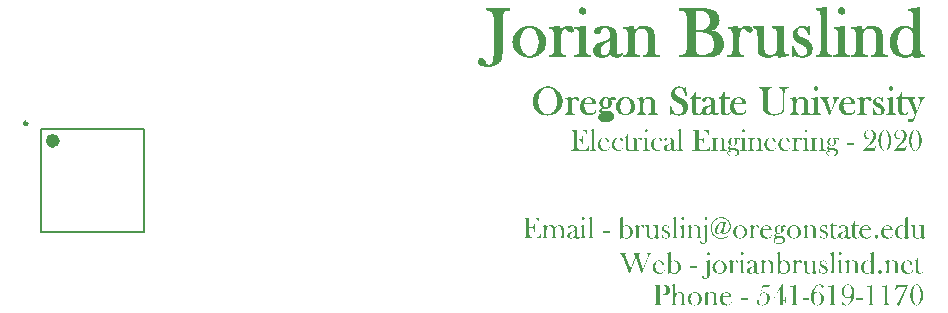
<source format=gto>
G04 Layer_Color=15132400*
%FSLAX24Y24*%
%MOIN*%
G70*
G01*
G75*
%ADD13C,0.0100*%
%ADD49C,0.0236*%
%ADD50C,0.0098*%
%ADD51C,0.0079*%
G36*
X32228Y20642D02*
X32217D01*
Y20644D01*
X32216Y20648D01*
X32213Y20657D01*
X32211Y20666D01*
X32209Y20677D01*
X32204Y20689D01*
X32201Y20700D01*
X32195Y20711D01*
X32194Y20712D01*
X32193Y20715D01*
X32189Y20721D01*
X32183Y20728D01*
X32178Y20736D01*
X32171Y20744D01*
X32161Y20752D01*
X32151Y20760D01*
X32150Y20761D01*
X32146Y20764D01*
X32142Y20766D01*
X32135Y20771D01*
X32127Y20774D01*
X32118Y20779D01*
X32095Y20786D01*
X32093D01*
X32089Y20787D01*
X32082Y20788D01*
X32071Y20790D01*
X32060Y20791D01*
X32045Y20793D01*
X32028Y20794D01*
X31894D01*
X31893Y20489D01*
X31939D01*
X31949Y20491D01*
X31971Y20492D01*
X31983Y20493D01*
X31992Y20495D01*
X31993D01*
X31997Y20496D01*
X32000Y20497D01*
X32006Y20500D01*
X32018Y20507D01*
X32030Y20517D01*
X32031Y20518D01*
X32032Y20519D01*
X32038Y20526D01*
X32046Y20537D01*
X32052Y20550D01*
Y20552D01*
X32053Y20554D01*
X32054Y20560D01*
X32057Y20565D01*
X32058Y20575D01*
X32060Y20585D01*
X32061Y20597D01*
X32063Y20610D01*
X32075Y20609D01*
X32073Y20339D01*
X32061D01*
Y20341D01*
X32060Y20346D01*
X32059Y20353D01*
X32058Y20361D01*
X32053Y20382D01*
X32051Y20393D01*
X32047Y20402D01*
Y20403D01*
X32046Y20406D01*
X32044Y20410D01*
X32040Y20416D01*
X32033Y20429D01*
X32023Y20442D01*
X32022Y20443D01*
X32021Y20444D01*
X32016Y20448D01*
X32012Y20451D01*
X31999Y20459D01*
X31983Y20466D01*
X31982D01*
X31978Y20467D01*
X31973Y20469D01*
X31967Y20471D01*
X31957Y20472D01*
X31947Y20473D01*
X31934Y20474D01*
X31893D01*
Y20358D01*
Y20357D01*
Y20354D01*
Y20351D01*
Y20346D01*
Y20334D01*
Y20319D01*
X31894Y20301D01*
Y20285D01*
X31895Y20269D01*
X31896Y20255D01*
Y20254D01*
X31897Y20251D01*
Y20245D01*
X31900Y20237D01*
X31903Y20221D01*
X31909Y20203D01*
X31910Y20202D01*
X31912Y20198D01*
X31916Y20191D01*
X31922Y20183D01*
X31930Y20173D01*
X31938Y20165D01*
X31948Y20156D01*
X31961Y20149D01*
X31962Y20148D01*
X31968Y20147D01*
X31976Y20145D01*
X31986Y20141D01*
X32000Y20138D01*
X32016Y20135D01*
X32035Y20134D01*
X32055Y20133D01*
X32066D01*
X32076Y20134D01*
X32090Y20135D01*
X32106Y20137D01*
X32123Y20140D01*
X32140Y20143D01*
X32156Y20148D01*
X32158Y20149D01*
X32163Y20152D01*
X32171Y20155D01*
X32180Y20160D01*
X32190Y20167D01*
X32202Y20175D01*
X32213Y20185D01*
X32224Y20197D01*
X32225Y20198D01*
X32227Y20200D01*
X32229Y20205D01*
X32234Y20212D01*
X32239Y20218D01*
X32243Y20226D01*
X32253Y20246D01*
Y20247D01*
X32255Y20251D01*
X32257Y20258D01*
X32259Y20266D01*
X32263Y20276D01*
X32266Y20289D01*
X32271Y20304D01*
X32274Y20320D01*
X32286Y20319D01*
X32279Y20118D01*
X31677D01*
Y20130D01*
X31682D01*
X31686Y20131D01*
X31693D01*
X31708Y20133D01*
X31723Y20137D01*
X31724D01*
X31727Y20138D01*
X31730Y20140D01*
X31735Y20142D01*
X31745Y20149D01*
X31756Y20158D01*
X31757Y20160D01*
X31758Y20162D01*
X31760Y20165D01*
X31764Y20170D01*
X31771Y20183D01*
X31776Y20199D01*
Y20200D01*
X31777Y20203D01*
X31779Y20209D01*
X31780Y20218D01*
X31781Y20229D01*
X31782Y20243D01*
X31783Y20258D01*
Y20276D01*
Y20650D01*
Y20651D01*
Y20652D01*
Y20658D01*
Y20667D01*
X31782Y20678D01*
X31781Y20704D01*
X31779Y20715D01*
X31776Y20726D01*
Y20727D01*
X31775Y20730D01*
X31774Y20735D01*
X31772Y20741D01*
X31765Y20755D01*
X31756Y20767D01*
X31754Y20768D01*
X31753Y20770D01*
X31746Y20775D01*
X31736Y20782D01*
X31723Y20788D01*
X31722D01*
X31720Y20789D01*
X31716Y20790D01*
X31711Y20791D01*
X31705Y20794D01*
X31697Y20795D01*
X31688Y20796D01*
X31677Y20797D01*
Y20809D01*
X32220D01*
X32228Y20642D01*
D02*
G37*
G36*
X33697Y20825D02*
X33702D01*
X33712Y20820D01*
X33718Y20817D01*
X33723Y20812D01*
X33724D01*
X33725Y20810D01*
X33730Y20804D01*
X33734Y20794D01*
X33736Y20788D01*
Y20781D01*
Y20780D01*
Y20778D01*
X33735Y20774D01*
Y20770D01*
X33731Y20759D01*
X33727Y20753D01*
X33723Y20749D01*
X33720Y20746D01*
X33713Y20743D01*
X33704Y20740D01*
X33690Y20737D01*
X33687D01*
X33683Y20738D01*
X33679D01*
X33668Y20742D01*
X33658Y20749D01*
Y20750D01*
X33656Y20751D01*
X33652Y20758D01*
X33648Y20767D01*
X33646Y20774D01*
X33645Y20781D01*
Y20782D01*
Y20785D01*
X33646Y20788D01*
Y20791D01*
X33651Y20802D01*
X33653Y20808D01*
X33658Y20812D01*
X33659Y20813D01*
X33660Y20815D01*
X33667Y20819D01*
X33676Y20824D01*
X33683Y20826D01*
X33694D01*
X33697Y20825D01*
D02*
G37*
G36*
X40416Y20554D02*
X40428Y20550D01*
X40441Y20544D01*
X40442D01*
X40445Y20541D01*
X40450Y20534D01*
X40457Y20525D01*
X40458Y20518D01*
X40460Y20511D01*
Y20509D01*
X40458Y20504D01*
X40456Y20499D01*
X40451Y20492D01*
X40450Y20491D01*
X40447Y20488D01*
X40441Y20486D01*
X40434Y20485D01*
X40432D01*
X40425Y20487D01*
X40420Y20489D01*
X40416Y20492D01*
X40410Y20496D01*
X40405Y20502D01*
X40393Y20517D01*
Y20518D01*
X40392Y20519D01*
X40386Y20524D01*
X40378Y20527D01*
X40372Y20530D01*
X40363D01*
X40359Y20529D01*
X40355Y20527D01*
X40349Y20525D01*
X40342Y20522D01*
X40335Y20517D01*
X40327Y20510D01*
X40329Y20508D01*
X40334Y20502D01*
X40340Y20492D01*
X40348Y20479D01*
X40356Y20463D01*
X40362Y20446D01*
X40366Y20427D01*
X40368Y20408D01*
Y20406D01*
Y20404D01*
Y20401D01*
X40367Y20396D01*
X40365Y20384D01*
X40362Y20369D01*
X40353Y20352D01*
X40343Y20335D01*
X40336Y20327D01*
X40328Y20318D01*
X40319Y20310D01*
X40309Y20303D01*
X40307Y20301D01*
X40304Y20299D01*
X40298Y20296D01*
X40290Y20292D01*
X40281Y20288D01*
X40269Y20284D01*
X40258Y20280D01*
X40245Y20277D01*
X40243D01*
X40239Y20276D01*
X40234D01*
X40226Y20275D01*
X40214Y20274D01*
X40200Y20273D01*
X40182Y20271D01*
X40178D01*
X40175Y20270D01*
X40170D01*
X40157Y20268D01*
X40145Y20265D01*
X40131Y20259D01*
X40118Y20252D01*
X40114Y20247D01*
X40110Y20243D01*
X40108Y20237D01*
X40107Y20230D01*
Y20229D01*
X40108Y20225D01*
X40110Y20220D01*
X40115Y20215D01*
X40122Y20209D01*
X40133Y20203D01*
X40140Y20202D01*
X40148Y20200D01*
X40159Y20199D01*
X40268D01*
X40279Y20198D01*
X40290Y20197D01*
X40303Y20195D01*
X40315Y20193D01*
X40327Y20191D01*
X40328D01*
X40333Y20190D01*
X40339Y20187D01*
X40345Y20185D01*
X40363Y20177D01*
X40381Y20165D01*
X40383Y20164D01*
X40388Y20160D01*
X40395Y20152D01*
X40404Y20142D01*
X40412Y20128D01*
X40419Y20113D01*
X40424Y20095D01*
X40426Y20074D01*
Y20073D01*
Y20072D01*
Y20069D01*
X40425Y20064D01*
X40424Y20051D01*
X40419Y20036D01*
X40413Y20020D01*
X40404Y20003D01*
X40392Y19986D01*
X40383Y19977D01*
X40374Y19971D01*
X40373D01*
X40372Y19969D01*
X40368Y19967D01*
X40364Y19965D01*
X40359Y19961D01*
X40352Y19959D01*
X40344Y19956D01*
X40335Y19952D01*
X40325Y19947D01*
X40313Y19944D01*
X40300Y19942D01*
X40287Y19938D01*
X40272Y19936D01*
X40254Y19934D01*
X40237Y19932D01*
X40208D01*
X40200Y19934D01*
X40192D01*
X40182Y19935D01*
X40157Y19938D01*
X40132Y19944D01*
X40106Y19951D01*
X40081Y19962D01*
X40071Y19969D01*
X40062Y19977D01*
X40061Y19979D01*
X40057Y19983D01*
X40053Y19989D01*
X40048Y19997D01*
X40042Y20007D01*
X40038Y20020D01*
X40034Y20034D01*
X40033Y20049D01*
Y20050D01*
Y20055D01*
X40034Y20062D01*
X40035Y20070D01*
X40038Y20078D01*
X40042Y20088D01*
X40047Y20097D01*
X40054Y20107D01*
X40055Y20108D01*
X40057Y20110D01*
X40063Y20113D01*
X40069Y20118D01*
X40077Y20123D01*
X40086Y20126D01*
X40096Y20128D01*
X40108Y20130D01*
X40111D01*
X40116Y20128D01*
X40121D01*
X40133Y20124D01*
X40139Y20122D01*
X40145Y20117D01*
X40146Y20116D01*
X40147Y20115D01*
X40149Y20111D01*
X40153Y20108D01*
X40157Y20095D01*
X40159Y20088D01*
X40160Y20080D01*
Y20074D01*
X40151Y20072D01*
Y20073D01*
X40149Y20074D01*
X40145Y20080D01*
X40139Y20087D01*
X40132Y20093D01*
X40131Y20094D01*
X40126Y20095D01*
X40119Y20096D01*
X40111Y20097D01*
X40108D01*
X40104Y20096D01*
X40100Y20095D01*
X40088Y20090D01*
X40083Y20087D01*
X40077Y20081D01*
Y20080D01*
X40074Y20079D01*
X40073Y20074D01*
X40071Y20070D01*
X40069Y20064D01*
X40066Y20057D01*
X40065Y20049D01*
X40064Y20040D01*
Y20037D01*
X40065Y20033D01*
X40066Y20025D01*
X40069Y20015D01*
X40074Y20005D01*
X40081Y19994D01*
X40091Y19982D01*
X40104Y19972D01*
X40107Y19971D01*
X40111Y19967D01*
X40121Y19964D01*
X40133Y19959D01*
X40148Y19953D01*
X40166Y19950D01*
X40186Y19946D01*
X40209Y19945D01*
X40221D01*
X40232Y19946D01*
X40249Y19949D01*
X40265Y19952D01*
X40283Y19958D01*
X40302Y19965D01*
X40318Y19975D01*
X40320Y19976D01*
X40325Y19981D01*
X40332Y19987D01*
X40340Y19996D01*
X40347Y20006D01*
X40353Y20019D01*
X40358Y20034D01*
X40360Y20051D01*
Y20052D01*
Y20057D01*
X40359Y20064D01*
X40357Y20073D01*
X40353Y20082D01*
X40348Y20092D01*
X40341Y20101D01*
X40332Y20109D01*
X40330Y20110D01*
X40327Y20112D01*
X40320Y20115D01*
X40312Y20119D01*
X40300Y20123D01*
X40287Y20125D01*
X40272Y20127D01*
X40253Y20128D01*
X40164D01*
X40155Y20130D01*
X40144Y20132D01*
X40131Y20134D01*
X40118Y20138D01*
X40104Y20143D01*
X40093Y20152D01*
X40092Y20153D01*
X40088Y20156D01*
X40083Y20161D01*
X40078Y20168D01*
X40072Y20176D01*
X40066Y20186D01*
X40063Y20198D01*
X40062Y20209D01*
Y20210D01*
Y20215D01*
X40064Y20222D01*
X40066Y20230D01*
X40070Y20239D01*
X40076Y20248D01*
X40084Y20258D01*
X40094Y20266D01*
X40095D01*
X40098Y20267D01*
X40102Y20269D01*
X40109Y20271D01*
X40117Y20275D01*
X40129Y20278D01*
X40141Y20283D01*
X40157Y20288D01*
X40155Y20289D01*
X40151Y20291D01*
X40142Y20296D01*
X40132Y20301D01*
X40121Y20310D01*
X40109Y20319D01*
X40099Y20329D01*
X40088Y20341D01*
X40087Y20342D01*
X40085Y20346D01*
X40081Y20353D01*
X40077Y20363D01*
X40072Y20373D01*
X40069Y20386D01*
X40066Y20399D01*
X40065Y20413D01*
Y20414D01*
Y20416D01*
X40066Y20421D01*
X40068Y20432D01*
X40070Y20443D01*
X40074Y20458D01*
X40081Y20473D01*
X40089Y20489D01*
X40102Y20504D01*
X40103Y20506D01*
X40107Y20508D01*
X40111Y20512D01*
X40117Y20518D01*
X40125Y20524D01*
X40134Y20530D01*
X40155Y20541D01*
X40156Y20542D01*
X40161Y20544D01*
X40167Y20546D01*
X40175Y20548D01*
X40184Y20550D01*
X40194Y20553D01*
X40206Y20555D01*
X40226D01*
X40236Y20553D01*
X40249Y20550D01*
X40262Y20547D01*
X40280Y20540D01*
X40298Y20532D01*
X40317Y20521D01*
X40318Y20522D01*
X40321Y20524D01*
X40326Y20526D01*
X40332Y20531D01*
X40345Y20539D01*
X40359Y20547D01*
X40360D01*
X40363Y20548D01*
X40366Y20549D01*
X40372Y20552D01*
X40385Y20554D01*
X40401Y20555D01*
X40410D01*
X40416Y20554D01*
D02*
G37*
G36*
X41319D02*
X41332Y20552D01*
X41350Y20547D01*
X41367Y20542D01*
X41383Y20534D01*
X41399Y20524D01*
X41400Y20523D01*
X41405Y20518D01*
X41412Y20511D01*
X41419Y20502D01*
X41426Y20491D01*
X41433Y20476D01*
X41437Y20459D01*
X41438Y20440D01*
Y20225D01*
Y20224D01*
Y20220D01*
Y20214D01*
Y20206D01*
X41440Y20190D01*
X41441Y20182D01*
X41442Y20175D01*
Y20173D01*
X41443Y20172D01*
X41445Y20165D01*
X41450Y20157D01*
X41458Y20148D01*
X41459D01*
X41460Y20146D01*
X41465Y20143D01*
X41470Y20141D01*
X41477Y20138D01*
X41486Y20134D01*
X41497Y20131D01*
X41510Y20128D01*
Y20118D01*
X41286D01*
Y20128D01*
X41287D01*
X41291Y20130D01*
X41297D01*
X41302Y20131D01*
X41317Y20134D01*
X41323Y20137D01*
X41329Y20139D01*
X41330D01*
X41331Y20140D01*
X41337Y20145D01*
X41344Y20153D01*
X41351Y20164D01*
X41352Y20167D01*
X41354Y20173D01*
X41357Y20184D01*
X41359Y20199D01*
Y20200D01*
Y20203D01*
X41360Y20209D01*
Y20216D01*
Y20226D01*
X41361Y20238D01*
Y20252D01*
Y20267D01*
Y20374D01*
Y20375D01*
Y20376D01*
Y20383D01*
Y20393D01*
Y20405D01*
X41360Y20418D01*
X41359Y20432D01*
X41358Y20444D01*
X41357Y20455D01*
Y20456D01*
X41355Y20459D01*
Y20464D01*
X41353Y20470D01*
X41350Y20484D01*
X41343Y20496D01*
Y20497D01*
X41340Y20500D01*
X41335Y20507D01*
X41324Y20515D01*
X41309Y20524D01*
X41308D01*
X41306Y20525D01*
X41301Y20527D01*
X41295Y20530D01*
X41289Y20531D01*
X41280Y20533D01*
X41262Y20534D01*
X41252D01*
X41245Y20533D01*
X41227Y20530D01*
X41209Y20523D01*
X41208D01*
X41206Y20521D01*
X41201Y20518D01*
X41195Y20515D01*
X41182Y20506D01*
X41171Y20493D01*
X41170Y20492D01*
X41169Y20489D01*
X41166Y20485D01*
X41163Y20479D01*
X41159Y20472D01*
X41156Y20465D01*
X41151Y20447D01*
Y20446D01*
X41150Y20442D01*
Y20435D01*
X41149Y20427D01*
X41148Y20414D01*
Y20401D01*
X41147Y20382D01*
Y20361D01*
Y20263D01*
Y20225D01*
Y20224D01*
Y20220D01*
Y20214D01*
Y20206D01*
X41148Y20190D01*
X41149Y20182D01*
X41150Y20175D01*
Y20173D01*
X41151Y20172D01*
X41154Y20165D01*
X41159Y20157D01*
X41166Y20148D01*
X41168D01*
X41169Y20146D01*
X41173Y20143D01*
X41178Y20141D01*
X41186Y20138D01*
X41195Y20134D01*
X41206Y20131D01*
X41219Y20128D01*
Y20118D01*
X40996D01*
Y20128D01*
X40997D01*
X41000Y20130D01*
X41006D01*
X41012Y20131D01*
X41027Y20134D01*
X41033Y20137D01*
X41038Y20139D01*
X41040D01*
X41041Y20140D01*
X41046Y20145D01*
X41053Y20153D01*
X41060Y20164D01*
X41061Y20167D01*
X41064Y20173D01*
X41066Y20184D01*
X41068Y20199D01*
Y20200D01*
Y20203D01*
X41069Y20209D01*
Y20216D01*
Y20226D01*
X41071Y20238D01*
Y20252D01*
Y20267D01*
Y20391D01*
Y20393D01*
Y20394D01*
Y20399D01*
Y20409D01*
Y20420D01*
X41069Y20444D01*
X41068Y20455D01*
X41067Y20464D01*
Y20465D01*
Y20467D01*
X41066Y20471D01*
X41065Y20476D01*
X41061Y20487D01*
X41057Y20497D01*
Y20499D01*
X41056Y20500D01*
X41051Y20506D01*
X41044Y20511D01*
X41035Y20517D01*
X41033Y20518D01*
X41027Y20521D01*
X41016Y20524D01*
X41001Y20526D01*
Y20537D01*
X41139Y20555D01*
Y20554D01*
X41140Y20550D01*
X41141Y20545D01*
X41143Y20537D01*
X41144Y20529D01*
X41146Y20519D01*
X41147Y20500D01*
Y20492D01*
X41148Y20493D01*
X41149Y20494D01*
X41154Y20497D01*
X41158Y20502D01*
X41164Y20507D01*
X41171Y20511D01*
X41188Y20524D01*
X41210Y20536D01*
X41236Y20545D01*
X41264Y20553D01*
X41279Y20554D01*
X41295Y20555D01*
X41306D01*
X41319Y20554D01*
D02*
G37*
G36*
X44502Y20239D02*
Y20238D01*
Y20237D01*
Y20230D01*
X44503Y20220D01*
X44504Y20208D01*
X44507Y20194D01*
X44509Y20182D01*
X44514Y20169D01*
X44519Y20158D01*
X44520Y20157D01*
X44523Y20155D01*
X44527Y20150D01*
X44534Y20147D01*
X44542Y20142D01*
X44553Y20138D01*
X44565Y20135D01*
X44580Y20134D01*
Y20123D01*
X44432Y20101D01*
Y20102D01*
X44430Y20105D01*
Y20110D01*
X44429Y20117D01*
X44428Y20124D01*
Y20133D01*
X44427Y20153D01*
X44426Y20152D01*
X44421Y20149D01*
X44413Y20145D01*
X44404Y20140D01*
X44394Y20134D01*
X44382Y20128D01*
X44369Y20124D01*
X44357Y20119D01*
X44356D01*
X44351Y20118D01*
X44344Y20116D01*
X44335Y20115D01*
X44324Y20112D01*
X44313Y20110D01*
X44285Y20109D01*
X44278D01*
X44273Y20110D01*
X44266D01*
X44259Y20111D01*
X44240Y20115D01*
X44219Y20120D01*
X44198Y20127D01*
X44176Y20139D01*
X44154Y20154D01*
X44153Y20155D01*
X44148Y20160D01*
X44142Y20165D01*
X44134Y20175D01*
X44126Y20185D01*
X44117Y20198D01*
X44109Y20212D01*
X44101Y20228D01*
X44100Y20230D01*
X44098Y20236D01*
X44095Y20245D01*
X44092Y20256D01*
X44088Y20271D01*
X44086Y20288D01*
X44083Y20306D01*
X44082Y20324D01*
Y20326D01*
Y20327D01*
Y20334D01*
X44083Y20344D01*
X44085Y20358D01*
X44087Y20374D01*
X44090Y20391D01*
X44095Y20409D01*
X44102Y20427D01*
X44103Y20429D01*
X44105Y20435D01*
X44110Y20443D01*
X44117Y20455D01*
X44125Y20467D01*
X44134Y20480D01*
X44146Y20493D01*
X44158Y20506D01*
X44160Y20507D01*
X44161Y20508D01*
X44164Y20510D01*
X44169Y20514D01*
X44180Y20522D01*
X44198Y20531D01*
X44217Y20539D01*
X44240Y20547D01*
X44267Y20553D01*
X44281Y20555D01*
X44309D01*
X44319Y20554D01*
X44329Y20553D01*
X44339Y20550D01*
X44351Y20547D01*
X44361Y20544D01*
X44362D01*
X44366Y20541D01*
X44372Y20539D01*
X44380Y20534D01*
X44389Y20530D01*
X44401Y20522D01*
X44412Y20514D01*
X44426Y20503D01*
Y20691D01*
Y20692D01*
Y20693D01*
Y20700D01*
X44425Y20710D01*
X44424Y20722D01*
X44421Y20735D01*
X44418Y20748D01*
X44413Y20760D01*
X44407Y20771D01*
X44406Y20772D01*
X44404Y20774D01*
X44399Y20779D01*
X44394Y20783D01*
X44384Y20787D01*
X44374Y20791D01*
X44362Y20794D01*
X44347Y20795D01*
Y20806D01*
X44502Y20826D01*
Y20239D01*
D02*
G37*
G36*
X38475Y18322D02*
X38484Y18321D01*
X38496Y18319D01*
X38508Y18317D01*
X38522Y18312D01*
X38535Y18308D01*
X38536Y18307D01*
X38541Y18306D01*
X38548Y18302D01*
X38556Y18297D01*
X38564Y18292D01*
X38574Y18285D01*
X38583Y18276D01*
X38593Y18266D01*
X38594Y18264D01*
X38598Y18258D01*
X38604Y18249D01*
X38612Y18237D01*
X38619Y18223D01*
X38625Y18204D01*
X38629Y18183D01*
X38631Y18161D01*
X38334D01*
Y18160D01*
Y18157D01*
X38333Y18153D01*
Y18148D01*
X38332Y18135D01*
Y18129D01*
Y18125D01*
Y18122D01*
Y18118D01*
X38333Y18108D01*
Y18097D01*
X38335Y18084D01*
X38338Y18069D01*
X38340Y18054D01*
X38345Y18038D01*
X38346Y18036D01*
X38347Y18031D01*
X38350Y18023D01*
X38354Y18014D01*
X38358Y18003D01*
X38364Y17992D01*
X38371Y17980D01*
X38379Y17969D01*
X38380Y17968D01*
X38384Y17964D01*
X38388Y17960D01*
X38395Y17953D01*
X38403Y17946D01*
X38413Y17939D01*
X38424Y17932D01*
X38436Y17925D01*
X38437Y17924D01*
X38441Y17923D01*
X38448Y17920D01*
X38458Y17917D01*
X38468Y17914D01*
X38480Y17911D01*
X38492Y17910D01*
X38506Y17909D01*
X38516D01*
X38523Y17910D01*
X38539Y17912D01*
X38558Y17917D01*
X38559D01*
X38563Y17919D01*
X38566Y17920D01*
X38572Y17924D01*
X38586Y17932D01*
X38598Y17942D01*
X38599Y17943D01*
X38602Y17946D01*
X38605Y17950D01*
X38610Y17956D01*
X38614Y17964D01*
X38620Y17975D01*
X38625Y17986D01*
X38631Y18000D01*
X38641Y17995D01*
Y17994D01*
X38640Y17993D01*
X38639Y17986D01*
X38634Y17976D01*
X38628Y17962D01*
X38621Y17948D01*
X38611Y17933D01*
X38598Y17919D01*
X38583Y17907D01*
X38581Y17905D01*
X38575Y17902D01*
X38566Y17897D01*
X38553Y17892D01*
X38537Y17886D01*
X38518Y17881D01*
X38495Y17878D01*
X38469Y17877D01*
X38459D01*
X38447Y17878D01*
X38432Y17879D01*
X38416Y17881D01*
X38398Y17885D01*
X38379Y17889D01*
X38362Y17896D01*
X38360Y17897D01*
X38355Y17900D01*
X38347Y17904D01*
X38337Y17911D01*
X38324Y17919D01*
X38312Y17930D01*
X38300Y17942D01*
X38287Y17956D01*
Y17957D01*
X38285Y17958D01*
X38284Y17962D01*
X38280Y17967D01*
X38277Y17972D01*
X38273Y17979D01*
X38266Y17995D01*
X38258Y18016D01*
X38251Y18040D01*
X38247Y18067D01*
X38244Y18097D01*
Y18098D01*
Y18101D01*
Y18108D01*
X38245Y18115D01*
X38247Y18126D01*
X38249Y18136D01*
X38251Y18149D01*
X38255Y18163D01*
X38258Y18176D01*
X38264Y18190D01*
X38271Y18205D01*
X38279Y18220D01*
X38288Y18235D01*
X38298Y18249D01*
X38311Y18263D01*
X38325Y18276D01*
X38326D01*
X38327Y18278D01*
X38331Y18280D01*
X38335Y18282D01*
X38348Y18291D01*
X38364Y18300D01*
X38384Y18308D01*
X38407Y18316D01*
X38432Y18321D01*
X38460Y18323D01*
X38467D01*
X38475Y18322D01*
D02*
G37*
G36*
X44150Y18589D02*
X44151Y18588D01*
X44152Y18581D01*
X44156Y18574D01*
X44158Y18571D01*
X44160Y18568D01*
X44162Y18567D01*
X44164D01*
X44167Y18566D01*
X44172Y18565D01*
X44178D01*
X44185Y18564D01*
X44194D01*
X44499Y18566D01*
X44253Y17941D01*
X44242Y17916D01*
Y17915D01*
X44241Y17912D01*
X44239Y17909D01*
X44236Y17904D01*
X44231Y17894D01*
X44223Y17886D01*
X44220Y17885D01*
X44216Y17881D01*
X44208Y17878D01*
X44196Y17877D01*
X44194D01*
X44186Y17878D01*
X44176Y17881D01*
X44166Y17887D01*
X44164Y17889D01*
X44160Y17895D01*
X44156Y17903D01*
X44155Y17908D01*
X44153Y17914D01*
Y17915D01*
Y17916D01*
X44155Y17919D01*
Y17924D01*
X44159Y17937D01*
X44162Y17945D01*
X44166Y17953D01*
X44176Y17972D01*
X44445Y18485D01*
X44210D01*
X44196Y18484D01*
X44183Y18482D01*
X44181D01*
X44174Y18480D01*
X44166Y18477D01*
X44158Y18473D01*
X44157D01*
X44156Y18470D01*
X44149Y18466D01*
X44141Y18458D01*
X44133Y18446D01*
Y18445D01*
X44130Y18444D01*
X44128Y18439D01*
X44126Y18435D01*
X44122Y18427D01*
X44118Y18419D01*
X44113Y18407D01*
X44107Y18394D01*
X44105Y18387D01*
X44095D01*
X44140Y18590D01*
X44150D01*
Y18589D01*
D02*
G37*
G36*
X37423Y18322D02*
X37433Y18321D01*
X37443Y18318D01*
X37455Y18316D01*
X37467Y18314D01*
X37494Y18303D01*
X37509Y18297D01*
X37524Y18289D01*
X37539Y18281D01*
X37554Y18270D01*
X37569Y18258D01*
X37582Y18244D01*
X37584Y18243D01*
X37585Y18241D01*
X37588Y18237D01*
X37592Y18233D01*
X37596Y18227D01*
X37602Y18220D01*
X37614Y18202D01*
X37624Y18180D01*
X37634Y18156D01*
X37641Y18128D01*
X37642Y18113D01*
X37644Y18098D01*
Y18097D01*
Y18095D01*
Y18090D01*
X37642Y18084D01*
Y18077D01*
X37640Y18069D01*
X37637Y18050D01*
X37630Y18028D01*
X37619Y18003D01*
X37612Y17991D01*
X37606Y17978D01*
X37596Y17965D01*
X37586Y17954D01*
X37585Y17953D01*
X37582Y17950D01*
X37579Y17947D01*
X37573Y17942D01*
X37566Y17935D01*
X37557Y17930D01*
X37548Y17923D01*
X37536Y17916D01*
X37525Y17908D01*
X37511Y17901D01*
X37496Y17895D01*
X37480Y17889D01*
X37463Y17884D01*
X37445Y17880D01*
X37426Y17878D01*
X37406Y17877D01*
X37396D01*
X37388Y17878D01*
X37378Y17879D01*
X37368Y17881D01*
X37356Y17884D01*
X37343Y17886D01*
X37315Y17895D01*
X37300Y17902D01*
X37285Y17909D01*
X37270Y17918D01*
X37255Y17928D01*
X37241Y17940D01*
X37227Y17954D01*
X37226Y17955D01*
X37223Y17960D01*
X37217Y17965D01*
X37211Y17973D01*
X37204Y17984D01*
X37196Y17994D01*
X37189Y18007D01*
X37184Y18021D01*
Y18023D01*
X37181Y18028D01*
X37179Y18035D01*
X37177Y18045D01*
X37174Y18056D01*
X37172Y18069D01*
X37171Y18083D01*
X37170Y18098D01*
Y18099D01*
Y18101D01*
Y18106D01*
X37171Y18112D01*
X37172Y18119D01*
X37173Y18127D01*
X37178Y18148D01*
X37185Y18169D01*
X37195Y18195D01*
X37202Y18208D01*
X37210Y18219D01*
X37219Y18232D01*
X37230Y18244D01*
X37231Y18246D01*
X37233Y18248D01*
X37238Y18251D01*
X37242Y18257D01*
X37250Y18263D01*
X37258Y18270D01*
X37269Y18277D01*
X37279Y18284D01*
X37292Y18291D01*
X37306Y18299D01*
X37336Y18310D01*
X37352Y18316D01*
X37369Y18319D01*
X37388Y18322D01*
X37406Y18323D01*
X37416D01*
X37423Y18322D01*
D02*
G37*
G36*
X37009Y20825D02*
X37013D01*
X37024Y20820D01*
X37029Y20817D01*
X37034Y20812D01*
X37035D01*
X37036Y20810D01*
X37041Y20804D01*
X37046Y20794D01*
X37048Y20788D01*
Y20781D01*
Y20780D01*
Y20778D01*
X37047Y20774D01*
Y20770D01*
X37042Y20759D01*
X37039Y20753D01*
X37034Y20749D01*
X37032Y20746D01*
X37025Y20743D01*
X37016Y20740D01*
X37002Y20737D01*
X36998D01*
X36995Y20738D01*
X36990D01*
X36980Y20742D01*
X36969Y20749D01*
Y20750D01*
X36967Y20751D01*
X36964Y20758D01*
X36959Y20767D01*
X36958Y20774D01*
X36957Y20781D01*
Y20782D01*
Y20785D01*
X36958Y20788D01*
Y20791D01*
X36963Y20802D01*
X36965Y20808D01*
X36969Y20812D01*
X36971Y20813D01*
X36972Y20815D01*
X36979Y20819D01*
X36988Y20824D01*
X36995Y20826D01*
X37005D01*
X37009Y20825D01*
D02*
G37*
G36*
X37790D02*
X37795D01*
X37805Y20820D01*
X37811Y20817D01*
X37816Y20812D01*
X37817D01*
X37818Y20810D01*
X37823Y20804D01*
X37827Y20794D01*
X37830Y20788D01*
Y20781D01*
Y20780D01*
Y20778D01*
X37828Y20774D01*
Y20770D01*
X37824Y20759D01*
X37820Y20753D01*
X37816Y20749D01*
X37813Y20746D01*
X37807Y20743D01*
X37797Y20740D01*
X37783Y20737D01*
X37780D01*
X37777Y20738D01*
X37772D01*
X37760Y20742D01*
X37750Y20749D01*
Y20750D01*
X37748Y20751D01*
X37744Y20758D01*
X37740Y20767D01*
X37738Y20774D01*
X37737Y20781D01*
Y20782D01*
Y20785D01*
X37738Y20788D01*
Y20791D01*
X37743Y20802D01*
X37745Y20808D01*
X37750Y20812D01*
X37751Y20813D01*
X37752Y20815D01*
X37759Y20819D01*
X37770Y20824D01*
X37777Y20826D01*
X37787D01*
X37790Y20825D01*
D02*
G37*
G36*
X34568Y20299D02*
X34342D01*
Y20375D01*
X34568D01*
Y20299D01*
D02*
G37*
G36*
X36452Y20554D02*
X36467Y20552D01*
X36484Y20546D01*
X36501Y20538D01*
X36502D01*
X36506Y20537D01*
X36515Y20536D01*
X36516D01*
X36521Y20537D01*
X36527Y20541D01*
X36530Y20544D01*
X36534Y20548D01*
X36544D01*
X36550Y20436D01*
X36539D01*
Y20437D01*
X36538Y20440D01*
X36537Y20444D01*
X36536Y20450D01*
X36531Y20462D01*
X36527Y20474D01*
Y20476D01*
X36526Y20477D01*
X36522Y20484D01*
X36517Y20493D01*
X36509Y20502D01*
X36508Y20503D01*
X36507Y20506D01*
X36504Y20509D01*
X36499Y20514D01*
X36487Y20523D01*
X36472Y20532D01*
X36471D01*
X36469Y20534D01*
X36466Y20536D01*
X36460Y20538D01*
X36447Y20541D01*
X36432Y20544D01*
X36428D01*
X36423Y20542D01*
X36416Y20541D01*
X36408Y20539D01*
X36401Y20534D01*
X36393Y20530D01*
X36385Y20523D01*
X36384Y20522D01*
X36381Y20519D01*
X36379Y20515D01*
X36376Y20509D01*
X36371Y20501D01*
X36369Y20493D01*
X36366Y20482D01*
X36365Y20472D01*
Y20471D01*
Y20467D01*
X36366Y20463D01*
X36368Y20457D01*
X36370Y20450D01*
X36372Y20443D01*
X36377Y20435D01*
X36383Y20427D01*
X36384Y20426D01*
X36386Y20424D01*
X36391Y20420D01*
X36396Y20416D01*
X36403Y20410D01*
X36414Y20404D01*
X36424Y20397D01*
X36438Y20391D01*
X36491Y20367D01*
X36493Y20366D01*
X36499Y20364D01*
X36507Y20359D01*
X36517Y20352D01*
X36529Y20344D01*
X36541Y20335D01*
X36552Y20324D01*
X36562Y20313D01*
X36564Y20312D01*
X36566Y20307D01*
X36570Y20300D01*
X36575Y20291D01*
X36579Y20281D01*
X36583Y20267D01*
X36585Y20253D01*
X36587Y20237D01*
Y20235D01*
Y20228D01*
X36584Y20218D01*
X36582Y20206D01*
X36579Y20192D01*
X36572Y20178D01*
X36564Y20163D01*
X36552Y20149D01*
X36550Y20148D01*
X36545Y20143D01*
X36536Y20137D01*
X36524Y20130D01*
X36509Y20122D01*
X36492Y20116D01*
X36472Y20111D01*
X36451Y20109D01*
X36445D01*
X36438Y20110D01*
X36430D01*
X36419Y20112D01*
X36408Y20115D01*
X36395Y20117D01*
X36383Y20122D01*
X36381D01*
X36379Y20123D01*
X36371Y20126D01*
X36362Y20128D01*
X36358Y20130D01*
X36356Y20131D01*
X36355D01*
X36353Y20132D01*
X36349Y20133D01*
X36341D01*
X36334Y20131D01*
X36326Y20127D01*
X36321Y20123D01*
X36318Y20118D01*
X36310D01*
Y20261D01*
X36318D01*
X36319Y20259D01*
X36320Y20252D01*
X36324Y20243D01*
X36327Y20231D01*
X36333Y20217D01*
X36339Y20203D01*
X36346Y20190D01*
X36353Y20177D01*
Y20176D01*
X36355Y20175D01*
X36360Y20168D01*
X36368Y20160D01*
X36379Y20149D01*
X36392Y20139D01*
X36408Y20130D01*
X36425Y20123D01*
X36434Y20122D01*
X36444Y20120D01*
X36449D01*
X36455Y20122D01*
X36462Y20123D01*
X36471Y20125D01*
X36481Y20128D01*
X36490Y20133D01*
X36499Y20139D01*
X36500Y20140D01*
X36502Y20143D01*
X36507Y20148D01*
X36512Y20155D01*
X36516Y20163D01*
X36521Y20173D01*
X36523Y20185D01*
X36524Y20199D01*
Y20200D01*
Y20205D01*
X36523Y20210D01*
X36522Y20218D01*
X36520Y20226D01*
X36516Y20236D01*
X36512Y20245D01*
X36506Y20254D01*
Y20255D01*
X36504Y20256D01*
X36499Y20262D01*
X36491Y20269D01*
X36479Y20277D01*
X36478D01*
X36477Y20280D01*
X36472Y20282D01*
X36468Y20285D01*
X36461Y20290D01*
X36452Y20295D01*
X36441Y20300D01*
X36429Y20307D01*
X36428D01*
X36426Y20308D01*
X36423Y20311D01*
X36418Y20313D01*
X36408Y20320D01*
X36394Y20327D01*
X36380Y20336D01*
X36366Y20345D01*
X36354Y20354D01*
X36345Y20364D01*
X36343Y20365D01*
X36340Y20369D01*
X36335Y20376D01*
X36330Y20386D01*
X36324Y20397D01*
X36319Y20410D01*
X36316Y20425D01*
X36315Y20440D01*
Y20442D01*
Y20448D01*
X36316Y20456D01*
X36318Y20466D01*
X36321Y20479D01*
X36327Y20492D01*
X36334Y20504D01*
X36345Y20517D01*
X36346Y20518D01*
X36350Y20523D01*
X36358Y20529D01*
X36369Y20537D01*
X36383Y20544D01*
X36398Y20549D01*
X36416Y20554D01*
X36436Y20555D01*
X36445D01*
X36452Y20554D01*
D02*
G37*
G36*
X38308Y20825D02*
X38316D01*
X38333Y20823D01*
X38353Y20819D01*
X38375Y20815D01*
X38399Y20808D01*
X38423Y20798D01*
X38425D01*
X38427Y20797D01*
X38429Y20796D01*
X38434Y20794D01*
X38446Y20787D01*
X38461Y20779D01*
X38479Y20768D01*
X38496Y20755D01*
X38514Y20741D01*
X38532Y20723D01*
X38533Y20721D01*
X38538Y20717D01*
X38544Y20707D01*
X38553Y20696D01*
X38562Y20682D01*
X38571Y20667D01*
X38580Y20648D01*
X38588Y20630D01*
X38589Y20628D01*
X38592Y20621D01*
X38595Y20610D01*
X38599Y20598D01*
X38602Y20582D01*
X38606Y20563D01*
X38608Y20542D01*
X38609Y20522D01*
Y20521D01*
Y20519D01*
Y20516D01*
Y20511D01*
X38608Y20499D01*
X38606Y20484D01*
X38603Y20465D01*
X38599Y20446D01*
X38592Y20425D01*
X38584Y20404D01*
Y20403D01*
X38582Y20402D01*
X38579Y20395D01*
X38573Y20386D01*
X38566Y20373D01*
X38556Y20358D01*
X38543Y20343D01*
X38529Y20328D01*
X38513Y20314D01*
X38512Y20313D01*
X38508Y20311D01*
X38502Y20306D01*
X38493Y20300D01*
X38483Y20295D01*
X38471Y20289D01*
X38458Y20283D01*
X38444Y20277D01*
X38443D01*
X38438Y20275D01*
X38430Y20274D01*
X38421Y20271D01*
X38410Y20269D01*
X38397Y20267D01*
X38383Y20266D01*
X38369Y20265D01*
X38363D01*
X38359Y20266D01*
X38348Y20268D01*
X38336Y20271D01*
X38323Y20278D01*
X38313Y20288D01*
X38308Y20293D01*
X38306Y20301D01*
X38303Y20310D01*
X38302Y20319D01*
Y20320D01*
Y20322D01*
Y20327D01*
X38303Y20333D01*
X38305Y20339D01*
X38306Y20348D01*
X38308Y20358D01*
X38310Y20369D01*
X38306Y20371D01*
X38305Y20368D01*
X38301Y20363D01*
X38295Y20353D01*
X38287Y20342D01*
X38279Y20329D01*
X38269Y20315D01*
X38257Y20304D01*
X38245Y20292D01*
X38244Y20291D01*
X38239Y20288D01*
X38232Y20284D01*
X38223Y20280D01*
X38212Y20274D01*
X38201Y20270D01*
X38187Y20267D01*
X38173Y20266D01*
X38166D01*
X38159Y20267D01*
X38150Y20269D01*
X38139Y20273D01*
X38128Y20277D01*
X38117Y20284D01*
X38106Y20293D01*
X38105Y20295D01*
X38102Y20299D01*
X38097Y20305D01*
X38092Y20314D01*
X38088Y20326D01*
X38083Y20341D01*
X38080Y20357D01*
X38079Y20375D01*
Y20376D01*
Y20378D01*
Y20384D01*
X38080Y20395D01*
X38082Y20409D01*
X38084Y20425D01*
X38089Y20443D01*
X38096Y20463D01*
X38104Y20484D01*
Y20485D01*
X38105Y20486D01*
X38109Y20493D01*
X38114Y20504D01*
X38122Y20518D01*
X38133Y20534D01*
X38144Y20552D01*
X38158Y20569D01*
X38174Y20587D01*
X38175Y20589D01*
X38180Y20593D01*
X38187Y20599D01*
X38195Y20607D01*
X38205Y20616D01*
X38218Y20625D01*
X38231Y20633D01*
X38244Y20642D01*
X38245Y20643D01*
X38249Y20645D01*
X38256Y20647D01*
X38265Y20652D01*
X38276Y20655D01*
X38287Y20658D01*
X38299Y20660D01*
X38310Y20661D01*
X38315D01*
X38318Y20660D01*
X38324D01*
X38338Y20655D01*
X38345Y20653D01*
X38351Y20648D01*
X38352D01*
X38353Y20646D01*
X38360Y20640D01*
X38368Y20630D01*
X38375Y20615D01*
X38381Y20614D01*
X38395Y20657D01*
X38450Y20655D01*
X38385Y20437D01*
Y20436D01*
X38384Y20432D01*
X38382Y20425D01*
X38380Y20417D01*
X38376Y20406D01*
X38374Y20394D01*
X38370Y20381D01*
X38368Y20367D01*
Y20366D01*
X38367Y20361D01*
X38366Y20354D01*
X38365Y20346D01*
X38362Y20329D01*
X38361Y20321D01*
Y20314D01*
Y20312D01*
X38362Y20307D01*
X38363Y20301D01*
X38367Y20297D01*
X38368Y20296D01*
X38373Y20295D01*
X38380Y20293D01*
X38390Y20292D01*
X38395D01*
X38400Y20293D01*
X38408Y20295D01*
X38418Y20296D01*
X38428Y20299D01*
X38440Y20303D01*
X38451Y20308D01*
X38452Y20310D01*
X38457Y20312D01*
X38463Y20315D01*
X38471Y20320D01*
X38480Y20326D01*
X38489Y20334D01*
X38499Y20343D01*
X38510Y20352D01*
X38511Y20353D01*
X38512Y20356D01*
X38516Y20359D01*
X38520Y20365D01*
X38525Y20371D01*
X38531Y20379D01*
X38536Y20388D01*
X38542Y20398D01*
X38554Y20422D01*
X38564Y20450D01*
X38572Y20482D01*
X38573Y20500D01*
X38574Y20517D01*
Y20518D01*
Y20521D01*
Y20524D01*
Y20529D01*
X38573Y20541D01*
X38571Y20557D01*
X38569Y20576D01*
X38564Y20595D01*
X38557Y20616D01*
X38549Y20636D01*
Y20637D01*
X38548Y20638D01*
X38544Y20645D01*
X38539Y20654D01*
X38531Y20667D01*
X38520Y20682D01*
X38508Y20697D01*
X38493Y20713D01*
X38475Y20729D01*
X38474Y20730D01*
X38472Y20733D01*
X38467Y20735D01*
X38461Y20740D01*
X38453Y20744D01*
X38444Y20750D01*
X38434Y20757D01*
X38422Y20763D01*
X38408Y20768D01*
X38395Y20775D01*
X38363Y20786D01*
X38346Y20790D01*
X38329Y20794D01*
X38310Y20795D01*
X38291Y20796D01*
X38280D01*
X38269Y20795D01*
X38253Y20793D01*
X38235Y20790D01*
X38215Y20786D01*
X38194Y20780D01*
X38172Y20772D01*
X38171D01*
X38167Y20770D01*
X38163Y20768D01*
X38157Y20765D01*
X38149Y20760D01*
X38140Y20756D01*
X38119Y20742D01*
X38095Y20726D01*
X38069Y20704D01*
X38045Y20680D01*
X38023Y20650D01*
X38022Y20648D01*
X38021Y20646D01*
X38019Y20642D01*
X38015Y20635D01*
X38011Y20628D01*
X38006Y20619D01*
X38001Y20607D01*
X37996Y20595D01*
X37991Y20582D01*
X37985Y20568D01*
X37977Y20537D01*
X37970Y20502D01*
X37969Y20484D01*
X37968Y20464D01*
Y20463D01*
Y20461D01*
Y20456D01*
Y20450D01*
X37969Y20443D01*
X37970Y20435D01*
X37973Y20416D01*
X37976Y20393D01*
X37982Y20368D01*
X37990Y20342D01*
X38000Y20316D01*
Y20315D01*
X38001Y20313D01*
X38004Y20310D01*
X38006Y20305D01*
X38014Y20292D01*
X38024Y20276D01*
X38037Y20259D01*
X38053Y20239D01*
X38072Y20220D01*
X38092Y20201D01*
X38095Y20200D01*
X38101Y20195D01*
X38109Y20190D01*
X38121Y20182D01*
X38135Y20173D01*
X38151Y20164D01*
X38170Y20156D01*
X38188Y20148D01*
X38189D01*
X38190Y20147D01*
X38197Y20146D01*
X38208Y20142D01*
X38222Y20140D01*
X38238Y20137D01*
X38255Y20133D01*
X38275Y20132D01*
X38295Y20131D01*
X38307D01*
X38315Y20132D01*
X38324Y20133D01*
X38337Y20134D01*
X38350Y20137D01*
X38365Y20140D01*
X38397Y20148D01*
X38414Y20155D01*
X38433Y20162D01*
X38451Y20170D01*
X38469Y20179D01*
X38488Y20191D01*
X38506Y20203D01*
X38523Y20180D01*
X38521Y20179D01*
X38518Y20177D01*
X38512Y20172D01*
X38505Y20167D01*
X38496Y20161D01*
X38487Y20154D01*
X38465Y20141D01*
X38463Y20140D01*
X38458Y20138D01*
X38450Y20134D01*
X38440Y20130D01*
X38427Y20125D01*
X38412Y20120D01*
X38396Y20116D01*
X38380Y20111D01*
X38377D01*
X38371Y20110D01*
X38363Y20108D01*
X38352Y20107D01*
X38338Y20104D01*
X38324Y20102D01*
X38292Y20101D01*
X38282D01*
X38269Y20102D01*
X38253Y20103D01*
X38234Y20107D01*
X38214Y20110D01*
X38192Y20116D01*
X38170Y20123D01*
X38169D01*
X38165Y20125D01*
X38159Y20127D01*
X38151Y20131D01*
X38143Y20134D01*
X38132Y20140D01*
X38120Y20147D01*
X38107Y20154D01*
X38080Y20172D01*
X38066Y20183D01*
X38051Y20194D01*
X38037Y20208D01*
X38023Y20222D01*
X38009Y20238D01*
X37997Y20254D01*
X37996Y20255D01*
X37994Y20259D01*
X37991Y20263D01*
X37986Y20270D01*
X37982Y20280D01*
X37977Y20290D01*
X37971Y20301D01*
X37966Y20315D01*
X37959Y20330D01*
X37953Y20346D01*
X37944Y20382D01*
X37936Y20421D01*
X37935Y20442D01*
X37933Y20463D01*
Y20464D01*
Y20466D01*
Y20471D01*
Y20477D01*
X37935Y20484D01*
X37936Y20493D01*
X37938Y20512D01*
X37941Y20537D01*
X37947Y20563D01*
X37955Y20590D01*
X37967Y20617D01*
Y20619D01*
X37968Y20621D01*
X37970Y20624D01*
X37973Y20630D01*
X37976Y20636D01*
X37981Y20643D01*
X37991Y20660D01*
X38005Y20680D01*
X38021Y20700D01*
X38039Y20721D01*
X38061Y20742D01*
X38064Y20744D01*
X38069Y20749D01*
X38080Y20756D01*
X38094Y20765D01*
X38109Y20775D01*
X38127Y20786D01*
X38148Y20795D01*
X38170Y20804D01*
X38171D01*
X38172Y20805D01*
X38175Y20806D01*
X38180Y20808D01*
X38192Y20811D01*
X38208Y20816D01*
X38226Y20819D01*
X38246Y20823D01*
X38268Y20825D01*
X38291Y20826D01*
X38302D01*
X38308Y20825D01*
D02*
G37*
G36*
X36178Y20273D02*
Y20270D01*
Y20265D01*
Y20255D01*
Y20244D01*
X36180Y20220D01*
Y20209D01*
X36181Y20200D01*
Y20199D01*
Y20197D01*
X36182Y20193D01*
X36183Y20188D01*
X36187Y20177D01*
X36191Y20165D01*
X36192Y20163D01*
X36197Y20157D01*
X36204Y20150D01*
X36213Y20145D01*
X36214D01*
X36215Y20143D01*
X36222Y20141D01*
X36234Y20139D01*
X36249Y20138D01*
Y20127D01*
X36109Y20109D01*
Y20110D01*
X36108Y20115D01*
X36107Y20120D01*
X36106Y20128D01*
X36105Y20138D01*
X36104Y20148D01*
X36102Y20171D01*
X36101Y20170D01*
X36100Y20169D01*
X36095Y20165D01*
X36091Y20162D01*
X36085Y20157D01*
X36078Y20152D01*
X36060Y20140D01*
X36038Y20128D01*
X36012Y20118D01*
X35984Y20111D01*
X35969Y20110D01*
X35952Y20109D01*
X35942D01*
X35931Y20110D01*
X35916Y20112D01*
X35899Y20116D01*
X35883Y20122D01*
X35866Y20128D01*
X35851Y20139D01*
X35850Y20140D01*
X35845Y20145D01*
X35840Y20152D01*
X35833Y20162D01*
X35826Y20173D01*
X35820Y20188D01*
X35815Y20206D01*
X35814Y20225D01*
Y20401D01*
X35813Y20439D01*
Y20440D01*
Y20444D01*
Y20450D01*
Y20458D01*
X35811Y20474D01*
X35810Y20481D01*
X35808Y20488D01*
Y20489D01*
X35807Y20491D01*
X35805Y20497D01*
X35800Y20507D01*
X35793Y20516D01*
X35792Y20517D01*
X35791Y20518D01*
X35786Y20521D01*
X35782Y20524D01*
X35775Y20527D01*
X35766Y20531D01*
X35754Y20534D01*
X35741Y20537D01*
Y20548D01*
X35890D01*
Y20291D01*
Y20290D01*
Y20289D01*
Y20282D01*
Y20273D01*
Y20261D01*
X35891Y20247D01*
Y20235D01*
X35893Y20222D01*
X35894Y20210D01*
Y20209D01*
X35895Y20206D01*
Y20201D01*
X35897Y20195D01*
X35901Y20183D01*
X35908Y20169D01*
Y20168D01*
X35910Y20167D01*
X35916Y20158D01*
X35925Y20150D01*
X35939Y20141D01*
X35940D01*
X35942Y20140D01*
X35947Y20139D01*
X35952Y20137D01*
X35959Y20135D01*
X35967Y20133D01*
X35986Y20132D01*
X35991D01*
X35996Y20133D01*
X36003D01*
X36019Y20137D01*
X36038Y20142D01*
X36039D01*
X36042Y20145D01*
X36047Y20147D01*
X36053Y20150D01*
X36065Y20160D01*
X36077Y20172D01*
X36078Y20173D01*
X36079Y20176D01*
X36082Y20180D01*
X36085Y20185D01*
X36089Y20192D01*
X36092Y20200D01*
X36097Y20217D01*
Y20218D01*
X36098Y20222D01*
X36099Y20229D01*
X36100Y20238D01*
Y20250D01*
X36101Y20265D01*
X36102Y20282D01*
Y20303D01*
Y20402D01*
X36101Y20439D01*
Y20440D01*
Y20444D01*
Y20450D01*
Y20458D01*
X36099Y20474D01*
X36098Y20481D01*
X36097Y20488D01*
Y20489D01*
X36095Y20491D01*
X36093Y20497D01*
X36089Y20507D01*
X36082Y20516D01*
X36080Y20517D01*
X36079Y20518D01*
X36075Y20521D01*
X36070Y20524D01*
X36063Y20527D01*
X36054Y20531D01*
X36042Y20534D01*
X36030Y20537D01*
Y20548D01*
X36178D01*
Y20273D01*
D02*
G37*
G36*
X45039D02*
Y20270D01*
Y20265D01*
Y20255D01*
Y20244D01*
X45040Y20220D01*
Y20209D01*
X45042Y20200D01*
Y20199D01*
Y20197D01*
X45043Y20193D01*
X45044Y20188D01*
X45047Y20177D01*
X45052Y20165D01*
X45053Y20163D01*
X45058Y20157D01*
X45065Y20150D01*
X45074Y20145D01*
X45075D01*
X45076Y20143D01*
X45083Y20141D01*
X45095Y20139D01*
X45110Y20138D01*
Y20127D01*
X44970Y20109D01*
Y20110D01*
X44969Y20115D01*
X44968Y20120D01*
X44967Y20128D01*
X44965Y20138D01*
X44964Y20148D01*
X44963Y20171D01*
X44962Y20170D01*
X44961Y20169D01*
X44956Y20165D01*
X44952Y20162D01*
X44946Y20157D01*
X44939Y20152D01*
X44921Y20140D01*
X44899Y20128D01*
X44873Y20118D01*
X44844Y20111D01*
X44829Y20110D01*
X44813Y20109D01*
X44803D01*
X44791Y20110D01*
X44776Y20112D01*
X44760Y20116D01*
X44744Y20122D01*
X44727Y20128D01*
X44712Y20139D01*
X44711Y20140D01*
X44706Y20145D01*
X44700Y20152D01*
X44693Y20162D01*
X44686Y20173D01*
X44681Y20188D01*
X44676Y20206D01*
X44675Y20225D01*
Y20401D01*
X44674Y20439D01*
Y20440D01*
Y20444D01*
Y20450D01*
Y20458D01*
X44671Y20474D01*
X44670Y20481D01*
X44669Y20488D01*
Y20489D01*
X44668Y20491D01*
X44666Y20497D01*
X44661Y20507D01*
X44654Y20516D01*
X44653Y20517D01*
X44652Y20518D01*
X44647Y20521D01*
X44643Y20524D01*
X44636Y20527D01*
X44627Y20531D01*
X44615Y20534D01*
X44602Y20537D01*
Y20548D01*
X44751D01*
Y20291D01*
Y20290D01*
Y20289D01*
Y20282D01*
Y20273D01*
Y20261D01*
X44752Y20247D01*
Y20235D01*
X44753Y20222D01*
X44754Y20210D01*
Y20209D01*
X44756Y20206D01*
Y20201D01*
X44758Y20195D01*
X44761Y20183D01*
X44768Y20169D01*
Y20168D01*
X44771Y20167D01*
X44776Y20158D01*
X44786Y20150D01*
X44799Y20141D01*
X44801D01*
X44803Y20140D01*
X44808Y20139D01*
X44813Y20137D01*
X44820Y20135D01*
X44828Y20133D01*
X44847Y20132D01*
X44851D01*
X44857Y20133D01*
X44864D01*
X44880Y20137D01*
X44899Y20142D01*
X44900D01*
X44903Y20145D01*
X44908Y20147D01*
X44914Y20150D01*
X44926Y20160D01*
X44938Y20172D01*
X44939Y20173D01*
X44940Y20176D01*
X44942Y20180D01*
X44946Y20185D01*
X44949Y20192D01*
X44953Y20200D01*
X44957Y20217D01*
Y20218D01*
X44959Y20222D01*
X44960Y20229D01*
X44961Y20238D01*
Y20250D01*
X44962Y20265D01*
X44963Y20282D01*
Y20303D01*
Y20402D01*
X44962Y20439D01*
Y20440D01*
Y20444D01*
Y20450D01*
Y20458D01*
X44960Y20474D01*
X44959Y20481D01*
X44957Y20488D01*
Y20489D01*
X44956Y20491D01*
X44954Y20497D01*
X44949Y20507D01*
X44942Y20516D01*
X44941Y20517D01*
X44940Y20518D01*
X44936Y20521D01*
X44931Y20524D01*
X44924Y20527D01*
X44915Y20531D01*
X44903Y20534D01*
X44891Y20537D01*
Y20548D01*
X45039D01*
Y20273D01*
D02*
G37*
G36*
X32926Y20554D02*
X32940Y20550D01*
X32956Y20547D01*
X32972Y20541D01*
X32988Y20533D01*
X33003Y20522D01*
X33004Y20521D01*
X33009Y20516D01*
X33016Y20508D01*
X33023Y20499D01*
X33030Y20486D01*
X33037Y20471D01*
X33041Y20454D01*
X33042Y20435D01*
Y20263D01*
Y20225D01*
Y20224D01*
Y20220D01*
Y20214D01*
Y20206D01*
X33043Y20190D01*
X33045Y20182D01*
X33046Y20175D01*
Y20173D01*
X33047Y20172D01*
X33049Y20165D01*
X33055Y20157D01*
X33062Y20148D01*
X33063D01*
X33064Y20146D01*
X33069Y20143D01*
X33073Y20141D01*
X33082Y20138D01*
X33091Y20134D01*
X33101Y20131D01*
X33115Y20128D01*
Y20118D01*
X32891D01*
Y20128D01*
X32892D01*
X32896Y20130D01*
X32902D01*
X32907Y20131D01*
X32922Y20134D01*
X32928Y20137D01*
X32934Y20139D01*
X32935D01*
X32936Y20140D01*
X32942Y20145D01*
X32949Y20153D01*
X32956Y20164D01*
X32957Y20167D01*
X32959Y20173D01*
X32962Y20184D01*
X32964Y20199D01*
Y20200D01*
Y20203D01*
X32965Y20209D01*
Y20216D01*
Y20226D01*
X32966Y20238D01*
Y20252D01*
Y20267D01*
Y20363D01*
Y20364D01*
Y20365D01*
Y20372D01*
Y20382D01*
Y20394D01*
X32965Y20408D01*
X32964Y20421D01*
X32963Y20434D01*
X32962Y20444D01*
Y20446D01*
X32960Y20449D01*
Y20454D01*
X32959Y20459D01*
X32955Y20474D01*
X32949Y20488D01*
X32948Y20491D01*
X32944Y20495D01*
X32939Y20502D01*
X32929Y20510D01*
X32918Y20518D01*
X32904Y20525D01*
X32887Y20530D01*
X32867Y20532D01*
X32861D01*
X32857Y20531D01*
X32845Y20530D01*
X32832Y20526D01*
X32817Y20521D01*
X32802Y20512D01*
X32788Y20501D01*
X32776Y20485D01*
X32775Y20482D01*
X32773Y20478D01*
X32768Y20467D01*
X32764Y20455D01*
X32760Y20437D01*
X32755Y20417D01*
X32753Y20391D01*
X32752Y20361D01*
Y20263D01*
Y20225D01*
Y20224D01*
Y20220D01*
Y20214D01*
Y20206D01*
X32753Y20190D01*
X32754Y20182D01*
X32755Y20175D01*
Y20173D01*
X32756Y20172D01*
X32759Y20165D01*
X32764Y20157D01*
X32771Y20148D01*
X32773D01*
X32774Y20146D01*
X32778Y20143D01*
X32783Y20141D01*
X32791Y20138D01*
X32800Y20134D01*
X32811Y20131D01*
X32824Y20128D01*
Y20118D01*
X32601D01*
Y20128D01*
X32602D01*
X32605Y20130D01*
X32611D01*
X32617Y20131D01*
X32632Y20134D01*
X32638Y20137D01*
X32643Y20139D01*
X32645D01*
X32646Y20140D01*
X32651Y20145D01*
X32658Y20153D01*
X32665Y20164D01*
X32666Y20167D01*
X32669Y20173D01*
X32671Y20184D01*
X32673Y20199D01*
Y20200D01*
Y20203D01*
X32675Y20209D01*
Y20216D01*
Y20226D01*
X32676Y20238D01*
Y20252D01*
Y20267D01*
Y20360D01*
Y20361D01*
Y20363D01*
Y20369D01*
Y20380D01*
Y20394D01*
X32675Y20408D01*
X32673Y20421D01*
X32672Y20435D01*
X32671Y20447D01*
Y20448D01*
X32670Y20451D01*
Y20456D01*
X32668Y20463D01*
X32664Y20478D01*
X32657Y20492D01*
Y20493D01*
X32655Y20495D01*
X32649Y20502D01*
X32639Y20511D01*
X32625Y20521D01*
X32624D01*
X32621Y20522D01*
X32617Y20524D01*
X32612Y20526D01*
X32605Y20527D01*
X32597Y20530D01*
X32580Y20531D01*
X32575D01*
X32570Y20530D01*
X32563D01*
X32555Y20527D01*
X32545Y20525D01*
X32535Y20522D01*
X32526Y20517D01*
X32525Y20516D01*
X32521Y20515D01*
X32517Y20511D01*
X32511Y20508D01*
X32498Y20495D01*
X32485Y20480D01*
Y20479D01*
X32483Y20477D01*
X32481Y20472D01*
X32478Y20466D01*
X32475Y20458D01*
X32473Y20450D01*
X32467Y20429D01*
Y20428D01*
X32466Y20425D01*
X32465Y20418D01*
Y20410D01*
X32464Y20398D01*
X32462Y20386D01*
X32461Y20372D01*
Y20356D01*
Y20262D01*
Y20225D01*
Y20224D01*
Y20220D01*
Y20214D01*
Y20206D01*
X32462Y20190D01*
X32464Y20182D01*
X32465Y20175D01*
Y20173D01*
X32466Y20172D01*
X32468Y20165D01*
X32474Y20157D01*
X32481Y20148D01*
X32482D01*
X32483Y20146D01*
X32488Y20143D01*
X32492Y20141D01*
X32500Y20138D01*
X32510Y20134D01*
X32520Y20131D01*
X32534Y20128D01*
Y20118D01*
X32310D01*
Y20128D01*
X32311D01*
X32315Y20130D01*
X32321D01*
X32326Y20131D01*
X32341Y20134D01*
X32347Y20137D01*
X32353Y20139D01*
X32354D01*
X32355Y20140D01*
X32361Y20145D01*
X32368Y20153D01*
X32375Y20164D01*
X32376Y20167D01*
X32378Y20173D01*
X32380Y20184D01*
X32383Y20199D01*
Y20200D01*
Y20203D01*
X32384Y20209D01*
Y20216D01*
Y20226D01*
X32385Y20238D01*
Y20252D01*
Y20267D01*
Y20391D01*
Y20393D01*
Y20394D01*
Y20399D01*
Y20409D01*
Y20420D01*
X32384Y20444D01*
X32383Y20455D01*
X32382Y20464D01*
Y20465D01*
Y20467D01*
X32380Y20472D01*
X32379Y20477D01*
X32376Y20488D01*
X32371Y20499D01*
Y20500D01*
X32370Y20501D01*
X32366Y20507D01*
X32359Y20512D01*
X32349Y20518D01*
X32347Y20519D01*
X32341Y20522D01*
X32331Y20525D01*
X32316Y20527D01*
Y20538D01*
X32453Y20555D01*
Y20554D01*
X32454Y20549D01*
X32457Y20542D01*
X32458Y20533D01*
X32460Y20523D01*
X32462Y20510D01*
X32466Y20485D01*
X32467Y20486D01*
X32472Y20491D01*
X32477Y20496D01*
X32487Y20504D01*
X32497Y20512D01*
X32508Y20521D01*
X32522Y20530D01*
X32536Y20537D01*
X32538Y20538D01*
X32543Y20540D01*
X32551Y20542D01*
X32562Y20546D01*
X32574Y20549D01*
X32588Y20553D01*
X32603Y20554D01*
X32619Y20555D01*
X32627D01*
X32636Y20554D01*
X32647Y20552D01*
X32660Y20549D01*
X32673Y20545D01*
X32686Y20538D01*
X32699Y20530D01*
X32700Y20529D01*
X32702Y20527D01*
X32707Y20524D01*
X32711Y20518D01*
X32718Y20511D01*
X32726Y20502D01*
X32734Y20492D01*
X32744Y20479D01*
X32746Y20481D01*
X32751Y20486D01*
X32758Y20493D01*
X32768Y20501D01*
X32779Y20510D01*
X32792Y20519D01*
X32806Y20529D01*
X32820Y20537D01*
X32822Y20538D01*
X32827Y20540D01*
X32835Y20542D01*
X32845Y20546D01*
X32858Y20549D01*
X32873Y20553D01*
X32888Y20554D01*
X32905Y20555D01*
X32915D01*
X32926Y20554D01*
D02*
G37*
G36*
X37464D02*
X37478Y20552D01*
X37495Y20547D01*
X37513Y20542D01*
X37529Y20534D01*
X37545Y20524D01*
X37546Y20523D01*
X37551Y20518D01*
X37557Y20511D01*
X37564Y20502D01*
X37571Y20491D01*
X37578Y20476D01*
X37583Y20459D01*
X37584Y20440D01*
Y20225D01*
Y20224D01*
Y20220D01*
Y20214D01*
Y20206D01*
X37585Y20190D01*
X37586Y20182D01*
X37587Y20175D01*
Y20173D01*
X37589Y20172D01*
X37591Y20165D01*
X37596Y20157D01*
X37604Y20148D01*
X37605D01*
X37606Y20146D01*
X37610Y20143D01*
X37615Y20141D01*
X37622Y20138D01*
X37631Y20134D01*
X37643Y20131D01*
X37655Y20128D01*
Y20118D01*
X37432D01*
Y20128D01*
X37433D01*
X37436Y20130D01*
X37442D01*
X37448Y20131D01*
X37463Y20134D01*
X37469Y20137D01*
X37474Y20139D01*
X37476D01*
X37477Y20140D01*
X37483Y20145D01*
X37489Y20153D01*
X37496Y20164D01*
X37498Y20167D01*
X37500Y20173D01*
X37502Y20184D01*
X37504Y20199D01*
Y20200D01*
Y20203D01*
X37506Y20209D01*
Y20216D01*
Y20226D01*
X37507Y20238D01*
Y20252D01*
Y20267D01*
Y20374D01*
Y20375D01*
Y20376D01*
Y20383D01*
Y20393D01*
Y20405D01*
X37506Y20418D01*
X37504Y20432D01*
X37503Y20444D01*
X37502Y20455D01*
Y20456D01*
X37501Y20459D01*
Y20464D01*
X37499Y20470D01*
X37495Y20484D01*
X37488Y20496D01*
Y20497D01*
X37486Y20500D01*
X37480Y20507D01*
X37470Y20515D01*
X37455Y20524D01*
X37454D01*
X37451Y20525D01*
X37447Y20527D01*
X37441Y20530D01*
X37434Y20531D01*
X37426Y20533D01*
X37408Y20534D01*
X37397D01*
X37390Y20533D01*
X37373Y20530D01*
X37355Y20523D01*
X37353D01*
X37351Y20521D01*
X37346Y20518D01*
X37341Y20515D01*
X37328Y20506D01*
X37316Y20493D01*
X37315Y20492D01*
X37314Y20489D01*
X37312Y20485D01*
X37308Y20479D01*
X37305Y20472D01*
X37301Y20465D01*
X37297Y20447D01*
Y20446D01*
X37296Y20442D01*
Y20435D01*
X37295Y20427D01*
X37293Y20414D01*
Y20401D01*
X37292Y20382D01*
Y20361D01*
Y20263D01*
Y20225D01*
Y20224D01*
Y20220D01*
Y20214D01*
Y20206D01*
X37293Y20190D01*
X37295Y20182D01*
X37296Y20175D01*
Y20173D01*
X37297Y20172D01*
X37299Y20165D01*
X37305Y20157D01*
X37312Y20148D01*
X37313D01*
X37314Y20146D01*
X37319Y20143D01*
X37323Y20141D01*
X37331Y20138D01*
X37341Y20134D01*
X37351Y20131D01*
X37365Y20128D01*
Y20118D01*
X37141D01*
Y20128D01*
X37142D01*
X37146Y20130D01*
X37152D01*
X37157Y20131D01*
X37172Y20134D01*
X37178Y20137D01*
X37184Y20139D01*
X37185D01*
X37186Y20140D01*
X37192Y20145D01*
X37199Y20153D01*
X37206Y20164D01*
X37207Y20167D01*
X37209Y20173D01*
X37212Y20184D01*
X37214Y20199D01*
Y20200D01*
Y20203D01*
X37215Y20209D01*
Y20216D01*
Y20226D01*
X37216Y20238D01*
Y20252D01*
Y20267D01*
Y20391D01*
Y20393D01*
Y20394D01*
Y20399D01*
Y20409D01*
Y20420D01*
X37215Y20444D01*
X37214Y20455D01*
X37213Y20464D01*
Y20465D01*
Y20467D01*
X37212Y20471D01*
X37210Y20476D01*
X37207Y20487D01*
X37202Y20497D01*
Y20499D01*
X37201Y20500D01*
X37197Y20506D01*
X37190Y20511D01*
X37180Y20517D01*
X37178Y20518D01*
X37172Y20521D01*
X37162Y20524D01*
X37147Y20526D01*
Y20537D01*
X37284Y20555D01*
Y20554D01*
X37285Y20550D01*
X37287Y20545D01*
X37289Y20537D01*
X37290Y20529D01*
X37291Y20519D01*
X37292Y20500D01*
Y20492D01*
X37293Y20493D01*
X37295Y20494D01*
X37299Y20497D01*
X37304Y20502D01*
X37310Y20507D01*
X37316Y20511D01*
X37334Y20524D01*
X37356Y20536D01*
X37381Y20545D01*
X37410Y20553D01*
X37425Y20554D01*
X37441Y20555D01*
X37451D01*
X37464Y20554D01*
D02*
G37*
G36*
X39498D02*
X39505Y20553D01*
X39522Y20549D01*
X39530Y20545D01*
X39537Y20540D01*
X39538Y20539D01*
X39539Y20538D01*
X39545Y20531D01*
X39550Y20521D01*
X39551Y20515D01*
X39552Y20508D01*
Y20507D01*
Y20506D01*
X39551Y20500D01*
X39549Y20492D01*
X39543Y20484D01*
X39542Y20482D01*
X39536Y20479D01*
X39529Y20476D01*
X39519Y20474D01*
X39516D01*
X39508Y20477D01*
X39499Y20481D01*
X39493Y20485D01*
X39489Y20489D01*
X39474Y20506D01*
X39473Y20507D01*
X39470Y20509D01*
X39467Y20512D01*
X39461Y20516D01*
X39455Y20519D01*
X39447Y20523D01*
X39439Y20525D01*
X39430Y20526D01*
X39429D01*
X39424Y20525D01*
X39418Y20524D01*
X39410Y20521D01*
X39401Y20516D01*
X39393Y20508D01*
X39384Y20496D01*
X39376Y20481D01*
X39375Y20479D01*
X39373Y20473D01*
X39370Y20463D01*
X39367Y20449D01*
X39363Y20432D01*
X39361Y20411D01*
X39358Y20386D01*
X39357Y20358D01*
Y20263D01*
Y20225D01*
Y20224D01*
Y20220D01*
Y20214D01*
Y20206D01*
X39358Y20190D01*
X39360Y20182D01*
X39361Y20175D01*
Y20173D01*
X39362Y20172D01*
X39364Y20165D01*
X39370Y20157D01*
X39377Y20148D01*
X39378D01*
X39379Y20146D01*
X39384Y20143D01*
X39388Y20141D01*
X39397Y20138D01*
X39406Y20134D01*
X39416Y20131D01*
X39430Y20128D01*
Y20118D01*
X39206D01*
Y20128D01*
X39207D01*
X39211Y20130D01*
X39217D01*
X39222Y20131D01*
X39237Y20134D01*
X39243Y20137D01*
X39249Y20139D01*
X39250D01*
X39251Y20140D01*
X39257Y20145D01*
X39264Y20153D01*
X39271Y20164D01*
X39272Y20167D01*
X39274Y20173D01*
X39277Y20184D01*
X39279Y20199D01*
Y20200D01*
Y20203D01*
X39280Y20209D01*
Y20216D01*
Y20226D01*
X39281Y20238D01*
Y20252D01*
Y20267D01*
Y20391D01*
Y20393D01*
Y20394D01*
Y20399D01*
Y20409D01*
Y20420D01*
X39280Y20444D01*
X39279Y20455D01*
X39278Y20464D01*
Y20465D01*
Y20467D01*
X39277Y20471D01*
X39275Y20476D01*
X39272Y20487D01*
X39267Y20497D01*
Y20499D01*
X39266Y20500D01*
X39262Y20506D01*
X39255Y20511D01*
X39245Y20517D01*
X39243Y20518D01*
X39237Y20521D01*
X39227Y20524D01*
X39212Y20526D01*
Y20537D01*
X39341Y20555D01*
Y20553D01*
X39342Y20547D01*
X39345Y20539D01*
X39346Y20529D01*
X39348Y20516D01*
X39349Y20502D01*
X39350Y20489D01*
Y20477D01*
X39352Y20478D01*
X39354Y20481D01*
X39357Y20487D01*
X39362Y20494D01*
X39376Y20510D01*
X39383Y20518D01*
X39391Y20525D01*
X39393Y20526D01*
X39399Y20530D01*
X39407Y20534D01*
X39418Y20540D01*
X39433Y20546D01*
X39450Y20550D01*
X39467Y20554D01*
X39486Y20555D01*
X39492D01*
X39498Y20554D01*
D02*
G37*
G36*
X41711D02*
X41726Y20552D01*
X41743Y20546D01*
X41760Y20538D01*
X41761D01*
X41765Y20537D01*
X41774Y20536D01*
X41775D01*
X41780Y20537D01*
X41786Y20541D01*
X41789Y20544D01*
X41792Y20548D01*
X41803D01*
X41809Y20436D01*
X41798D01*
Y20437D01*
X41797Y20440D01*
X41796Y20444D01*
X41795Y20450D01*
X41790Y20462D01*
X41786Y20474D01*
Y20476D01*
X41784Y20477D01*
X41781Y20484D01*
X41776Y20493D01*
X41768Y20502D01*
X41767Y20503D01*
X41766Y20506D01*
X41762Y20509D01*
X41758Y20514D01*
X41746Y20523D01*
X41731Y20532D01*
X41730D01*
X41728Y20534D01*
X41724Y20536D01*
X41719Y20538D01*
X41706Y20541D01*
X41691Y20544D01*
X41686D01*
X41682Y20542D01*
X41675Y20541D01*
X41667Y20539D01*
X41660Y20534D01*
X41652Y20530D01*
X41644Y20523D01*
X41643Y20522D01*
X41640Y20519D01*
X41638Y20515D01*
X41634Y20509D01*
X41630Y20501D01*
X41628Y20493D01*
X41625Y20482D01*
X41624Y20472D01*
Y20471D01*
Y20467D01*
X41625Y20463D01*
X41626Y20457D01*
X41629Y20450D01*
X41631Y20443D01*
X41636Y20435D01*
X41641Y20427D01*
X41643Y20426D01*
X41645Y20424D01*
X41649Y20420D01*
X41655Y20416D01*
X41662Y20410D01*
X41673Y20404D01*
X41683Y20397D01*
X41697Y20391D01*
X41750Y20367D01*
X41752Y20366D01*
X41758Y20364D01*
X41766Y20359D01*
X41776Y20352D01*
X41788Y20344D01*
X41799Y20335D01*
X41811Y20324D01*
X41821Y20313D01*
X41822Y20312D01*
X41825Y20307D01*
X41829Y20300D01*
X41834Y20291D01*
X41837Y20281D01*
X41842Y20267D01*
X41844Y20253D01*
X41845Y20237D01*
Y20235D01*
Y20228D01*
X41843Y20218D01*
X41841Y20206D01*
X41837Y20192D01*
X41830Y20178D01*
X41822Y20163D01*
X41811Y20149D01*
X41809Y20148D01*
X41804Y20143D01*
X41795Y20137D01*
X41783Y20130D01*
X41768Y20122D01*
X41751Y20116D01*
X41731Y20111D01*
X41709Y20109D01*
X41704D01*
X41697Y20110D01*
X41689D01*
X41678Y20112D01*
X41667Y20115D01*
X41654Y20117D01*
X41641Y20122D01*
X41640D01*
X41638Y20123D01*
X41630Y20126D01*
X41621Y20128D01*
X41617Y20130D01*
X41615Y20131D01*
X41614D01*
X41611Y20132D01*
X41608Y20133D01*
X41600D01*
X41593Y20131D01*
X41585Y20127D01*
X41580Y20123D01*
X41577Y20118D01*
X41569D01*
Y20261D01*
X41577D01*
X41578Y20259D01*
X41579Y20252D01*
X41583Y20243D01*
X41586Y20231D01*
X41592Y20217D01*
X41598Y20203D01*
X41604Y20190D01*
X41611Y20177D01*
Y20176D01*
X41614Y20175D01*
X41618Y20168D01*
X41626Y20160D01*
X41638Y20149D01*
X41651Y20139D01*
X41667Y20130D01*
X41684Y20123D01*
X41693Y20122D01*
X41702Y20120D01*
X41708D01*
X41714Y20122D01*
X41721Y20123D01*
X41730Y20125D01*
X41739Y20128D01*
X41749Y20133D01*
X41758Y20139D01*
X41759Y20140D01*
X41761Y20143D01*
X41766Y20148D01*
X41771Y20155D01*
X41775Y20163D01*
X41780Y20173D01*
X41782Y20185D01*
X41783Y20199D01*
Y20200D01*
Y20205D01*
X41782Y20210D01*
X41781Y20218D01*
X41779Y20226D01*
X41775Y20236D01*
X41771Y20245D01*
X41765Y20254D01*
Y20255D01*
X41762Y20256D01*
X41758Y20262D01*
X41750Y20269D01*
X41738Y20277D01*
X41737D01*
X41736Y20280D01*
X41731Y20282D01*
X41727Y20285D01*
X41720Y20290D01*
X41711Y20295D01*
X41700Y20300D01*
X41688Y20307D01*
X41686D01*
X41685Y20308D01*
X41682Y20311D01*
X41677Y20313D01*
X41667Y20320D01*
X41653Y20327D01*
X41639Y20336D01*
X41625Y20345D01*
X41613Y20354D01*
X41603Y20364D01*
X41602Y20365D01*
X41599Y20369D01*
X41594Y20376D01*
X41588Y20386D01*
X41583Y20397D01*
X41578Y20410D01*
X41575Y20425D01*
X41573Y20440D01*
Y20442D01*
Y20448D01*
X41575Y20456D01*
X41577Y20466D01*
X41580Y20479D01*
X41586Y20492D01*
X41593Y20504D01*
X41603Y20517D01*
X41604Y20518D01*
X41609Y20523D01*
X41617Y20529D01*
X41628Y20537D01*
X41641Y20544D01*
X41656Y20549D01*
X41675Y20554D01*
X41694Y20555D01*
X41704D01*
X41711Y20554D01*
D02*
G37*
G36*
X35678D02*
X35685Y20553D01*
X35702Y20549D01*
X35710Y20545D01*
X35717Y20540D01*
X35718Y20539D01*
X35720Y20538D01*
X35725Y20531D01*
X35730Y20521D01*
X35731Y20515D01*
X35732Y20508D01*
Y20507D01*
Y20506D01*
X35731Y20500D01*
X35729Y20492D01*
X35723Y20484D01*
X35722Y20482D01*
X35716Y20479D01*
X35709Y20476D01*
X35699Y20474D01*
X35697D01*
X35688Y20477D01*
X35679Y20481D01*
X35673Y20485D01*
X35669Y20489D01*
X35654Y20506D01*
X35653Y20507D01*
X35650Y20509D01*
X35647Y20512D01*
X35641Y20516D01*
X35635Y20519D01*
X35627Y20523D01*
X35619Y20525D01*
X35610Y20526D01*
X35609D01*
X35604Y20525D01*
X35599Y20524D01*
X35590Y20521D01*
X35581Y20516D01*
X35573Y20508D01*
X35564Y20496D01*
X35556Y20481D01*
X35555Y20479D01*
X35554Y20473D01*
X35550Y20463D01*
X35547Y20449D01*
X35543Y20432D01*
X35541Y20411D01*
X35539Y20386D01*
X35537Y20358D01*
Y20263D01*
Y20225D01*
Y20224D01*
Y20220D01*
Y20214D01*
Y20206D01*
X35539Y20190D01*
X35540Y20182D01*
X35541Y20175D01*
Y20173D01*
X35542Y20172D01*
X35544Y20165D01*
X35550Y20157D01*
X35557Y20148D01*
X35558D01*
X35559Y20146D01*
X35564Y20143D01*
X35569Y20141D01*
X35577Y20138D01*
X35586Y20134D01*
X35596Y20131D01*
X35610Y20128D01*
Y20118D01*
X35386D01*
Y20128D01*
X35388D01*
X35391Y20130D01*
X35397D01*
X35403Y20131D01*
X35417Y20134D01*
X35423Y20137D01*
X35429Y20139D01*
X35430D01*
X35431Y20140D01*
X35437Y20145D01*
X35444Y20153D01*
X35451Y20164D01*
X35452Y20167D01*
X35454Y20173D01*
X35457Y20184D01*
X35459Y20199D01*
Y20200D01*
Y20203D01*
X35460Y20209D01*
Y20216D01*
Y20226D01*
X35461Y20238D01*
Y20252D01*
Y20267D01*
Y20391D01*
Y20393D01*
Y20394D01*
Y20399D01*
Y20409D01*
Y20420D01*
X35460Y20444D01*
X35459Y20455D01*
X35458Y20464D01*
Y20465D01*
Y20467D01*
X35457Y20471D01*
X35456Y20476D01*
X35452Y20487D01*
X35447Y20497D01*
Y20499D01*
X35446Y20500D01*
X35442Y20506D01*
X35435Y20511D01*
X35426Y20517D01*
X35423Y20518D01*
X35417Y20521D01*
X35407Y20524D01*
X35392Y20526D01*
Y20537D01*
X35521Y20555D01*
Y20553D01*
X35522Y20547D01*
X35525Y20539D01*
X35526Y20529D01*
X35528Y20516D01*
X35529Y20502D01*
X35530Y20489D01*
Y20477D01*
X35532Y20478D01*
X35534Y20481D01*
X35537Y20487D01*
X35542Y20494D01*
X35556Y20510D01*
X35563Y20518D01*
X35571Y20525D01*
X35573Y20526D01*
X35579Y20530D01*
X35587Y20534D01*
X35599Y20540D01*
X35614Y20546D01*
X35630Y20550D01*
X35647Y20554D01*
X35667Y20555D01*
X35672D01*
X35678Y20554D01*
D02*
G37*
G36*
X41600Y18583D02*
X41612Y18582D01*
X41626Y18580D01*
X41641Y18575D01*
X41655Y18571D01*
X41669Y18564D01*
X41670Y18563D01*
X41674Y18560D01*
X41680Y18556D01*
X41686Y18550D01*
X41693Y18542D01*
X41698Y18533D01*
X41702Y18523D01*
X41703Y18512D01*
Y18511D01*
Y18510D01*
X41702Y18502D01*
X41699Y18492D01*
X41693Y18483D01*
X41692Y18482D01*
X41686Y18478D01*
X41679Y18474D01*
X41669Y18473D01*
X41668D01*
X41663Y18474D01*
X41656Y18475D01*
X41649Y18477D01*
X41648Y18478D01*
X41643Y18481D01*
X41639Y18485D01*
X41634Y18491D01*
X41633Y18493D01*
X41631Y18499D01*
X41628Y18503D01*
X41626Y18508D01*
X41624Y18515D01*
X41620Y18523D01*
Y18525D01*
X41618Y18528D01*
X41617Y18532D01*
X41613Y18537D01*
X41605Y18549D01*
X41601Y18555D01*
X41596Y18559D01*
X41595D01*
X41594Y18561D01*
X41590Y18563D01*
X41587Y18565D01*
X41574Y18568D01*
X41559Y18571D01*
X41552D01*
X41548Y18570D01*
X41536Y18566D01*
X41520Y18560D01*
X41511Y18556D01*
X41502Y18550D01*
X41491Y18543D01*
X41482Y18535D01*
X41472Y18525D01*
X41461Y18513D01*
X41451Y18500D01*
X41440Y18485D01*
Y18484D01*
X41438Y18482D01*
X41436Y18476D01*
X41432Y18470D01*
X41428Y18461D01*
X41423Y18452D01*
X41417Y18440D01*
X41413Y18427D01*
X41407Y18413D01*
X41401Y18397D01*
X41395Y18379D01*
X41390Y18361D01*
X41380Y18322D01*
X41374Y18278D01*
X41375Y18279D01*
X41379Y18282D01*
X41386Y18287D01*
X41394Y18293D01*
X41405Y18300D01*
X41416Y18307D01*
X41428Y18312D01*
X41439Y18318D01*
X41440Y18319D01*
X41445Y18321D01*
X41451Y18323D01*
X41459Y18325D01*
X41469Y18327D01*
X41480Y18329D01*
X41492Y18331D01*
X41512D01*
X41520Y18330D01*
X41529Y18329D01*
X41541Y18326D01*
X41555Y18323D01*
X41568Y18318D01*
X41582Y18312D01*
X41583D01*
X41585Y18311D01*
X41591Y18308D01*
X41603Y18301D01*
X41616Y18293D01*
X41631Y18281D01*
X41646Y18267D01*
X41661Y18251D01*
X41674Y18232D01*
X41676Y18229D01*
X41680Y18223D01*
X41686Y18211D01*
X41692Y18197D01*
X41699Y18179D01*
X41703Y18158D01*
X41708Y18135D01*
X41709Y18110D01*
Y18107D01*
Y18101D01*
X41708Y18091D01*
X41707Y18080D01*
X41704Y18065D01*
X41701Y18048D01*
X41696Y18032D01*
X41691Y18015D01*
X41689Y18013D01*
X41687Y18008D01*
X41684Y17999D01*
X41678Y17988D01*
X41671Y17977D01*
X41663Y17964D01*
X41653Y17950D01*
X41641Y17938D01*
X41640Y17937D01*
X41639Y17935D01*
X41635Y17932D01*
X41631Y17928D01*
X41625Y17924D01*
X41618Y17918D01*
X41601Y17908D01*
X41579Y17896D01*
X41555Y17886D01*
X41527Y17879D01*
X41512Y17878D01*
X41496Y17877D01*
X41491D01*
X41487Y17878D01*
X41480D01*
X41470Y17879D01*
X41461Y17881D01*
X41438Y17887D01*
X41425Y17892D01*
X41413Y17897D01*
X41399Y17904D01*
X41386Y17912D01*
X41372Y17922D01*
X41360Y17933D01*
X41347Y17946D01*
X41335Y17961D01*
Y17962D01*
X41333Y17964D01*
X41331Y17969D01*
X41327Y17975D01*
X41323Y17983D01*
X41318Y17992D01*
X41314Y18002D01*
X41309Y18015D01*
X41304Y18029D01*
X41300Y18044D01*
X41295Y18060D01*
X41291Y18078D01*
X41287Y18097D01*
X41285Y18118D01*
X41284Y18138D01*
X41282Y18161D01*
Y18163D01*
Y18166D01*
Y18171D01*
Y18179D01*
X41284Y18187D01*
X41285Y18197D01*
Y18209D01*
X41287Y18223D01*
X41291Y18250D01*
X41296Y18282D01*
X41304Y18315D01*
X41315Y18348D01*
Y18349D01*
X41316Y18352D01*
X41318Y18357D01*
X41321Y18363D01*
X41324Y18371D01*
X41329Y18379D01*
X41339Y18401D01*
X41352Y18424D01*
X41368Y18451D01*
X41386Y18476D01*
X41407Y18502D01*
X41409Y18504D01*
X41414Y18508D01*
X41422Y18515D01*
X41432Y18525D01*
X41445Y18535D01*
X41459Y18545D01*
X41474Y18556D01*
X41490Y18564D01*
X41492Y18565D01*
X41497Y18567D01*
X41506Y18571D01*
X41518Y18574D01*
X41532Y18578D01*
X41546Y18581D01*
X41564Y18583D01*
X41581Y18585D01*
X41590D01*
X41600Y18583D01*
D02*
G37*
G36*
X39914Y18578D02*
X39913Y18574D01*
Y18570D01*
X39912Y18564D01*
X39907Y18551D01*
X39901Y18537D01*
Y18536D01*
X39900Y18535D01*
X39895Y18528D01*
X39888Y18519D01*
X39879Y18508D01*
X39878Y18507D01*
X39875Y18505D01*
X39868Y18502D01*
X39859Y18498D01*
X39847Y18493D01*
X39833Y18490D01*
X39816Y18488D01*
X39796Y18487D01*
X39788D01*
X39779Y18488D01*
X39766Y18489D01*
X39751Y18490D01*
X39732Y18492D01*
X39710Y18496D01*
X39684Y18500D01*
X39628Y18278D01*
X39629Y18279D01*
X39633Y18281D01*
X39638Y18285D01*
X39644Y18289D01*
X39660Y18299D01*
X39668Y18303D01*
X39676Y18307D01*
X39677D01*
X39680Y18308D01*
X39684Y18309D01*
X39691Y18311D01*
X39698Y18312D01*
X39707Y18314D01*
X39728Y18315D01*
X39736D01*
X39741Y18314D01*
X39748D01*
X39756Y18311D01*
X39774Y18308D01*
X39795Y18301D01*
X39816Y18291D01*
X39827Y18285D01*
X39838Y18277D01*
X39848Y18269D01*
X39859Y18258D01*
X39860Y18257D01*
X39862Y18254D01*
X39867Y18249D01*
X39872Y18241D01*
X39878Y18233D01*
X39884Y18223D01*
X39890Y18212D01*
X39895Y18199D01*
X39897Y18198D01*
X39898Y18194D01*
X39900Y18187D01*
X39902Y18179D01*
X39905Y18168D01*
X39907Y18157D01*
X39909Y18144D01*
Y18131D01*
Y18129D01*
Y18122D01*
X39908Y18112D01*
X39906Y18098D01*
X39903Y18082D01*
X39899Y18065D01*
X39892Y18045D01*
X39884Y18025D01*
Y18024D01*
X39883Y18022D01*
X39880Y18018D01*
X39878Y18014D01*
X39870Y18001D01*
X39861Y17985D01*
X39847Y17967D01*
X39832Y17948D01*
X39814Y17931D01*
X39793Y17915D01*
X39792D01*
X39790Y17914D01*
X39787Y17911D01*
X39782Y17909D01*
X39770Y17903D01*
X39754Y17896D01*
X39734Y17888D01*
X39711Y17882D01*
X39686Y17878D01*
X39658Y17877D01*
X39651D01*
X39643Y17878D01*
X39633D01*
X39621Y17879D01*
X39608Y17881D01*
X39579Y17888D01*
X39578D01*
X39574Y17890D01*
X39567Y17893D01*
X39558Y17896D01*
X39538Y17907D01*
X39528Y17914D01*
X39518Y17920D01*
X39517Y17922D01*
X39515Y17924D01*
X39511Y17926D01*
X39507Y17931D01*
X39498Y17943D01*
X39488Y17958D01*
Y17960D01*
X39487Y17962D01*
X39485Y17967D01*
X39484Y17972D01*
X39479Y17987D01*
X39478Y18005D01*
Y18006D01*
Y18008D01*
X39479Y18013D01*
Y18018D01*
X39484Y18030D01*
X39486Y18037D01*
X39491Y18043D01*
X39492Y18044D01*
X39493Y18045D01*
X39500Y18051D01*
X39509Y18055D01*
X39516Y18056D01*
X39523Y18058D01*
X39525D01*
X39532Y18056D01*
X39541Y18052D01*
X39545Y18050D01*
X39550Y18045D01*
X39552Y18043D01*
X39555Y18037D01*
X39559Y18028D01*
X39561Y18015D01*
Y18014D01*
Y18010D01*
Y18003D01*
X39560Y17995D01*
Y17993D01*
X39559Y17988D01*
X39558Y17982D01*
Y17975D01*
Y17973D01*
Y17968D01*
X39559Y17961D01*
X39561Y17952D01*
X39564Y17942D01*
X39569Y17931D01*
X39575Y17920D01*
X39584Y17911D01*
X39585Y17910D01*
X39589Y17908D01*
X39594Y17904D01*
X39603Y17900D01*
X39613Y17895D01*
X39624Y17892D01*
X39637Y17889D01*
X39652Y17888D01*
X39659D01*
X39664Y17889D01*
X39676Y17892D01*
X39694Y17896D01*
X39711Y17903D01*
X39731Y17915D01*
X39741Y17923D01*
X39750Y17931D01*
X39759Y17940D01*
X39769Y17952D01*
X39770Y17953D01*
X39773Y17957D01*
X39777Y17964D01*
X39782Y17975D01*
X39788Y17986D01*
X39795Y18000D01*
X39801Y18016D01*
X39807Y18033D01*
X39808Y18036D01*
X39809Y18041D01*
X39811Y18052D01*
X39815Y18065D01*
X39817Y18078D01*
X39819Y18096D01*
X39820Y18114D01*
X39822Y18133D01*
Y18134D01*
Y18136D01*
Y18139D01*
Y18145D01*
X39820Y18152D01*
Y18159D01*
X39818Y18178D01*
X39815Y18197D01*
X39809Y18217D01*
X39802Y18237D01*
X39792Y18256D01*
X39790Y18258D01*
X39786Y18263D01*
X39779Y18271D01*
X39771Y18280D01*
X39759Y18288D01*
X39746Y18296D01*
X39729Y18301D01*
X39711Y18303D01*
X39705D01*
X39698Y18302D01*
X39690Y18300D01*
X39681Y18297D01*
X39671Y18293D01*
X39661Y18286D01*
X39651Y18278D01*
X39650Y18277D01*
X39646Y18273D01*
X39642Y18267D01*
X39636Y18259D01*
X39630Y18249D01*
X39623Y18237D01*
X39616Y18223D01*
X39609Y18205D01*
X39593D01*
X39683Y18579D01*
X39684D01*
X39687Y18578D01*
X39690D01*
X39696Y18576D01*
X39702Y18574D01*
X39709Y18573D01*
X39727Y18570D01*
X39747Y18566D01*
X39770Y18564D01*
X39793Y18561D01*
X39816Y18560D01*
X39837D01*
X39856Y18561D01*
X39865Y18563D01*
X39873Y18564D01*
X39875D01*
X39877Y18565D01*
X39882Y18566D01*
X39887Y18567D01*
X39900Y18572D01*
X39914Y18579D01*
Y18578D01*
D02*
G37*
G36*
X38011Y18322D02*
X38025Y18319D01*
X38043Y18315D01*
X38060Y18310D01*
X38076Y18302D01*
X38092Y18292D01*
X38093Y18291D01*
X38098Y18286D01*
X38105Y18279D01*
X38112Y18270D01*
X38119Y18258D01*
X38126Y18243D01*
X38130Y18227D01*
X38131Y18208D01*
Y17993D01*
Y17992D01*
Y17987D01*
Y17982D01*
Y17973D01*
X38132Y17957D01*
X38134Y17949D01*
X38135Y17942D01*
Y17941D01*
X38136Y17940D01*
X38138Y17933D01*
X38143Y17925D01*
X38151Y17916D01*
X38152D01*
X38153Y17914D01*
X38158Y17911D01*
X38162Y17909D01*
X38169Y17905D01*
X38179Y17902D01*
X38190Y17899D01*
X38203Y17896D01*
Y17886D01*
X37979D01*
Y17896D01*
X37980D01*
X37984Y17897D01*
X37989D01*
X37995Y17899D01*
X38010Y17902D01*
X38016Y17904D01*
X38022Y17907D01*
X38023D01*
X38024Y17908D01*
X38030Y17912D01*
X38037Y17920D01*
X38044Y17932D01*
X38045Y17934D01*
X38047Y17941D01*
X38049Y17952D01*
X38052Y17967D01*
Y17968D01*
Y17971D01*
X38053Y17977D01*
Y17984D01*
Y17994D01*
X38054Y18006D01*
Y18020D01*
Y18035D01*
Y18142D01*
Y18143D01*
Y18144D01*
Y18151D01*
Y18160D01*
Y18173D01*
X38053Y18186D01*
X38052Y18199D01*
X38051Y18212D01*
X38049Y18223D01*
Y18224D01*
X38048Y18227D01*
Y18232D01*
X38046Y18237D01*
X38043Y18251D01*
X38036Y18264D01*
Y18265D01*
X38033Y18267D01*
X38028Y18274D01*
X38017Y18282D01*
X38002Y18292D01*
X38001D01*
X37999Y18293D01*
X37994Y18295D01*
X37988Y18297D01*
X37981Y18299D01*
X37973Y18301D01*
X37955Y18302D01*
X37945D01*
X37938Y18301D01*
X37920Y18297D01*
X37902Y18291D01*
X37901D01*
X37898Y18288D01*
X37894Y18286D01*
X37888Y18282D01*
X37875Y18273D01*
X37864Y18261D01*
X37863Y18259D01*
X37861Y18257D01*
X37859Y18252D01*
X37856Y18247D01*
X37852Y18240D01*
X37849Y18233D01*
X37844Y18214D01*
Y18213D01*
X37843Y18210D01*
Y18203D01*
X37842Y18195D01*
X37841Y18182D01*
Y18168D01*
X37840Y18150D01*
Y18129D01*
Y18031D01*
Y17993D01*
Y17992D01*
Y17987D01*
Y17982D01*
Y17973D01*
X37841Y17957D01*
X37842Y17949D01*
X37843Y17942D01*
Y17941D01*
X37844Y17940D01*
X37847Y17933D01*
X37852Y17925D01*
X37859Y17916D01*
X37860D01*
X37861Y17914D01*
X37866Y17911D01*
X37871Y17909D01*
X37879Y17905D01*
X37888Y17902D01*
X37898Y17899D01*
X37912Y17896D01*
Y17886D01*
X37689D01*
Y17896D01*
X37690D01*
X37693Y17897D01*
X37699D01*
X37705Y17899D01*
X37720Y17902D01*
X37725Y17904D01*
X37731Y17907D01*
X37732D01*
X37734Y17908D01*
X37739Y17912D01*
X37746Y17920D01*
X37753Y17932D01*
X37754Y17934D01*
X37757Y17941D01*
X37759Y17952D01*
X37761Y17967D01*
Y17968D01*
Y17971D01*
X37762Y17977D01*
Y17984D01*
Y17994D01*
X37764Y18006D01*
Y18020D01*
Y18035D01*
Y18159D01*
Y18160D01*
Y18161D01*
Y18167D01*
Y18176D01*
Y18188D01*
X37762Y18212D01*
X37761Y18223D01*
X37760Y18232D01*
Y18233D01*
Y18235D01*
X37759Y18239D01*
X37758Y18243D01*
X37754Y18255D01*
X37750Y18265D01*
Y18266D01*
X37749Y18267D01*
X37744Y18273D01*
X37737Y18279D01*
X37728Y18285D01*
X37725Y18286D01*
X37720Y18288D01*
X37709Y18292D01*
X37694Y18294D01*
Y18304D01*
X37832Y18323D01*
Y18322D01*
X37833Y18318D01*
X37834Y18312D01*
X37836Y18304D01*
X37837Y18296D01*
X37838Y18287D01*
X37840Y18267D01*
Y18259D01*
X37841Y18261D01*
X37842Y18262D01*
X37847Y18265D01*
X37851Y18270D01*
X37857Y18274D01*
X37864Y18279D01*
X37881Y18292D01*
X37903Y18303D01*
X37928Y18312D01*
X37957Y18321D01*
X37972Y18322D01*
X37988Y18323D01*
X37999D01*
X38011Y18322D01*
D02*
G37*
G36*
X41225Y18067D02*
X40999D01*
Y18143D01*
X41225D01*
Y18067D01*
D02*
G37*
G36*
X43010D02*
X42784D01*
Y18143D01*
X43010D01*
Y18067D01*
D02*
G37*
G36*
X39957Y23475D02*
X39966Y23474D01*
X39978Y23473D01*
X39990Y23471D01*
X40004Y23466D01*
X40017Y23461D01*
X40018Y23460D01*
X40022Y23459D01*
X40029Y23456D01*
X40037Y23451D01*
X40046Y23445D01*
X40056Y23438D01*
X40065Y23429D01*
X40074Y23420D01*
X40076Y23418D01*
X40080Y23412D01*
X40086Y23403D01*
X40094Y23391D01*
X40101Y23376D01*
X40107Y23358D01*
X40111Y23337D01*
X40112Y23315D01*
X39816D01*
Y23314D01*
Y23310D01*
X39815Y23307D01*
Y23301D01*
X39814Y23288D01*
Y23283D01*
Y23278D01*
Y23276D01*
Y23271D01*
X39815Y23262D01*
Y23250D01*
X39817Y23238D01*
X39820Y23223D01*
X39822Y23208D01*
X39826Y23192D01*
X39828Y23189D01*
X39829Y23185D01*
X39832Y23177D01*
X39836Y23167D01*
X39840Y23157D01*
X39846Y23145D01*
X39853Y23134D01*
X39861Y23122D01*
X39862Y23121D01*
X39866Y23118D01*
X39870Y23113D01*
X39877Y23106D01*
X39885Y23099D01*
X39894Y23092D01*
X39906Y23085D01*
X39918Y23079D01*
X39919Y23077D01*
X39923Y23076D01*
X39930Y23074D01*
X39939Y23070D01*
X39950Y23067D01*
X39961Y23065D01*
X39974Y23064D01*
X39988Y23062D01*
X39998D01*
X40005Y23064D01*
X40021Y23066D01*
X40040Y23070D01*
X40041D01*
X40044Y23073D01*
X40048Y23074D01*
X40054Y23077D01*
X40067Y23085D01*
X40080Y23096D01*
X40081Y23097D01*
X40084Y23099D01*
X40087Y23104D01*
X40092Y23110D01*
X40096Y23118D01*
X40102Y23128D01*
X40107Y23140D01*
X40112Y23154D01*
X40123Y23149D01*
Y23148D01*
X40122Y23147D01*
X40120Y23140D01*
X40116Y23129D01*
X40110Y23115D01*
X40103Y23102D01*
X40093Y23087D01*
X40080Y23073D01*
X40065Y23060D01*
X40063Y23059D01*
X40057Y23056D01*
X40048Y23051D01*
X40035Y23045D01*
X40019Y23039D01*
X39999Y23035D01*
X39976Y23031D01*
X39951Y23030D01*
X39941D01*
X39929Y23031D01*
X39914Y23032D01*
X39898Y23035D01*
X39880Y23038D01*
X39861Y23043D01*
X39844Y23050D01*
X39841Y23051D01*
X39837Y23053D01*
X39829Y23058D01*
X39818Y23065D01*
X39806Y23073D01*
X39794Y23083D01*
X39781Y23096D01*
X39769Y23110D01*
Y23111D01*
X39766Y23112D01*
X39765Y23115D01*
X39762Y23120D01*
X39758Y23126D01*
X39755Y23133D01*
X39748Y23149D01*
X39740Y23170D01*
X39733Y23194D01*
X39728Y23220D01*
X39726Y23250D01*
Y23252D01*
Y23255D01*
Y23262D01*
X39727Y23269D01*
X39728Y23279D01*
X39731Y23290D01*
X39733Y23302D01*
X39737Y23316D01*
X39740Y23330D01*
X39746Y23344D01*
X39753Y23359D01*
X39761Y23374D01*
X39770Y23389D01*
X39780Y23403D01*
X39793Y23416D01*
X39807Y23429D01*
X39808D01*
X39809Y23431D01*
X39813Y23434D01*
X39817Y23436D01*
X39830Y23444D01*
X39846Y23453D01*
X39866Y23461D01*
X39889Y23469D01*
X39914Y23474D01*
X39942Y23476D01*
X39949D01*
X39957Y23475D01*
D02*
G37*
G36*
X40424D02*
X40433Y23474D01*
X40444Y23473D01*
X40457Y23471D01*
X40471Y23466D01*
X40484Y23461D01*
X40485Y23460D01*
X40489Y23459D01*
X40496Y23456D01*
X40504Y23451D01*
X40512Y23445D01*
X40523Y23438D01*
X40532Y23429D01*
X40541Y23420D01*
X40542Y23418D01*
X40547Y23412D01*
X40553Y23403D01*
X40561Y23391D01*
X40568Y23376D01*
X40574Y23358D01*
X40578Y23337D01*
X40579Y23315D01*
X40283D01*
Y23314D01*
Y23310D01*
X40282Y23307D01*
Y23301D01*
X40281Y23288D01*
Y23283D01*
Y23278D01*
Y23276D01*
Y23271D01*
X40282Y23262D01*
Y23250D01*
X40284Y23238D01*
X40287Y23223D01*
X40289Y23208D01*
X40293Y23192D01*
X40295Y23189D01*
X40296Y23185D01*
X40299Y23177D01*
X40303Y23167D01*
X40307Y23157D01*
X40313Y23145D01*
X40320Y23134D01*
X40328Y23122D01*
X40329Y23121D01*
X40333Y23118D01*
X40337Y23113D01*
X40344Y23106D01*
X40352Y23099D01*
X40361Y23092D01*
X40373Y23085D01*
X40385Y23079D01*
X40386Y23077D01*
X40390Y23076D01*
X40397Y23074D01*
X40406Y23070D01*
X40417Y23067D01*
X40428Y23065D01*
X40441Y23064D01*
X40455Y23062D01*
X40465D01*
X40472Y23064D01*
X40488Y23066D01*
X40507Y23070D01*
X40508D01*
X40511Y23073D01*
X40515Y23074D01*
X40521Y23077D01*
X40534Y23085D01*
X40547Y23096D01*
X40548Y23097D01*
X40551Y23099D01*
X40554Y23104D01*
X40559Y23110D01*
X40563Y23118D01*
X40569Y23128D01*
X40574Y23140D01*
X40579Y23154D01*
X40590Y23149D01*
Y23148D01*
X40589Y23147D01*
X40587Y23140D01*
X40583Y23129D01*
X40577Y23115D01*
X40570Y23102D01*
X40560Y23087D01*
X40547Y23073D01*
X40532Y23060D01*
X40530Y23059D01*
X40524Y23056D01*
X40515Y23051D01*
X40502Y23045D01*
X40486Y23039D01*
X40466Y23035D01*
X40443Y23031D01*
X40418Y23030D01*
X40408D01*
X40396Y23031D01*
X40381Y23032D01*
X40365Y23035D01*
X40346Y23038D01*
X40328Y23043D01*
X40311Y23050D01*
X40308Y23051D01*
X40304Y23053D01*
X40296Y23058D01*
X40285Y23065D01*
X40273Y23073D01*
X40261Y23083D01*
X40248Y23096D01*
X40236Y23110D01*
Y23111D01*
X40233Y23112D01*
X40232Y23115D01*
X40229Y23120D01*
X40225Y23126D01*
X40222Y23133D01*
X40215Y23149D01*
X40207Y23170D01*
X40200Y23194D01*
X40195Y23220D01*
X40193Y23250D01*
Y23252D01*
Y23255D01*
Y23262D01*
X40194Y23269D01*
X40195Y23279D01*
X40198Y23290D01*
X40200Y23302D01*
X40203Y23316D01*
X40207Y23330D01*
X40213Y23344D01*
X40220Y23359D01*
X40228Y23374D01*
X40237Y23389D01*
X40247Y23403D01*
X40260Y23416D01*
X40274Y23429D01*
X40275D01*
X40276Y23431D01*
X40280Y23434D01*
X40284Y23436D01*
X40297Y23444D01*
X40313Y23453D01*
X40333Y23461D01*
X40356Y23469D01*
X40381Y23474D01*
X40409Y23476D01*
X40416D01*
X40424Y23475D01*
D02*
G37*
G36*
X36554D02*
X36565Y23474D01*
X36575Y23473D01*
X36599Y23467D01*
X36600D01*
X36605Y23466D01*
X36612Y23464D01*
X36619Y23461D01*
X36637Y23456D01*
X36646Y23452D01*
X36656Y23448D01*
X36657Y23446D01*
X36661Y23444D01*
X36667Y23439D01*
X36673Y23434D01*
X36681Y23427D01*
X36687Y23419D01*
X36693Y23408D01*
X36697Y23398D01*
Y23397D01*
X36698Y23396D01*
Y23391D01*
X36700Y23386D01*
X36701Y23379D01*
Y23370D01*
X36702Y23360D01*
Y23347D01*
Y23160D01*
Y23158D01*
Y23152D01*
Y23144D01*
Y23135D01*
X36703Y23113D01*
X36704Y23104D01*
X36705Y23096D01*
Y23095D01*
X36708Y23090D01*
X36710Y23084D01*
X36713Y23079D01*
X36719Y23072D01*
X36726Y23066D01*
X36735Y23061D01*
X36747Y23060D01*
X36749D01*
X36756Y23061D01*
X36764Y23062D01*
X36771Y23065D01*
X36772Y23066D01*
X36777Y23069D01*
X36784Y23077D01*
X36792Y23088D01*
X36801Y23083D01*
X36800Y23081D01*
X36798Y23075D01*
X36792Y23066D01*
X36784Y23057D01*
X36772Y23047D01*
X36758Y23038D01*
X36740Y23032D01*
X36730Y23031D01*
X36718Y23030D01*
X36712D01*
X36705Y23031D01*
X36697Y23032D01*
X36687Y23035D01*
X36678Y23037D01*
X36667Y23042D01*
X36658Y23047D01*
X36657Y23049D01*
X36656Y23050D01*
X36652Y23053D01*
X36648Y23057D01*
X36643Y23062D01*
X36637Y23069D01*
X36632Y23077D01*
X36626Y23088D01*
X36625Y23087D01*
X36620Y23083D01*
X36614Y23077D01*
X36606Y23072D01*
X36589Y23058D01*
X36581Y23052D01*
X36574Y23047D01*
X36573Y23046D01*
X36568Y23045D01*
X36561Y23042D01*
X36552Y23039D01*
X36542Y23036D01*
X36528Y23032D01*
X36514Y23031D01*
X36498Y23030D01*
X36489D01*
X36478Y23031D01*
X36467Y23034D01*
X36452Y23037D01*
X36438Y23042D01*
X36423Y23047D01*
X36410Y23057D01*
X36409Y23058D01*
X36406Y23061D01*
X36400Y23067D01*
X36394Y23075D01*
X36388Y23085D01*
X36382Y23098D01*
X36379Y23112D01*
X36378Y23128D01*
Y23130D01*
Y23135D01*
X36379Y23143D01*
X36381Y23154D01*
X36385Y23164D01*
X36389Y23175D01*
X36395Y23188D01*
X36404Y23198D01*
X36406Y23200D01*
X36407Y23201D01*
X36410Y23204D01*
X36415Y23208D01*
X36425Y23216D01*
X36439Y23224D01*
X36440D01*
X36442Y23225D01*
X36447Y23227D01*
X36454Y23230D01*
X36461Y23232D01*
X36471Y23235D01*
X36483Y23239D01*
X36495Y23242D01*
X36498D01*
X36502Y23245D01*
X36510Y23247D01*
X36520Y23249D01*
X36542Y23255D01*
X36551Y23258D01*
X36560Y23261D01*
X36561D01*
X36563Y23262D01*
X36568Y23264D01*
X36573Y23267D01*
X36584Y23272D01*
X36596Y23279D01*
X36597Y23280D01*
X36598Y23282D01*
X36605Y23287D01*
X36612Y23296D01*
X36618Y23307D01*
Y23308D01*
X36619Y23310D01*
X36620Y23314D01*
X36621Y23318D01*
X36622Y23324D01*
X36623Y23332D01*
X36625Y23341D01*
Y23351D01*
Y23352D01*
Y23353D01*
Y23360D01*
X36623Y23370D01*
X36622Y23383D01*
X36619Y23398D01*
X36615Y23412D01*
X36610Y23424D01*
X36602Y23436D01*
Y23437D01*
X36600Y23438D01*
X36595Y23443D01*
X36587Y23450D01*
X36576Y23457D01*
X36575D01*
X36574Y23458D01*
X36570Y23459D01*
X36566Y23461D01*
X36555Y23464D01*
X36543Y23465D01*
X36536D01*
X36530Y23464D01*
X36518Y23460D01*
X36506Y23453D01*
X36505D01*
X36504Y23451D01*
X36497Y23446D01*
X36489Y23437D01*
X36482Y23424D01*
X36470Y23394D01*
Y23393D01*
X36468Y23391D01*
X36465Y23388D01*
X36462Y23383D01*
X36456Y23378D01*
X36450Y23375D01*
X36442Y23373D01*
X36433Y23371D01*
X36431D01*
X36423Y23373D01*
X36414Y23376D01*
X36404Y23382D01*
X36402Y23384D01*
X36399Y23390D01*
X36395Y23399D01*
X36393Y23411D01*
Y23412D01*
X36394Y23415D01*
X36395Y23420D01*
X36397Y23426D01*
X36402Y23433D01*
X36408Y23441D01*
X36417Y23448D01*
X36429Y23454D01*
X36430D01*
X36432Y23456D01*
X36437Y23458D01*
X36442Y23460D01*
X36449Y23463D01*
X36457Y23465D01*
X36477Y23469D01*
X36478D01*
X36482Y23471D01*
X36489Y23472D01*
X36495Y23473D01*
X36505Y23474D01*
X36514Y23475D01*
X36535Y23476D01*
X36546D01*
X36554Y23475D01*
D02*
G37*
G36*
X34403D02*
X34412Y23474D01*
X34423Y23473D01*
X34436Y23471D01*
X34450Y23466D01*
X34463Y23461D01*
X34464Y23460D01*
X34468Y23459D01*
X34475Y23456D01*
X34483Y23451D01*
X34492Y23445D01*
X34502Y23438D01*
X34511Y23429D01*
X34520Y23420D01*
X34522Y23418D01*
X34526Y23412D01*
X34532Y23403D01*
X34540Y23391D01*
X34547Y23376D01*
X34553Y23358D01*
X34557Y23337D01*
X34558Y23315D01*
X34262D01*
Y23314D01*
Y23310D01*
X34261Y23307D01*
Y23301D01*
X34260Y23288D01*
Y23283D01*
Y23278D01*
Y23276D01*
Y23271D01*
X34261Y23262D01*
Y23250D01*
X34263Y23238D01*
X34266Y23223D01*
X34268Y23208D01*
X34272Y23192D01*
X34274Y23189D01*
X34275Y23185D01*
X34278Y23177D01*
X34282Y23167D01*
X34286Y23157D01*
X34292Y23145D01*
X34299Y23134D01*
X34307Y23122D01*
X34308Y23121D01*
X34312Y23118D01*
X34316Y23113D01*
X34323Y23106D01*
X34331Y23099D01*
X34340Y23092D01*
X34352Y23085D01*
X34364Y23079D01*
X34365Y23077D01*
X34369Y23076D01*
X34376Y23074D01*
X34385Y23070D01*
X34396Y23067D01*
X34407Y23065D01*
X34420Y23064D01*
X34434Y23062D01*
X34444D01*
X34451Y23064D01*
X34467Y23066D01*
X34486Y23070D01*
X34487D01*
X34490Y23073D01*
X34494Y23074D01*
X34500Y23077D01*
X34513Y23085D01*
X34526Y23096D01*
X34527Y23097D01*
X34530Y23099D01*
X34533Y23104D01*
X34538Y23110D01*
X34542Y23118D01*
X34548Y23128D01*
X34553Y23140D01*
X34558Y23154D01*
X34569Y23149D01*
Y23148D01*
X34568Y23147D01*
X34566Y23140D01*
X34562Y23129D01*
X34556Y23115D01*
X34549Y23102D01*
X34539Y23087D01*
X34526Y23073D01*
X34511Y23060D01*
X34509Y23059D01*
X34503Y23056D01*
X34494Y23051D01*
X34481Y23045D01*
X34465Y23039D01*
X34445Y23035D01*
X34422Y23031D01*
X34397Y23030D01*
X34387D01*
X34375Y23031D01*
X34360Y23032D01*
X34344Y23035D01*
X34325Y23038D01*
X34307Y23043D01*
X34290Y23050D01*
X34287Y23051D01*
X34283Y23053D01*
X34275Y23058D01*
X34264Y23065D01*
X34252Y23073D01*
X34240Y23083D01*
X34227Y23096D01*
X34215Y23110D01*
Y23111D01*
X34213Y23112D01*
X34211Y23115D01*
X34208Y23120D01*
X34204Y23126D01*
X34201Y23133D01*
X34194Y23149D01*
X34186Y23170D01*
X34179Y23194D01*
X34174Y23220D01*
X34172Y23250D01*
Y23252D01*
Y23255D01*
Y23262D01*
X34173Y23269D01*
X34174Y23279D01*
X34177Y23290D01*
X34179Y23302D01*
X34183Y23316D01*
X34186Y23330D01*
X34192Y23344D01*
X34199Y23359D01*
X34207Y23374D01*
X34216Y23389D01*
X34226Y23403D01*
X34239Y23416D01*
X34253Y23429D01*
X34254D01*
X34255Y23431D01*
X34259Y23434D01*
X34263Y23436D01*
X34276Y23444D01*
X34292Y23453D01*
X34312Y23461D01*
X34335Y23469D01*
X34360Y23474D01*
X34388Y23476D01*
X34395D01*
X34403Y23475D01*
D02*
G37*
G36*
X35182Y23469D02*
X35310D01*
Y23451D01*
X35182D01*
Y23156D01*
Y23154D01*
Y23148D01*
X35183Y23137D01*
X35184Y23127D01*
X35187Y23114D01*
X35189Y23102D01*
X35194Y23090D01*
X35199Y23080D01*
X35202Y23077D01*
X35206Y23073D01*
X35214Y23066D01*
X35225Y23060D01*
X35226D01*
X35227Y23059D01*
X35231Y23058D01*
X35235Y23057D01*
X35246Y23054D01*
X35258Y23053D01*
X35266D01*
X35272Y23054D01*
X35284Y23057D01*
X35296Y23062D01*
X35297D01*
X35299Y23065D01*
X35302Y23067D01*
X35307Y23070D01*
X35311Y23075D01*
X35317Y23081D01*
X35323Y23088D01*
X35330Y23097D01*
X35338Y23090D01*
X35337Y23089D01*
X35334Y23085D01*
X35331Y23080D01*
X35325Y23073D01*
X35318Y23065D01*
X35310Y23058D01*
X35301Y23050D01*
X35291Y23044D01*
X35289D01*
X35285Y23042D01*
X35279Y23039D01*
X35270Y23037D01*
X35259Y23035D01*
X35247Y23032D01*
X35232Y23031D01*
X35216Y23030D01*
X35206D01*
X35195Y23031D01*
X35182Y23034D01*
X35168Y23036D01*
X35153Y23039D01*
X35140Y23045D01*
X35128Y23053D01*
X35127D01*
X35126Y23056D01*
X35120Y23061D01*
X35113Y23070D01*
X35108Y23082D01*
Y23083D01*
Y23085D01*
X35107Y23090D01*
Y23096D01*
X35106Y23105D01*
Y23115D01*
X35105Y23128D01*
Y23143D01*
Y23451D01*
X35051D01*
Y23458D01*
X35052D01*
X35057Y23460D01*
X35062Y23463D01*
X35070Y23467D01*
X35080Y23473D01*
X35090Y23480D01*
X35100Y23488D01*
X35111Y23498D01*
X35112Y23499D01*
X35114Y23502D01*
X35116Y23505D01*
X35121Y23511D01*
X35129Y23522D01*
X35138Y23536D01*
Y23537D01*
X35141Y23540D01*
X35142Y23543D01*
X35145Y23549D01*
X35148Y23556D01*
X35151Y23564D01*
X35155Y23573D01*
X35158Y23584D01*
X35163Y23601D01*
X35182D01*
Y23469D01*
D02*
G37*
G36*
X40768Y18021D02*
Y18020D01*
Y18014D01*
Y18007D01*
X40769Y17998D01*
X40771Y17977D01*
X40772Y17967D01*
X40774Y17957D01*
Y17956D01*
X40775Y17954D01*
X40777Y17949D01*
X40780Y17943D01*
X40787Y17932D01*
X40796Y17920D01*
X40797Y17919D01*
X40800Y17917D01*
X40806Y17914D01*
X40814Y17910D01*
X40826Y17905D01*
X40839Y17902D01*
X40855Y17899D01*
X40873Y17896D01*
Y17886D01*
X40581D01*
Y17896D01*
X40587D01*
X40593Y17897D01*
X40600Y17899D01*
X40616Y17901D01*
X40624Y17902D01*
X40631Y17904D01*
X40632D01*
X40634Y17905D01*
X40641Y17909D01*
X40652Y17915D01*
X40662Y17924D01*
X40663Y17925D01*
X40664Y17926D01*
X40669Y17933D01*
X40675Y17943D01*
X40679Y17957D01*
Y17958D01*
X40681Y17961D01*
X40682Y17967D01*
X40683Y17972D01*
Y17982D01*
X40684Y17992D01*
X40685Y18005D01*
Y18018D01*
Y18500D01*
X40681D01*
X40676Y18499D01*
X40670D01*
X40656Y18498D01*
X40631D01*
X40623Y18499D01*
X40603Y18502D01*
X40593Y18503D01*
X40584Y18505D01*
Y18514D01*
X40602D01*
X40609Y18515D01*
X40619D01*
X40631Y18518D01*
X40643Y18520D01*
X40656Y18522D01*
X40669Y18527D01*
X40670Y18528D01*
X40675Y18529D01*
X40682Y18533D01*
X40692Y18537D01*
X40703Y18543D01*
X40716Y18550D01*
X40730Y18558D01*
X40745Y18568D01*
X40756Y18576D01*
X40768D01*
Y18021D01*
D02*
G37*
G36*
X42045D02*
Y18020D01*
Y18014D01*
Y18007D01*
X42046Y17998D01*
X42047Y17977D01*
X42048Y17967D01*
X42050Y17957D01*
Y17956D01*
X42052Y17954D01*
X42054Y17949D01*
X42056Y17943D01*
X42063Y17932D01*
X42072Y17920D01*
X42073Y17919D01*
X42077Y17917D01*
X42083Y17914D01*
X42091Y17910D01*
X42102Y17905D01*
X42115Y17902D01*
X42131Y17899D01*
X42150Y17896D01*
Y17886D01*
X41858D01*
Y17896D01*
X41864D01*
X41869Y17897D01*
X41876Y17899D01*
X41892Y17901D01*
X41900Y17902D01*
X41907Y17904D01*
X41909D01*
X41911Y17905D01*
X41918Y17909D01*
X41928Y17915D01*
X41939Y17924D01*
X41940Y17925D01*
X41941Y17926D01*
X41945Y17933D01*
X41951Y17943D01*
X41956Y17957D01*
Y17958D01*
X41957Y17961D01*
X41958Y17967D01*
X41959Y17972D01*
Y17982D01*
X41960Y17992D01*
X41962Y18005D01*
Y18018D01*
Y18500D01*
X41957D01*
X41952Y18499D01*
X41947D01*
X41933Y18498D01*
X41907D01*
X41899Y18499D01*
X41880Y18502D01*
X41869Y18503D01*
X41860Y18505D01*
Y18514D01*
X41879D01*
X41885Y18515D01*
X41896D01*
X41907Y18518D01*
X41919Y18520D01*
X41933Y18522D01*
X41945Y18527D01*
X41947Y18528D01*
X41951Y18529D01*
X41958Y18533D01*
X41968Y18537D01*
X41979Y18543D01*
X41993Y18550D01*
X42007Y18558D01*
X42022Y18568D01*
X42032Y18576D01*
X42045D01*
Y18021D01*
D02*
G37*
G36*
X36762Y18250D02*
X36763Y18251D01*
X36765Y18254D01*
X36767Y18257D01*
X36772Y18262D01*
X36782Y18272D01*
X36793Y18282D01*
X36794Y18284D01*
X36795Y18285D01*
X36802Y18291D01*
X36812Y18297D01*
X36825Y18304D01*
X36826Y18306D01*
X36832Y18308D01*
X36839Y18310D01*
X36849Y18314D01*
X36862Y18317D01*
X36876Y18321D01*
X36892Y18322D01*
X36909Y18323D01*
X36920D01*
X36930Y18322D01*
X36944Y18319D01*
X36960Y18317D01*
X36976Y18312D01*
X36992Y18307D01*
X37007Y18299D01*
X37008Y18297D01*
X37012Y18295D01*
X37016Y18292D01*
X37023Y18287D01*
X37029Y18280D01*
X37036Y18273D01*
X37042Y18264D01*
X37046Y18255D01*
Y18254D01*
X37047Y18250D01*
X37050Y18244D01*
X37052Y18236D01*
X37053Y18225D01*
X37056Y18212D01*
X37057Y18197D01*
Y18179D01*
Y18031D01*
Y17993D01*
Y17992D01*
Y17987D01*
Y17982D01*
Y17973D01*
X37058Y17957D01*
X37059Y17949D01*
X37060Y17942D01*
Y17941D01*
X37061Y17940D01*
X37064Y17933D01*
X37069Y17925D01*
X37076Y17916D01*
X37077D01*
X37079Y17914D01*
X37083Y17911D01*
X37088Y17909D01*
X37096Y17905D01*
X37105Y17902D01*
X37116Y17899D01*
X37129Y17896D01*
Y17886D01*
X36906D01*
Y17896D01*
X36907D01*
X36910Y17897D01*
X36915D01*
X36921Y17899D01*
X36933Y17901D01*
X36939Y17903D01*
X36944Y17904D01*
X36946Y17905D01*
X36951Y17908D01*
X36956Y17914D01*
X36963Y17922D01*
Y17923D01*
X36964Y17924D01*
X36968Y17931D01*
X36973Y17941D01*
X36976Y17956D01*
Y17957D01*
X36977Y17961D01*
Y17965D01*
X36978Y17972D01*
X36979Y17982D01*
Y17992D01*
X36981Y18005D01*
Y18020D01*
Y18181D01*
Y18182D01*
Y18187D01*
Y18194D01*
X36979Y18202D01*
X36978Y18220D01*
X36977Y18229D01*
X36975Y18237D01*
Y18239D01*
X36974Y18241D01*
X36973Y18246D01*
X36970Y18250D01*
X36964Y18263D01*
X36955Y18276D01*
X36954Y18277D01*
X36951Y18280D01*
X36945Y18285D01*
X36937Y18291D01*
X36926Y18296D01*
X36914Y18301D01*
X36900Y18304D01*
X36883Y18306D01*
X36878D01*
X36871Y18304D01*
X36864Y18302D01*
X36855Y18300D01*
X36845Y18295D01*
X36833Y18289D01*
X36823Y18281D01*
X36811Y18271D01*
X36800Y18258D01*
X36789Y18242D01*
X36780Y18224D01*
X36773Y18202D01*
X36767Y18175D01*
X36763Y18146D01*
X36762Y18112D01*
Y18031D01*
Y17993D01*
Y17992D01*
Y17987D01*
Y17982D01*
Y17973D01*
X36763Y17957D01*
X36764Y17949D01*
X36765Y17942D01*
Y17941D01*
X36766Y17940D01*
X36768Y17933D01*
X36774Y17925D01*
X36781Y17916D01*
X36782D01*
X36783Y17914D01*
X36788Y17911D01*
X36793Y17909D01*
X36800Y17905D01*
X36809Y17902D01*
X36820Y17899D01*
X36833Y17896D01*
Y17886D01*
X36611D01*
Y17896D01*
X36612D01*
X36615Y17897D01*
X36621D01*
X36627Y17899D01*
X36642Y17902D01*
X36647Y17904D01*
X36653Y17907D01*
X36654D01*
X36655Y17908D01*
X36661Y17912D01*
X36668Y17920D01*
X36675Y17932D01*
X36676Y17934D01*
X36679Y17941D01*
X36681Y17952D01*
X36683Y17967D01*
Y17968D01*
Y17971D01*
X36684Y17977D01*
Y17984D01*
Y17994D01*
X36685Y18006D01*
Y18020D01*
Y18035D01*
Y18430D01*
Y18431D01*
Y18432D01*
Y18438D01*
Y18447D01*
Y18458D01*
X36684Y18482D01*
X36683Y18492D01*
X36682Y18502D01*
Y18503D01*
Y18505D01*
X36681Y18510D01*
X36680Y18514D01*
X36676Y18526D01*
X36672Y18536D01*
Y18537D01*
X36670Y18538D01*
X36666Y18544D01*
X36659Y18551D01*
X36650Y18557D01*
X36647Y18558D01*
X36642Y18560D01*
X36631Y18563D01*
X36616Y18565D01*
Y18576D01*
X36762Y18595D01*
Y18250D01*
D02*
G37*
G36*
X44814Y18583D02*
X44824Y18582D01*
X44837Y18579D01*
X44852Y18573D01*
X44869Y18564D01*
X44887Y18552D01*
X44904Y18536D01*
X44905Y18535D01*
X44907Y18532D01*
X44912Y18527D01*
X44918Y18520D01*
X44925Y18511D01*
X44933Y18500D01*
X44941Y18489D01*
X44949Y18475D01*
X44950Y18474D01*
X44952Y18469D01*
X44957Y18461D01*
X44962Y18452D01*
X44967Y18440D01*
X44974Y18428D01*
X44987Y18399D01*
Y18398D01*
X44988Y18395D01*
X44991Y18390D01*
X44993Y18384D01*
X44995Y18376D01*
X44999Y18367D01*
X45001Y18356D01*
X45004Y18345D01*
X45011Y18319D01*
X45016Y18291D01*
X45020Y18261D01*
X45022Y18231D01*
Y18229D01*
Y18227D01*
Y18223D01*
Y18217D01*
X45020Y18209D01*
X45019Y18201D01*
Y18190D01*
X45017Y18179D01*
X45014Y18153D01*
X45007Y18125D01*
X44999Y18093D01*
X44987Y18061D01*
X44986Y18060D01*
X44985Y18054D01*
X44981Y18047D01*
X44977Y18037D01*
X44971Y18025D01*
X44964Y18013D01*
X44949Y17985D01*
X44948Y17984D01*
X44946Y17979D01*
X44941Y17972D01*
X44935Y17964D01*
X44921Y17945D01*
X44912Y17934D01*
X44904Y17925D01*
X44902Y17923D01*
X44896Y17917D01*
X44887Y17910D01*
X44874Y17901D01*
X44859Y17892D01*
X44843Y17885D01*
X44824Y17879D01*
X44805Y17877D01*
X44803D01*
X44796Y17878D01*
X44786Y17879D01*
X44773Y17882D01*
X44758Y17888D01*
X44741Y17897D01*
X44723Y17909D01*
X44706Y17925D01*
X44705Y17926D01*
X44702Y17930D01*
X44698Y17934D01*
X44692Y17941D01*
X44685Y17950D01*
X44678Y17960D01*
X44669Y17972D01*
X44661Y17985D01*
X44660Y17986D01*
X44657Y17992D01*
X44653Y17999D01*
X44648Y18008D01*
X44642Y18020D01*
X44637Y18032D01*
X44624Y18061D01*
Y18062D01*
X44623Y18066D01*
X44620Y18070D01*
X44618Y18076D01*
X44616Y18084D01*
X44613Y18093D01*
X44610Y18105D01*
X44607Y18116D01*
X44601Y18142D01*
X44595Y18171D01*
X44590Y18201D01*
X44589Y18231D01*
Y18232D01*
Y18234D01*
Y18239D01*
X44590Y18244D01*
Y18251D01*
X44592Y18261D01*
X44593Y18271D01*
X44594Y18281D01*
X44597Y18307D01*
X44604Y18335D01*
X44612Y18367D01*
X44624Y18399D01*
X44625Y18401D01*
X44626Y18406D01*
X44630Y18413D01*
X44634Y18423D01*
X44640Y18435D01*
X44646Y18447D01*
X44661Y18475D01*
X44662Y18476D01*
X44664Y18482D01*
X44669Y18489D01*
X44675Y18497D01*
X44690Y18517D01*
X44698Y18527D01*
X44706Y18536D01*
X44708Y18538D01*
X44714Y18544D01*
X44723Y18551D01*
X44736Y18560D01*
X44751Y18570D01*
X44767Y18576D01*
X44785Y18582D01*
X44805Y18585D01*
X44807D01*
X44814Y18583D01*
D02*
G37*
G36*
X36372Y18575D02*
X36391Y18574D01*
X36411Y18573D01*
X36428Y18571D01*
X36444Y18567D01*
X36447D01*
X36451Y18566D01*
X36458Y18564D01*
X36468Y18560D01*
X36478Y18556D01*
X36489Y18550D01*
X36502Y18543D01*
X36514Y18535D01*
X36515Y18534D01*
X36517Y18533D01*
X36521Y18529D01*
X36525Y18525D01*
X36531Y18520D01*
X36537Y18513D01*
X36551Y18497D01*
X36563Y18476D01*
X36575Y18451D01*
X36579Y18437D01*
X36583Y18422D01*
X36585Y18406D01*
X36586Y18390D01*
Y18389D01*
Y18385D01*
Y18380D01*
X36585Y18375D01*
X36584Y18367D01*
X36583Y18357D01*
X36577Y18338D01*
X36569Y18316D01*
X36563Y18304D01*
X36555Y18293D01*
X36547Y18282D01*
X36538Y18272D01*
X36526Y18262D01*
X36514Y18254D01*
X36512Y18252D01*
X36507Y18250D01*
X36499Y18247D01*
X36488Y18242D01*
X36474Y18237D01*
X36458Y18233D01*
X36441Y18229D01*
X36421Y18227D01*
X36404D01*
X36394Y18226D01*
X36240D01*
Y18044D01*
Y18041D01*
Y18036D01*
Y18026D01*
X36242Y18015D01*
Y18002D01*
X36243Y17990D01*
X36244Y17977D01*
X36246Y17967D01*
Y17965D01*
X36247Y17963D01*
X36248Y17958D01*
X36251Y17953D01*
X36258Y17939D01*
X36267Y17926D01*
X36268D01*
X36269Y17924D01*
X36276Y17918D01*
X36285Y17911D01*
X36298Y17905D01*
X36299D01*
X36301Y17904D01*
X36305Y17903D01*
X36311Y17902D01*
X36318Y17901D01*
X36326Y17900D01*
X36335Y17899D01*
X36345Y17897D01*
Y17886D01*
X36022D01*
Y17897D01*
X36027D01*
X36033Y17899D01*
X36040D01*
X36055Y17901D01*
X36063Y17903D01*
X36070Y17905D01*
X36071D01*
X36073Y17907D01*
X36077Y17909D01*
X36081Y17911D01*
X36092Y17917D01*
X36102Y17926D01*
X36103Y17927D01*
X36104Y17930D01*
X36108Y17933D01*
X36111Y17938D01*
X36118Y17950D01*
X36124Y17967D01*
Y17968D01*
X36125Y17971D01*
X36126Y17977D01*
X36127Y17986D01*
Y17997D01*
X36129Y18010D01*
X36130Y18025D01*
Y18044D01*
Y18417D01*
Y18420D01*
Y18424D01*
Y18432D01*
Y18443D01*
X36127Y18465D01*
X36126Y18475D01*
X36125Y18484D01*
Y18485D01*
X36124Y18488D01*
Y18492D01*
X36123Y18498D01*
X36118Y18510D01*
X36112Y18522D01*
Y18523D01*
X36110Y18526D01*
X36108Y18529D01*
X36103Y18534D01*
X36093Y18544D01*
X36079Y18552D01*
X36078D01*
X36076Y18553D01*
X36071Y18556D01*
X36065Y18558D01*
X36058Y18560D01*
X36049Y18561D01*
X36039Y18564D01*
X36027Y18565D01*
X36022D01*
Y18576D01*
X36355D01*
X36372Y18575D01*
D02*
G37*
G36*
X40337Y18068D02*
X40355D01*
X40372Y18069D01*
X40378Y18070D01*
X40384Y18071D01*
X40385D01*
X40387Y18073D01*
X40392Y18075D01*
X40400Y18081D01*
X40410Y18089D01*
X40411Y18091D01*
X40414Y18096D01*
X40418Y18103D01*
X40421Y18111D01*
Y18112D01*
X40422Y18113D01*
X40423Y18120D01*
X40426Y18130D01*
X40427Y18144D01*
X40428Y18157D01*
X40438D01*
Y17964D01*
X40428D01*
Y17965D01*
Y17969D01*
X40427Y17975D01*
Y17982D01*
X40425Y17995D01*
X40422Y18003D01*
X40421Y18009D01*
Y18010D01*
X40420Y18011D01*
X40419Y18018D01*
X40414Y18025D01*
X40408Y18033D01*
X40406Y18035D01*
X40402Y18038D01*
X40395Y18043D01*
X40385Y18046D01*
X40383Y18047D01*
X40380D01*
X40376Y18048D01*
X40370Y18050D01*
X40364D01*
X40357Y18051D01*
X40337D01*
Y17999D01*
Y17998D01*
Y17994D01*
Y17990D01*
X40338Y17983D01*
X40339Y17968D01*
X40342Y17953D01*
Y17952D01*
X40343Y17949D01*
X40344Y17946D01*
X40345Y17942D01*
X40350Y17932D01*
X40357Y17922D01*
X40359Y17919D01*
X40364Y17915D01*
X40372Y17909D01*
X40381Y17904D01*
X40382D01*
X40383Y17903D01*
X40387D01*
X40391Y17902D01*
X40397Y17901D01*
X40404Y17899D01*
X40413Y17897D01*
X40423Y17896D01*
Y17886D01*
X40169D01*
Y17896D01*
X40171D01*
X40177Y17897D01*
X40186Y17899D01*
X40196Y17900D01*
X40207Y17903D01*
X40218Y17907D01*
X40227Y17911D01*
X40234Y17917D01*
X40237Y17919D01*
X40240Y17925D01*
X40245Y17934D01*
X40249Y17947D01*
Y17948D01*
X40251Y17950D01*
Y17955D01*
X40252Y17961D01*
X40253Y17969D01*
Y17978D01*
X40254Y17988D01*
Y18001D01*
Y18051D01*
X40000D01*
Y18061D01*
X40314Y18578D01*
X40337D01*
Y18068D01*
D02*
G37*
G36*
X39182Y18067D02*
X38956D01*
Y18143D01*
X39182D01*
Y18067D01*
D02*
G37*
G36*
X42528Y18583D02*
X42537Y18582D01*
X42546Y18580D01*
X42569Y18574D01*
X42582Y18570D01*
X42595Y18564D01*
X42608Y18557D01*
X42621Y18549D01*
X42635Y18538D01*
X42648Y18527D01*
X42660Y18514D01*
X42672Y18499D01*
X42673Y18498D01*
X42674Y18496D01*
X42676Y18491D01*
X42680Y18485D01*
X42684Y18477D01*
X42689Y18468D01*
X42694Y18458D01*
X42699Y18445D01*
X42704Y18431D01*
X42709Y18416D01*
X42713Y18400D01*
X42718Y18382D01*
X42721Y18363D01*
X42724Y18342D01*
X42726Y18322D01*
Y18299D01*
Y18297D01*
Y18294D01*
Y18289D01*
Y18281D01*
X42725Y18273D01*
Y18263D01*
X42724Y18251D01*
X42721Y18237D01*
X42718Y18209D01*
X42712Y18178D01*
X42704Y18144D01*
X42693Y18111D01*
Y18110D01*
X42691Y18107D01*
X42689Y18103D01*
X42687Y18096D01*
X42683Y18089D01*
X42679Y18080D01*
X42668Y18059D01*
X42656Y18035D01*
X42640Y18009D01*
X42621Y17984D01*
X42599Y17958D01*
X42597Y17956D01*
X42592Y17952D01*
X42584Y17945D01*
X42574Y17935D01*
X42562Y17925D01*
X42548Y17915D01*
X42533Y17905D01*
X42517Y17896D01*
X42515Y17895D01*
X42510Y17893D01*
X42501Y17890D01*
X42490Y17887D01*
X42476Y17882D01*
X42461Y17880D01*
X42444Y17878D01*
X42426Y17877D01*
X42417D01*
X42408Y17878D01*
X42395Y17879D01*
X42381Y17881D01*
X42367Y17885D01*
X42352Y17889D01*
X42339Y17896D01*
X42337Y17897D01*
X42333Y17900D01*
X42328Y17904D01*
X42321Y17911D01*
X42316Y17918D01*
X42310Y17927D01*
X42305Y17938D01*
X42304Y17949D01*
Y17950D01*
Y17952D01*
X42305Y17958D01*
X42307Y17968D01*
X42313Y17976D01*
X42316Y17978D01*
X42320Y17982D01*
X42328Y17985D01*
X42339Y17987D01*
X42344D01*
X42351Y17985D01*
X42357Y17983D01*
X42359Y17982D01*
X42363Y17979D01*
X42369Y17975D01*
X42373Y17969D01*
X42374Y17967D01*
X42377Y17962D01*
X42381Y17952D01*
X42385Y17946D01*
X42387Y17938D01*
Y17937D01*
X42388Y17933D01*
X42390Y17930D01*
X42394Y17924D01*
X42401Y17912D01*
X42405Y17907D01*
X42410Y17902D01*
X42411D01*
X42412Y17901D01*
X42416Y17899D01*
X42420Y17897D01*
X42432Y17893D01*
X42448Y17892D01*
X42452D01*
X42455Y17893D01*
X42460D01*
X42471Y17896D01*
X42487Y17902D01*
X42497Y17907D01*
X42506Y17912D01*
X42515Y17919D01*
X42525Y17927D01*
X42536Y17937D01*
X42546Y17948D01*
X42555Y17961D01*
X42566Y17976D01*
X42567Y17977D01*
X42568Y17979D01*
X42570Y17985D01*
X42575Y17991D01*
X42578Y17999D01*
X42584Y18009D01*
X42589Y18021D01*
X42595Y18033D01*
X42600Y18048D01*
X42606Y18063D01*
X42612Y18081D01*
X42618Y18099D01*
X42627Y18138D01*
X42634Y18182D01*
X42633Y18181D01*
X42628Y18178D01*
X42621Y18173D01*
X42613Y18167D01*
X42603Y18161D01*
X42591Y18154D01*
X42580Y18149D01*
X42568Y18143D01*
X42567D01*
X42562Y18141D01*
X42557Y18139D01*
X42548Y18137D01*
X42538Y18135D01*
X42528Y18134D01*
X42502Y18131D01*
X42495D01*
X42488Y18133D01*
X42478Y18134D01*
X42467Y18136D01*
X42453Y18138D01*
X42439Y18143D01*
X42425Y18149D01*
X42424D01*
X42423Y18150D01*
X42415Y18153D01*
X42404Y18160D01*
X42390Y18168D01*
X42375Y18180D01*
X42361Y18194D01*
X42346Y18210D01*
X42332Y18228D01*
Y18229D01*
X42331Y18231D01*
X42327Y18237D01*
X42321Y18249D01*
X42316Y18264D01*
X42310Y18282D01*
X42304Y18303D01*
X42301Y18326D01*
X42299Y18350D01*
Y18352D01*
Y18353D01*
Y18359D01*
X42301Y18369D01*
X42302Y18380D01*
X42304Y18395D01*
X42306Y18412D01*
X42311Y18428D01*
X42317Y18445D01*
X42318Y18447D01*
X42320Y18453D01*
X42324Y18461D01*
X42329Y18472D01*
X42336Y18484D01*
X42346Y18497D01*
X42355Y18510D01*
X42366Y18522D01*
X42367Y18523D01*
X42369Y18525D01*
X42372Y18528D01*
X42377Y18532D01*
X42382Y18537D01*
X42389Y18542D01*
X42407Y18553D01*
X42429Y18565D01*
X42453Y18575D01*
X42480Y18582D01*
X42495Y18583D01*
X42512Y18585D01*
X42521D01*
X42528Y18583D01*
D02*
G37*
G36*
X43321Y18021D02*
Y18020D01*
Y18014D01*
Y18007D01*
X43322Y17998D01*
X43323Y17977D01*
X43324Y17967D01*
X43327Y17957D01*
Y17956D01*
X43328Y17954D01*
X43330Y17949D01*
X43332Y17943D01*
X43339Y17932D01*
X43349Y17920D01*
X43350Y17919D01*
X43353Y17917D01*
X43359Y17914D01*
X43367Y17910D01*
X43379Y17905D01*
X43391Y17902D01*
X43407Y17899D01*
X43426Y17896D01*
Y17886D01*
X43134D01*
Y17896D01*
X43140D01*
X43146Y17897D01*
X43153Y17899D01*
X43169Y17901D01*
X43177Y17902D01*
X43184Y17904D01*
X43185D01*
X43187Y17905D01*
X43194Y17909D01*
X43205Y17915D01*
X43215Y17924D01*
X43216Y17925D01*
X43217Y17926D01*
X43222Y17933D01*
X43228Y17943D01*
X43232Y17957D01*
Y17958D01*
X43233Y17961D01*
X43234Y17967D01*
X43236Y17972D01*
Y17982D01*
X43237Y17992D01*
X43238Y18005D01*
Y18018D01*
Y18500D01*
X43233D01*
X43229Y18499D01*
X43223D01*
X43209Y18498D01*
X43184D01*
X43176Y18499D01*
X43156Y18502D01*
X43146Y18503D01*
X43136Y18505D01*
Y18514D01*
X43155D01*
X43162Y18515D01*
X43172D01*
X43184Y18518D01*
X43195Y18520D01*
X43209Y18522D01*
X43222Y18527D01*
X43223Y18528D01*
X43228Y18529D01*
X43234Y18533D01*
X43245Y18537D01*
X43255Y18543D01*
X43269Y18550D01*
X43283Y18558D01*
X43298Y18568D01*
X43308Y18576D01*
X43321D01*
Y18021D01*
D02*
G37*
G36*
X43829D02*
Y18020D01*
Y18014D01*
Y18007D01*
X43831Y17998D01*
X43832Y17977D01*
X43833Y17967D01*
X43835Y17957D01*
Y17956D01*
X43836Y17954D01*
X43839Y17949D01*
X43841Y17943D01*
X43848Y17932D01*
X43857Y17920D01*
X43858Y17919D01*
X43862Y17917D01*
X43867Y17914D01*
X43876Y17910D01*
X43887Y17905D01*
X43900Y17902D01*
X43916Y17899D01*
X43934Y17896D01*
Y17886D01*
X43643D01*
Y17896D01*
X43648D01*
X43654Y17897D01*
X43661Y17899D01*
X43677Y17901D01*
X43685Y17902D01*
X43692Y17904D01*
X43693D01*
X43696Y17905D01*
X43703Y17909D01*
X43713Y17915D01*
X43723Y17924D01*
X43725Y17925D01*
X43726Y17926D01*
X43730Y17933D01*
X43736Y17943D01*
X43741Y17957D01*
Y17958D01*
X43742Y17961D01*
X43743Y17967D01*
X43744Y17972D01*
Y17982D01*
X43745Y17992D01*
X43746Y18005D01*
Y18018D01*
Y18500D01*
X43742D01*
X43737Y18499D01*
X43731D01*
X43718Y18498D01*
X43692D01*
X43684Y18499D01*
X43665Y18502D01*
X43654Y18503D01*
X43645Y18505D01*
Y18514D01*
X43663D01*
X43670Y18515D01*
X43681D01*
X43692Y18518D01*
X43704Y18520D01*
X43718Y18522D01*
X43730Y18527D01*
X43731Y18528D01*
X43736Y18529D01*
X43743Y18533D01*
X43753Y18537D01*
X43764Y18543D01*
X43778Y18550D01*
X43791Y18558D01*
X43806Y18568D01*
X43817Y18576D01*
X43829D01*
Y18021D01*
D02*
G37*
G36*
X37042Y20263D02*
Y20225D01*
Y20224D01*
Y20220D01*
Y20214D01*
Y20206D01*
X37043Y20190D01*
X37044Y20182D01*
X37046Y20175D01*
Y20173D01*
X37047Y20172D01*
X37049Y20165D01*
X37055Y20157D01*
X37062Y20148D01*
X37063D01*
X37064Y20146D01*
X37069Y20143D01*
X37073Y20141D01*
X37080Y20138D01*
X37089Y20134D01*
X37101Y20131D01*
X37114Y20128D01*
Y20118D01*
X36891D01*
Y20128D01*
X36892D01*
X36896Y20130D01*
X36901D01*
X36907Y20131D01*
X36922Y20134D01*
X36928Y20137D01*
X36934Y20139D01*
X36935D01*
X36936Y20140D01*
X36942Y20145D01*
X36949Y20153D01*
X36956Y20164D01*
X36957Y20167D01*
X36959Y20173D01*
X36961Y20184D01*
X36964Y20199D01*
Y20200D01*
Y20203D01*
X36965Y20209D01*
Y20216D01*
Y20226D01*
X36966Y20238D01*
Y20252D01*
Y20267D01*
Y20391D01*
Y20393D01*
Y20394D01*
Y20399D01*
Y20409D01*
Y20420D01*
X36965Y20444D01*
X36964Y20455D01*
X36963Y20464D01*
Y20465D01*
Y20467D01*
X36961Y20471D01*
X36960Y20476D01*
X36957Y20487D01*
X36952Y20497D01*
Y20499D01*
X36951Y20500D01*
X36946Y20506D01*
X36939Y20511D01*
X36930Y20517D01*
X36928Y20518D01*
X36922Y20521D01*
X36912Y20524D01*
X36897Y20526D01*
Y20537D01*
X37042Y20555D01*
Y20263D01*
D02*
G37*
G36*
X35993Y19624D02*
X35992D01*
X35987Y19623D01*
X35982Y19622D01*
X35973Y19621D01*
X35956Y19616D01*
X35948Y19614D01*
X35941Y19610D01*
X35940D01*
X35938Y19608D01*
X35934Y19606D01*
X35931Y19602D01*
X35925Y19597D01*
X35919Y19592D01*
X35914Y19585D01*
X35907Y19577D01*
X35905Y19576D01*
X35902Y19570D01*
X35897Y19561D01*
X35889Y19548D01*
X35880Y19529D01*
X35875Y19519D01*
X35870Y19508D01*
X35864Y19495D01*
X35857Y19481D01*
X35850Y19465D01*
X35843Y19449D01*
X35636Y18945D01*
X35615D01*
X35435Y19483D01*
X35253Y18945D01*
X35230D01*
X35004Y19489D01*
X34989Y19526D01*
X34988Y19527D01*
X34987Y19532D01*
X34983Y19539D01*
X34980Y19547D01*
X34970Y19564D01*
X34966Y19572D01*
X34961Y19579D01*
Y19580D01*
X34959Y19582D01*
X34954Y19589D01*
X34946Y19597D01*
X34936Y19607D01*
X34933Y19608D01*
X34928Y19611D01*
X34920Y19615D01*
X34909Y19618D01*
X34908D01*
X34907Y19619D01*
X34904D01*
X34899Y19621D01*
X34893Y19622D01*
X34887D01*
X34870Y19624D01*
Y19636D01*
X35188D01*
Y19624D01*
X35173D01*
X35164Y19623D01*
X35143Y19622D01*
X35134Y19619D01*
X35126Y19617D01*
X35124Y19616D01*
X35119Y19612D01*
X35111Y19607D01*
X35104Y19597D01*
Y19596D01*
X35103Y19595D01*
X35101Y19588D01*
X35097Y19579D01*
X35096Y19566D01*
Y19565D01*
Y19563D01*
X35097Y19557D01*
X35098Y19551D01*
X35100Y19542D01*
X35103Y19533D01*
X35106Y19520D01*
X35112Y19508D01*
X35125Y19476D01*
X35284Y19091D01*
X35392Y19423D01*
Y19425D01*
X35394Y19426D01*
X35395Y19429D01*
X35396Y19434D01*
X35399Y19445D01*
X35404Y19459D01*
X35407Y19474D01*
X35411Y19490D01*
X35413Y19505D01*
X35414Y19518D01*
Y19519D01*
Y19521D01*
Y19526D01*
X35413Y19532D01*
X35411Y19547D01*
X35405Y19563D01*
Y19564D01*
X35404Y19566D01*
X35402Y19571D01*
X35399Y19576D01*
X35392Y19588D01*
X35383Y19599D01*
Y19600D01*
X35381Y19601D01*
X35375Y19607D01*
X35365Y19612D01*
X35353Y19618D01*
X35352D01*
X35350Y19619D01*
X35346Y19621D01*
X35342Y19622D01*
X35335D01*
X35328Y19623D01*
X35311Y19624D01*
Y19636D01*
X35636D01*
Y19624D01*
X35620D01*
X35605Y19623D01*
X35598D01*
X35592Y19622D01*
X35590D01*
X35584Y19619D01*
X35576Y19617D01*
X35566Y19612D01*
X35565D01*
X35564Y19611D01*
X35558Y19606D01*
X35550Y19597D01*
X35542Y19586D01*
Y19585D01*
X35541Y19584D01*
X35540Y19580D01*
X35538Y19576D01*
X35534Y19564D01*
X35533Y19550D01*
Y19549D01*
Y19547D01*
X35534Y19542D01*
X35535Y19535D01*
X35537Y19527D01*
X35539Y19516D01*
X35542Y19503D01*
X35547Y19487D01*
X35673Y19086D01*
X35811Y19427D01*
Y19428D01*
X35812Y19430D01*
X35814Y19435D01*
X35817Y19440D01*
X35819Y19446D01*
X35821Y19455D01*
X35828Y19472D01*
X35834Y19491D01*
X35840Y19511D01*
X35843Y19532D01*
X35844Y19549D01*
Y19551D01*
Y19556D01*
X35843Y19564D01*
X35841Y19574D01*
X35837Y19585D01*
X35832Y19595D01*
X35825Y19604D01*
X35814Y19612D01*
X35813D01*
X35811Y19615D01*
X35806Y19616D01*
X35801Y19618D01*
X35792Y19621D01*
X35783Y19622D01*
X35772Y19624D01*
X35759D01*
Y19636D01*
X35993D01*
Y19624D01*
D02*
G37*
G36*
X37474Y19126D02*
X37248D01*
Y19202D01*
X37474D01*
Y19126D01*
D02*
G37*
G36*
X41430Y19099D02*
Y19097D01*
Y19091D01*
Y19082D01*
Y19071D01*
X41431Y19046D01*
Y19036D01*
X41432Y19027D01*
Y19026D01*
Y19023D01*
X41433Y19020D01*
X41434Y19015D01*
X41438Y19004D01*
X41442Y18992D01*
X41443Y18990D01*
X41448Y18984D01*
X41455Y18977D01*
X41464Y18971D01*
X41465D01*
X41466Y18970D01*
X41473Y18968D01*
X41485Y18966D01*
X41500Y18964D01*
Y18954D01*
X41360Y18936D01*
Y18937D01*
X41359Y18941D01*
X41358Y18947D01*
X41357Y18955D01*
X41356Y18964D01*
X41355Y18975D01*
X41353Y18998D01*
X41352Y18997D01*
X41351Y18996D01*
X41346Y18992D01*
X41342Y18989D01*
X41336Y18984D01*
X41329Y18978D01*
X41311Y18967D01*
X41289Y18955D01*
X41263Y18945D01*
X41235Y18938D01*
X41220Y18937D01*
X41204Y18936D01*
X41193D01*
X41182Y18937D01*
X41167Y18939D01*
X41150Y18943D01*
X41134Y18948D01*
X41117Y18955D01*
X41102Y18966D01*
X41101Y18967D01*
X41096Y18971D01*
X41091Y18978D01*
X41084Y18989D01*
X41077Y19000D01*
X41071Y19015D01*
X41066Y19033D01*
X41065Y19052D01*
Y19227D01*
X41064Y19265D01*
Y19267D01*
Y19271D01*
Y19277D01*
Y19285D01*
X41062Y19301D01*
X41061Y19308D01*
X41059Y19315D01*
Y19316D01*
X41058Y19317D01*
X41056Y19324D01*
X41051Y19333D01*
X41044Y19343D01*
X41043Y19344D01*
X41042Y19345D01*
X41037Y19347D01*
X41033Y19351D01*
X41026Y19354D01*
X41017Y19358D01*
X41005Y19361D01*
X40993Y19363D01*
Y19375D01*
X41141D01*
Y19118D01*
Y19117D01*
Y19116D01*
Y19109D01*
Y19099D01*
Y19088D01*
X41142Y19074D01*
Y19061D01*
X41144Y19049D01*
X41145Y19037D01*
Y19036D01*
X41146Y19033D01*
Y19028D01*
X41148Y19022D01*
X41152Y19009D01*
X41159Y18996D01*
Y18994D01*
X41161Y18993D01*
X41167Y18985D01*
X41176Y18977D01*
X41190Y18968D01*
X41191D01*
X41193Y18967D01*
X41198Y18966D01*
X41204Y18963D01*
X41210Y18962D01*
X41219Y18960D01*
X41237Y18959D01*
X41242D01*
X41247Y18960D01*
X41254D01*
X41270Y18963D01*
X41289Y18969D01*
X41290D01*
X41293Y18971D01*
X41298Y18974D01*
X41304Y18977D01*
X41316Y18986D01*
X41328Y18999D01*
X41329Y19000D01*
X41330Y19003D01*
X41333Y19007D01*
X41336Y19012D01*
X41340Y19019D01*
X41343Y19027D01*
X41348Y19044D01*
Y19045D01*
X41349Y19049D01*
X41350Y19056D01*
X41351Y19065D01*
Y19076D01*
X41352Y19091D01*
X41353Y19109D01*
Y19129D01*
Y19229D01*
X41352Y19265D01*
Y19267D01*
Y19271D01*
Y19277D01*
Y19285D01*
X41350Y19301D01*
X41349Y19308D01*
X41348Y19315D01*
Y19316D01*
X41346Y19317D01*
X41344Y19324D01*
X41340Y19333D01*
X41333Y19343D01*
X41331Y19344D01*
X41330Y19345D01*
X41326Y19347D01*
X41321Y19351D01*
X41314Y19354D01*
X41305Y19358D01*
X41293Y19361D01*
X41281Y19363D01*
Y19375D01*
X41430D01*
Y19099D01*
D02*
G37*
G36*
X42043Y19090D02*
Y19052D01*
Y19051D01*
Y19046D01*
Y19041D01*
Y19033D01*
X42044Y19016D01*
X42045Y19008D01*
X42046Y19001D01*
Y19000D01*
X42048Y18999D01*
X42050Y18992D01*
X42056Y18984D01*
X42062Y18975D01*
X42064D01*
X42065Y18973D01*
X42069Y18970D01*
X42074Y18968D01*
X42082Y18964D01*
X42091Y18961D01*
X42102Y18958D01*
X42116Y18955D01*
Y18945D01*
X41892D01*
Y18955D01*
X41893D01*
X41896Y18956D01*
X41902D01*
X41908Y18958D01*
X41923Y18961D01*
X41929Y18963D01*
X41935Y18966D01*
X41936D01*
X41937Y18967D01*
X41943Y18971D01*
X41950Y18979D01*
X41956Y18991D01*
X41958Y18993D01*
X41960Y19000D01*
X41962Y19011D01*
X41964Y19026D01*
Y19027D01*
Y19030D01*
X41966Y19036D01*
Y19043D01*
Y19053D01*
X41967Y19065D01*
Y19079D01*
Y19094D01*
Y19490D01*
Y19491D01*
Y19493D01*
Y19498D01*
Y19508D01*
Y19518D01*
X41966Y19542D01*
X41964Y19553D01*
X41963Y19562D01*
Y19563D01*
Y19565D01*
X41962Y19570D01*
X41961Y19574D01*
X41958Y19586D01*
X41953Y19596D01*
Y19597D01*
X41952Y19599D01*
X41947Y19604D01*
X41940Y19611D01*
X41931Y19617D01*
X41929Y19618D01*
X41923Y19621D01*
X41913Y19623D01*
X41898Y19625D01*
Y19637D01*
X42043Y19655D01*
Y19090D01*
D02*
G37*
G36*
X42293D02*
Y19052D01*
Y19051D01*
Y19046D01*
Y19041D01*
Y19033D01*
X42294Y19016D01*
X42295Y19008D01*
X42297Y19001D01*
Y19000D01*
X42298Y18999D01*
X42300Y18992D01*
X42306Y18984D01*
X42313Y18975D01*
X42314D01*
X42315Y18973D01*
X42320Y18970D01*
X42324Y18968D01*
X42331Y18964D01*
X42340Y18961D01*
X42352Y18958D01*
X42365Y18955D01*
Y18945D01*
X42142D01*
Y18955D01*
X42143D01*
X42147Y18956D01*
X42152D01*
X42158Y18958D01*
X42173Y18961D01*
X42179Y18963D01*
X42185Y18966D01*
X42186D01*
X42187Y18967D01*
X42193Y18971D01*
X42200Y18979D01*
X42207Y18991D01*
X42208Y18993D01*
X42210Y19000D01*
X42212Y19011D01*
X42215Y19026D01*
Y19027D01*
Y19030D01*
X42216Y19036D01*
Y19043D01*
Y19053D01*
X42217Y19065D01*
Y19079D01*
Y19094D01*
Y19218D01*
Y19219D01*
Y19220D01*
Y19226D01*
Y19235D01*
Y19247D01*
X42216Y19271D01*
X42215Y19282D01*
X42214Y19291D01*
Y19292D01*
Y19294D01*
X42212Y19298D01*
X42211Y19302D01*
X42208Y19314D01*
X42203Y19324D01*
Y19325D01*
X42202Y19327D01*
X42197Y19332D01*
X42190Y19338D01*
X42181Y19344D01*
X42179Y19345D01*
X42173Y19347D01*
X42163Y19351D01*
X42148Y19353D01*
Y19363D01*
X42293Y19382D01*
Y19090D01*
D02*
G37*
G36*
X39891Y19381D02*
X39905Y19378D01*
X39923Y19374D01*
X39940Y19369D01*
X39956Y19361D01*
X39972Y19351D01*
X39973Y19350D01*
X39978Y19345D01*
X39985Y19338D01*
X39992Y19329D01*
X39999Y19317D01*
X40006Y19302D01*
X40010Y19286D01*
X40011Y19267D01*
Y19052D01*
Y19051D01*
Y19046D01*
Y19041D01*
Y19033D01*
X40012Y19016D01*
X40014Y19008D01*
X40015Y19001D01*
Y19000D01*
X40016Y18999D01*
X40018Y18992D01*
X40023Y18984D01*
X40031Y18975D01*
X40032D01*
X40033Y18973D01*
X40038Y18970D01*
X40042Y18968D01*
X40049Y18964D01*
X40059Y18961D01*
X40070Y18958D01*
X40083Y18955D01*
Y18945D01*
X39859D01*
Y18955D01*
X39860D01*
X39864Y18956D01*
X39869D01*
X39875Y18958D01*
X39890Y18961D01*
X39896Y18963D01*
X39902Y18966D01*
X39903D01*
X39904Y18967D01*
X39910Y18971D01*
X39917Y18979D01*
X39924Y18991D01*
X39925Y18993D01*
X39927Y19000D01*
X39929Y19011D01*
X39932Y19026D01*
Y19027D01*
Y19030D01*
X39933Y19036D01*
Y19043D01*
Y19053D01*
X39934Y19065D01*
Y19079D01*
Y19094D01*
Y19201D01*
Y19202D01*
Y19203D01*
Y19210D01*
Y19219D01*
Y19232D01*
X39933Y19245D01*
X39932Y19259D01*
X39931Y19271D01*
X39929Y19282D01*
Y19283D01*
X39928Y19286D01*
Y19291D01*
X39926Y19297D01*
X39923Y19310D01*
X39916Y19323D01*
Y19324D01*
X39913Y19327D01*
X39908Y19333D01*
X39897Y19342D01*
X39882Y19351D01*
X39881D01*
X39879Y19352D01*
X39874Y19354D01*
X39868Y19356D01*
X39861Y19358D01*
X39853Y19360D01*
X39835Y19361D01*
X39825D01*
X39818Y19360D01*
X39800Y19356D01*
X39782Y19350D01*
X39781D01*
X39778Y19347D01*
X39774Y19345D01*
X39768Y19342D01*
X39755Y19332D01*
X39744Y19320D01*
X39743Y19318D01*
X39741Y19316D01*
X39739Y19312D01*
X39736Y19306D01*
X39732Y19299D01*
X39729Y19292D01*
X39724Y19273D01*
Y19272D01*
X39723Y19269D01*
Y19262D01*
X39722Y19254D01*
X39721Y19241D01*
Y19227D01*
X39720Y19209D01*
Y19188D01*
Y19090D01*
Y19052D01*
Y19051D01*
Y19046D01*
Y19041D01*
Y19033D01*
X39721Y19016D01*
X39722Y19008D01*
X39723Y19001D01*
Y19000D01*
X39724Y18999D01*
X39727Y18992D01*
X39732Y18984D01*
X39739Y18975D01*
X39740D01*
X39741Y18973D01*
X39746Y18970D01*
X39751Y18968D01*
X39759Y18964D01*
X39768Y18961D01*
X39778Y18958D01*
X39792Y18955D01*
Y18945D01*
X39569D01*
Y18955D01*
X39570D01*
X39573Y18956D01*
X39579D01*
X39585Y18958D01*
X39600Y18961D01*
X39605Y18963D01*
X39611Y18966D01*
X39612D01*
X39614Y18967D01*
X39619Y18971D01*
X39626Y18979D01*
X39633Y18991D01*
X39634Y18993D01*
X39637Y19000D01*
X39639Y19011D01*
X39641Y19026D01*
Y19027D01*
Y19030D01*
X39642Y19036D01*
Y19043D01*
Y19053D01*
X39643Y19065D01*
Y19079D01*
Y19094D01*
Y19218D01*
Y19219D01*
Y19220D01*
Y19226D01*
Y19235D01*
Y19247D01*
X39642Y19271D01*
X39641Y19282D01*
X39640Y19291D01*
Y19292D01*
Y19294D01*
X39639Y19298D01*
X39638Y19302D01*
X39634Y19314D01*
X39630Y19324D01*
Y19325D01*
X39629Y19327D01*
X39624Y19332D01*
X39617Y19338D01*
X39608Y19344D01*
X39605Y19345D01*
X39600Y19347D01*
X39589Y19351D01*
X39574Y19353D01*
Y19363D01*
X39712Y19382D01*
Y19381D01*
X39713Y19377D01*
X39714Y19371D01*
X39716Y19363D01*
X39717Y19355D01*
X39718Y19346D01*
X39720Y19327D01*
Y19318D01*
X39721Y19320D01*
X39722Y19321D01*
X39727Y19324D01*
X39731Y19329D01*
X39737Y19333D01*
X39744Y19338D01*
X39761Y19351D01*
X39783Y19362D01*
X39808Y19371D01*
X39837Y19380D01*
X39852Y19381D01*
X39868Y19382D01*
X39879D01*
X39891Y19381D01*
D02*
G37*
G36*
X42715D02*
X42729Y19378D01*
X42746Y19374D01*
X42764Y19369D01*
X42780Y19361D01*
X42796Y19351D01*
X42797Y19350D01*
X42802Y19345D01*
X42808Y19338D01*
X42815Y19329D01*
X42822Y19317D01*
X42829Y19302D01*
X42834Y19286D01*
X42835Y19267D01*
Y19052D01*
Y19051D01*
Y19046D01*
Y19041D01*
Y19033D01*
X42836Y19016D01*
X42837Y19008D01*
X42838Y19001D01*
Y19000D01*
X42840Y18999D01*
X42842Y18992D01*
X42847Y18984D01*
X42855Y18975D01*
X42856D01*
X42857Y18973D01*
X42862Y18970D01*
X42866Y18968D01*
X42873Y18964D01*
X42882Y18961D01*
X42894Y18958D01*
X42906Y18955D01*
Y18945D01*
X42683D01*
Y18955D01*
X42684D01*
X42687Y18956D01*
X42693D01*
X42699Y18958D01*
X42714Y18961D01*
X42720Y18963D01*
X42725Y18966D01*
X42727D01*
X42728Y18967D01*
X42734Y18971D01*
X42740Y18979D01*
X42747Y18991D01*
X42749Y18993D01*
X42751Y19000D01*
X42753Y19011D01*
X42755Y19026D01*
Y19027D01*
Y19030D01*
X42757Y19036D01*
Y19043D01*
Y19053D01*
X42758Y19065D01*
Y19079D01*
Y19094D01*
Y19201D01*
Y19202D01*
Y19203D01*
Y19210D01*
Y19219D01*
Y19232D01*
X42757Y19245D01*
X42755Y19259D01*
X42754Y19271D01*
X42753Y19282D01*
Y19283D01*
X42752Y19286D01*
Y19291D01*
X42750Y19297D01*
X42746Y19310D01*
X42739Y19323D01*
Y19324D01*
X42737Y19327D01*
X42731Y19333D01*
X42721Y19342D01*
X42706Y19351D01*
X42705D01*
X42702Y19352D01*
X42698Y19354D01*
X42692Y19356D01*
X42685Y19358D01*
X42677Y19360D01*
X42659Y19361D01*
X42648D01*
X42641Y19360D01*
X42624Y19356D01*
X42606Y19350D01*
X42604D01*
X42602Y19347D01*
X42597Y19345D01*
X42592Y19342D01*
X42579Y19332D01*
X42568Y19320D01*
X42566Y19318D01*
X42565Y19316D01*
X42563Y19312D01*
X42559Y19306D01*
X42556Y19299D01*
X42553Y19292D01*
X42548Y19273D01*
Y19272D01*
X42547Y19269D01*
Y19262D01*
X42546Y19254D01*
X42544Y19241D01*
Y19227D01*
X42543Y19209D01*
Y19188D01*
Y19090D01*
Y19052D01*
Y19051D01*
Y19046D01*
Y19041D01*
Y19033D01*
X42544Y19016D01*
X42546Y19008D01*
X42547Y19001D01*
Y19000D01*
X42548Y18999D01*
X42550Y18992D01*
X42556Y18984D01*
X42563Y18975D01*
X42564D01*
X42565Y18973D01*
X42570Y18970D01*
X42574Y18968D01*
X42583Y18964D01*
X42592Y18961D01*
X42602Y18958D01*
X42616Y18955D01*
Y18945D01*
X42392D01*
Y18955D01*
X42393D01*
X42397Y18956D01*
X42403D01*
X42408Y18958D01*
X42423Y18961D01*
X42429Y18963D01*
X42435Y18966D01*
X42436D01*
X42437Y18967D01*
X42443Y18971D01*
X42450Y18979D01*
X42457Y18991D01*
X42458Y18993D01*
X42460Y19000D01*
X42463Y19011D01*
X42465Y19026D01*
Y19027D01*
Y19030D01*
X42466Y19036D01*
Y19043D01*
Y19053D01*
X42467Y19065D01*
Y19079D01*
Y19094D01*
Y19218D01*
Y19219D01*
Y19220D01*
Y19226D01*
Y19235D01*
Y19247D01*
X42466Y19271D01*
X42465Y19282D01*
X42464Y19291D01*
Y19292D01*
Y19294D01*
X42463Y19298D01*
X42461Y19302D01*
X42458Y19314D01*
X42453Y19324D01*
Y19325D01*
X42452Y19327D01*
X42448Y19332D01*
X42441Y19338D01*
X42431Y19344D01*
X42429Y19345D01*
X42423Y19347D01*
X42413Y19351D01*
X42398Y19353D01*
Y19363D01*
X42535Y19382D01*
Y19381D01*
X42536Y19377D01*
X42538Y19371D01*
X42540Y19363D01*
X42541Y19355D01*
X42542Y19346D01*
X42543Y19327D01*
Y19318D01*
X42544Y19320D01*
X42546Y19321D01*
X42550Y19324D01*
X42555Y19329D01*
X42561Y19333D01*
X42568Y19338D01*
X42585Y19351D01*
X42607Y19362D01*
X42632Y19371D01*
X42661Y19380D01*
X42676Y19381D01*
X42692Y19382D01*
X42702D01*
X42715Y19381D01*
D02*
G37*
G36*
X40929D02*
X40936Y19380D01*
X40953Y19376D01*
X40961Y19371D01*
X40968Y19367D01*
X40969Y19366D01*
X40971Y19365D01*
X40976Y19358D01*
X40981Y19347D01*
X40982Y19342D01*
X40983Y19335D01*
Y19333D01*
Y19332D01*
X40982Y19327D01*
X40980Y19318D01*
X40974Y19310D01*
X40973Y19309D01*
X40967Y19306D01*
X40960Y19302D01*
X40950Y19301D01*
X40948D01*
X40939Y19303D01*
X40930Y19308D01*
X40924Y19312D01*
X40920Y19316D01*
X40905Y19332D01*
X40904Y19333D01*
X40901Y19336D01*
X40898Y19339D01*
X40892Y19343D01*
X40886Y19346D01*
X40878Y19350D01*
X40870Y19352D01*
X40861Y19353D01*
X40860D01*
X40855Y19352D01*
X40850Y19351D01*
X40841Y19347D01*
X40832Y19343D01*
X40824Y19335D01*
X40815Y19323D01*
X40807Y19308D01*
X40806Y19306D01*
X40805Y19300D01*
X40801Y19290D01*
X40798Y19276D01*
X40794Y19259D01*
X40792Y19238D01*
X40790Y19212D01*
X40788Y19185D01*
Y19090D01*
Y19052D01*
Y19051D01*
Y19046D01*
Y19041D01*
Y19033D01*
X40790Y19016D01*
X40791Y19008D01*
X40792Y19001D01*
Y19000D01*
X40793Y18999D01*
X40795Y18992D01*
X40801Y18984D01*
X40808Y18975D01*
X40809D01*
X40810Y18973D01*
X40815Y18970D01*
X40820Y18968D01*
X40828Y18964D01*
X40837Y18961D01*
X40847Y18958D01*
X40861Y18955D01*
Y18945D01*
X40637D01*
Y18955D01*
X40639D01*
X40642Y18956D01*
X40648D01*
X40654Y18958D01*
X40669Y18961D01*
X40674Y18963D01*
X40680Y18966D01*
X40681D01*
X40682Y18967D01*
X40688Y18971D01*
X40695Y18979D01*
X40702Y18991D01*
X40703Y18993D01*
X40705Y19000D01*
X40708Y19011D01*
X40710Y19026D01*
Y19027D01*
Y19030D01*
X40711Y19036D01*
Y19043D01*
Y19053D01*
X40712Y19065D01*
Y19079D01*
Y19094D01*
Y19218D01*
Y19219D01*
Y19220D01*
Y19226D01*
Y19235D01*
Y19247D01*
X40711Y19271D01*
X40710Y19282D01*
X40709Y19291D01*
Y19292D01*
Y19294D01*
X40708Y19298D01*
X40707Y19302D01*
X40703Y19314D01*
X40698Y19324D01*
Y19325D01*
X40697Y19327D01*
X40693Y19332D01*
X40686Y19338D01*
X40677Y19344D01*
X40674Y19345D01*
X40669Y19347D01*
X40658Y19351D01*
X40643Y19353D01*
Y19363D01*
X40772Y19382D01*
Y19380D01*
X40773Y19374D01*
X40776Y19366D01*
X40777Y19355D01*
X40779Y19343D01*
X40780Y19329D01*
X40782Y19316D01*
Y19303D01*
X40783Y19305D01*
X40785Y19308D01*
X40788Y19314D01*
X40793Y19321D01*
X40807Y19337D01*
X40814Y19345D01*
X40822Y19352D01*
X40824Y19353D01*
X40830Y19356D01*
X40838Y19361D01*
X40850Y19367D01*
X40865Y19373D01*
X40881Y19377D01*
X40898Y19381D01*
X40918Y19382D01*
X40923D01*
X40929Y19381D01*
D02*
G37*
G36*
X41703D02*
X41718Y19378D01*
X41735Y19373D01*
X41752Y19365D01*
X41753D01*
X41757Y19363D01*
X41766Y19362D01*
X41767D01*
X41772Y19363D01*
X41778Y19368D01*
X41781Y19370D01*
X41785Y19375D01*
X41795D01*
X41801Y19263D01*
X41790D01*
Y19264D01*
X41789Y19267D01*
X41788Y19271D01*
X41787Y19277D01*
X41782Y19288D01*
X41778Y19301D01*
Y19302D01*
X41777Y19303D01*
X41773Y19310D01*
X41768Y19320D01*
X41760Y19329D01*
X41759Y19330D01*
X41758Y19332D01*
X41755Y19336D01*
X41750Y19340D01*
X41739Y19350D01*
X41724Y19359D01*
X41722D01*
X41720Y19361D01*
X41717Y19362D01*
X41711Y19365D01*
X41698Y19368D01*
X41683Y19370D01*
X41679D01*
X41674Y19369D01*
X41667Y19368D01*
X41659Y19366D01*
X41652Y19361D01*
X41644Y19356D01*
X41636Y19350D01*
X41635Y19348D01*
X41632Y19346D01*
X41630Y19342D01*
X41627Y19336D01*
X41622Y19328D01*
X41620Y19320D01*
X41617Y19309D01*
X41616Y19299D01*
Y19298D01*
Y19294D01*
X41617Y19290D01*
X41619Y19284D01*
X41621Y19277D01*
X41623Y19270D01*
X41628Y19262D01*
X41634Y19254D01*
X41635Y19253D01*
X41637Y19250D01*
X41642Y19247D01*
X41647Y19242D01*
X41654Y19237D01*
X41665Y19231D01*
X41675Y19224D01*
X41689Y19218D01*
X41742Y19194D01*
X41744Y19193D01*
X41750Y19190D01*
X41758Y19186D01*
X41768Y19179D01*
X41780Y19171D01*
X41792Y19162D01*
X41803Y19151D01*
X41813Y19140D01*
X41815Y19139D01*
X41817Y19134D01*
X41822Y19127D01*
X41826Y19118D01*
X41830Y19107D01*
X41834Y19094D01*
X41837Y19080D01*
X41838Y19064D01*
Y19061D01*
Y19054D01*
X41835Y19045D01*
X41833Y19033D01*
X41830Y19019D01*
X41823Y19005D01*
X41815Y18990D01*
X41803Y18976D01*
X41801Y18975D01*
X41796Y18970D01*
X41787Y18963D01*
X41775Y18956D01*
X41760Y18948D01*
X41743Y18943D01*
X41724Y18938D01*
X41702Y18936D01*
X41696D01*
X41689Y18937D01*
X41681D01*
X41670Y18939D01*
X41659Y18941D01*
X41646Y18944D01*
X41634Y18948D01*
X41632D01*
X41630Y18949D01*
X41622Y18953D01*
X41613Y18955D01*
X41609Y18956D01*
X41607Y18958D01*
X41606D01*
X41604Y18959D01*
X41600Y18960D01*
X41592D01*
X41585Y18958D01*
X41577Y18954D01*
X41572Y18949D01*
X41569Y18945D01*
X41561D01*
Y19088D01*
X41569D01*
X41570Y19086D01*
X41571Y19079D01*
X41575Y19069D01*
X41578Y19058D01*
X41584Y19044D01*
X41590Y19030D01*
X41597Y19016D01*
X41604Y19004D01*
Y19003D01*
X41606Y19001D01*
X41611Y18994D01*
X41619Y18986D01*
X41630Y18976D01*
X41643Y18966D01*
X41659Y18956D01*
X41676Y18949D01*
X41685Y18948D01*
X41695Y18947D01*
X41700D01*
X41706Y18948D01*
X41713Y18949D01*
X41722Y18952D01*
X41732Y18955D01*
X41741Y18960D01*
X41750Y18966D01*
X41751Y18967D01*
X41753Y18970D01*
X41758Y18975D01*
X41763Y18982D01*
X41767Y18990D01*
X41772Y19000D01*
X41774Y19012D01*
X41775Y19026D01*
Y19027D01*
Y19031D01*
X41774Y19037D01*
X41773Y19045D01*
X41771Y19053D01*
X41767Y19062D01*
X41763Y19072D01*
X41757Y19081D01*
Y19082D01*
X41755Y19083D01*
X41750Y19089D01*
X41742Y19096D01*
X41730Y19104D01*
X41729D01*
X41728Y19106D01*
X41724Y19109D01*
X41719Y19112D01*
X41712Y19117D01*
X41703Y19121D01*
X41692Y19127D01*
X41680Y19134D01*
X41679D01*
X41677Y19135D01*
X41674Y19137D01*
X41669Y19140D01*
X41659Y19147D01*
X41645Y19154D01*
X41631Y19163D01*
X41617Y19172D01*
X41605Y19181D01*
X41596Y19190D01*
X41594Y19192D01*
X41591Y19196D01*
X41586Y19203D01*
X41581Y19212D01*
X41575Y19224D01*
X41570Y19237D01*
X41567Y19252D01*
X41566Y19267D01*
Y19269D01*
Y19275D01*
X41567Y19283D01*
X41569Y19293D01*
X41572Y19306D01*
X41578Y19318D01*
X41585Y19331D01*
X41596Y19344D01*
X41597Y19345D01*
X41601Y19350D01*
X41609Y19355D01*
X41620Y19363D01*
X41634Y19370D01*
X41649Y19376D01*
X41667Y19381D01*
X41687Y19382D01*
X41696D01*
X41703Y19381D01*
D02*
G37*
G36*
X38809D02*
X38816Y19380D01*
X38833Y19376D01*
X38841Y19371D01*
X38848Y19367D01*
X38849Y19366D01*
X38850Y19365D01*
X38856Y19358D01*
X38861Y19347D01*
X38862Y19342D01*
X38863Y19335D01*
Y19333D01*
Y19332D01*
X38862Y19327D01*
X38859Y19318D01*
X38854Y19310D01*
X38853Y19309D01*
X38847Y19306D01*
X38840Y19302D01*
X38829Y19301D01*
X38827D01*
X38819Y19303D01*
X38810Y19308D01*
X38804Y19312D01*
X38800Y19316D01*
X38785Y19332D01*
X38783Y19333D01*
X38781Y19336D01*
X38778Y19339D01*
X38772Y19343D01*
X38766Y19346D01*
X38758Y19350D01*
X38750Y19352D01*
X38741Y19353D01*
X38740D01*
X38735Y19352D01*
X38729Y19351D01*
X38721Y19347D01*
X38712Y19343D01*
X38704Y19335D01*
X38695Y19323D01*
X38687Y19308D01*
X38685Y19306D01*
X38684Y19300D01*
X38681Y19290D01*
X38677Y19276D01*
X38674Y19259D01*
X38672Y19238D01*
X38669Y19212D01*
X38668Y19185D01*
Y19090D01*
Y19052D01*
Y19051D01*
Y19046D01*
Y19041D01*
Y19033D01*
X38669Y19016D01*
X38670Y19008D01*
X38672Y19001D01*
Y19000D01*
X38673Y18999D01*
X38675Y18992D01*
X38681Y18984D01*
X38688Y18975D01*
X38689D01*
X38690Y18973D01*
X38695Y18970D01*
X38699Y18968D01*
X38707Y18964D01*
X38716Y18961D01*
X38727Y18958D01*
X38741Y18955D01*
Y18945D01*
X38517D01*
Y18955D01*
X38518D01*
X38522Y18956D01*
X38527D01*
X38533Y18958D01*
X38548Y18961D01*
X38554Y18963D01*
X38560Y18966D01*
X38561D01*
X38562Y18967D01*
X38568Y18971D01*
X38575Y18979D01*
X38582Y18991D01*
X38583Y18993D01*
X38585Y19000D01*
X38587Y19011D01*
X38590Y19026D01*
Y19027D01*
Y19030D01*
X38591Y19036D01*
Y19043D01*
Y19053D01*
X38592Y19065D01*
Y19079D01*
Y19094D01*
Y19218D01*
Y19219D01*
Y19220D01*
Y19226D01*
Y19235D01*
Y19247D01*
X38591Y19271D01*
X38590Y19282D01*
X38589Y19291D01*
Y19292D01*
Y19294D01*
X38587Y19298D01*
X38586Y19302D01*
X38583Y19314D01*
X38578Y19324D01*
Y19325D01*
X38577Y19327D01*
X38572Y19332D01*
X38565Y19338D01*
X38556Y19344D01*
X38554Y19345D01*
X38548Y19347D01*
X38538Y19351D01*
X38523Y19353D01*
Y19363D01*
X38652Y19382D01*
Y19380D01*
X38653Y19374D01*
X38655Y19366D01*
X38657Y19355D01*
X38659Y19343D01*
X38660Y19329D01*
X38661Y19316D01*
Y19303D01*
X38662Y19305D01*
X38665Y19308D01*
X38668Y19314D01*
X38673Y19321D01*
X38687Y19337D01*
X38693Y19345D01*
X38702Y19352D01*
X38704Y19353D01*
X38710Y19356D01*
X38718Y19361D01*
X38729Y19367D01*
X38744Y19373D01*
X38760Y19377D01*
X38778Y19381D01*
X38797Y19382D01*
X38803D01*
X38809Y19381D01*
D02*
G37*
G36*
X38252D02*
X38261Y19380D01*
X38271Y19377D01*
X38283Y19375D01*
X38296Y19373D01*
X38322Y19362D01*
X38337Y19356D01*
X38352Y19348D01*
X38367Y19340D01*
X38382Y19329D01*
X38397Y19317D01*
X38411Y19303D01*
X38412Y19302D01*
X38413Y19300D01*
X38417Y19297D01*
X38420Y19292D01*
X38425Y19286D01*
X38431Y19279D01*
X38442Y19261D01*
X38452Y19239D01*
X38463Y19215D01*
X38470Y19187D01*
X38471Y19172D01*
X38472Y19157D01*
Y19156D01*
Y19154D01*
Y19149D01*
X38471Y19143D01*
Y19136D01*
X38469Y19128D01*
X38465Y19109D01*
X38458Y19087D01*
X38448Y19062D01*
X38441Y19050D01*
X38434Y19037D01*
X38425Y19024D01*
X38414Y19013D01*
X38413Y19012D01*
X38411Y19009D01*
X38407Y19006D01*
X38402Y19001D01*
X38395Y18994D01*
X38386Y18989D01*
X38376Y18982D01*
X38365Y18975D01*
X38353Y18967D01*
X38339Y18960D01*
X38324Y18954D01*
X38308Y18948D01*
X38291Y18943D01*
X38274Y18939D01*
X38254Y18937D01*
X38235Y18936D01*
X38224D01*
X38216Y18937D01*
X38207Y18938D01*
X38196Y18940D01*
X38185Y18943D01*
X38171Y18945D01*
X38143Y18954D01*
X38128Y18961D01*
X38113Y18968D01*
X38098Y18977D01*
X38083Y18988D01*
X38070Y18999D01*
X38056Y19013D01*
X38055Y19014D01*
X38051Y19019D01*
X38045Y19024D01*
X38040Y19033D01*
X38033Y19043D01*
X38025Y19053D01*
X38018Y19066D01*
X38012Y19080D01*
Y19082D01*
X38010Y19087D01*
X38007Y19094D01*
X38005Y19104D01*
X38003Y19116D01*
X38000Y19128D01*
X37999Y19142D01*
X37998Y19157D01*
Y19158D01*
Y19160D01*
Y19165D01*
X37999Y19171D01*
X38000Y19178D01*
X38002Y19186D01*
X38006Y19207D01*
X38013Y19229D01*
X38024Y19254D01*
X38030Y19267D01*
X38039Y19278D01*
X38048Y19291D01*
X38058Y19303D01*
X38059Y19305D01*
X38062Y19307D01*
X38066Y19310D01*
X38071Y19316D01*
X38079Y19322D01*
X38087Y19329D01*
X38097Y19336D01*
X38108Y19343D01*
X38120Y19350D01*
X38134Y19358D01*
X38164Y19369D01*
X38180Y19375D01*
X38198Y19378D01*
X38216Y19381D01*
X38235Y19382D01*
X38245D01*
X38252Y19381D01*
D02*
G37*
G36*
X39321D02*
X39331Y19380D01*
X39341Y19378D01*
X39366Y19373D01*
X39367D01*
X39371Y19371D01*
X39378Y19369D01*
X39385Y19367D01*
X39404Y19361D01*
X39413Y19358D01*
X39422Y19353D01*
X39423Y19352D01*
X39428Y19350D01*
X39434Y19345D01*
X39439Y19339D01*
X39447Y19332D01*
X39453Y19324D01*
X39459Y19314D01*
X39464Y19303D01*
Y19302D01*
X39465Y19301D01*
Y19297D01*
X39466Y19292D01*
X39467Y19285D01*
Y19276D01*
X39468Y19265D01*
Y19253D01*
Y19066D01*
Y19064D01*
Y19058D01*
Y19050D01*
Y19041D01*
X39469Y19019D01*
X39471Y19009D01*
X39472Y19001D01*
Y19000D01*
X39474Y18996D01*
X39476Y18990D01*
X39480Y18984D01*
X39486Y18977D01*
X39492Y18971D01*
X39502Y18967D01*
X39513Y18966D01*
X39516D01*
X39522Y18967D01*
X39530Y18968D01*
X39537Y18970D01*
X39539Y18971D01*
X39543Y18975D01*
X39550Y18983D01*
X39558Y18993D01*
X39567Y18989D01*
X39566Y18986D01*
X39564Y18981D01*
X39558Y18971D01*
X39550Y18962D01*
X39539Y18953D01*
X39525Y18944D01*
X39506Y18938D01*
X39496Y18937D01*
X39484Y18936D01*
X39479D01*
X39472Y18937D01*
X39464Y18938D01*
X39453Y18940D01*
X39444Y18943D01*
X39434Y18947D01*
X39424Y18953D01*
X39423Y18954D01*
X39422Y18955D01*
X39419Y18959D01*
X39414Y18962D01*
X39409Y18968D01*
X39404Y18975D01*
X39398Y18983D01*
X39392Y18993D01*
X39391Y18992D01*
X39386Y18989D01*
X39381Y18983D01*
X39373Y18977D01*
X39355Y18963D01*
X39347Y18958D01*
X39340Y18953D01*
X39339Y18952D01*
X39334Y18951D01*
X39328Y18947D01*
X39318Y18945D01*
X39308Y18941D01*
X39294Y18938D01*
X39280Y18937D01*
X39264Y18936D01*
X39255D01*
X39245Y18937D01*
X39233Y18939D01*
X39218Y18943D01*
X39204Y18947D01*
X39189Y18953D01*
X39177Y18962D01*
X39175Y18963D01*
X39172Y18967D01*
X39166Y18973D01*
X39160Y18981D01*
X39155Y18991D01*
X39149Y19004D01*
X39145Y19018D01*
X39144Y19034D01*
Y19036D01*
Y19041D01*
X39145Y19049D01*
X39148Y19059D01*
X39151Y19069D01*
X39156Y19081D01*
X39162Y19094D01*
X39171Y19104D01*
X39172Y19105D01*
X39173Y19106D01*
X39177Y19110D01*
X39181Y19113D01*
X39192Y19121D01*
X39205Y19129D01*
X39207D01*
X39209Y19131D01*
X39213Y19133D01*
X39220Y19135D01*
X39227Y19137D01*
X39238Y19141D01*
X39249Y19144D01*
X39262Y19148D01*
X39264D01*
X39269Y19150D01*
X39277Y19152D01*
X39286Y19155D01*
X39308Y19160D01*
X39317Y19164D01*
X39326Y19166D01*
X39328D01*
X39330Y19167D01*
X39334Y19170D01*
X39339Y19172D01*
X39351Y19178D01*
X39362Y19185D01*
X39363Y19186D01*
X39364Y19187D01*
X39371Y19193D01*
X39378Y19202D01*
X39384Y19212D01*
Y19214D01*
X39385Y19216D01*
X39386Y19219D01*
X39388Y19224D01*
X39389Y19230D01*
X39390Y19238D01*
X39391Y19247D01*
Y19256D01*
Y19257D01*
Y19259D01*
Y19265D01*
X39390Y19276D01*
X39389Y19288D01*
X39385Y19303D01*
X39382Y19317D01*
X39376Y19330D01*
X39368Y19342D01*
Y19343D01*
X39367Y19344D01*
X39361Y19348D01*
X39353Y19355D01*
X39343Y19362D01*
X39341D01*
X39340Y19363D01*
X39337Y19365D01*
X39332Y19367D01*
X39322Y19369D01*
X39309Y19370D01*
X39302D01*
X39296Y19369D01*
X39285Y19366D01*
X39272Y19359D01*
X39271D01*
X39270Y19356D01*
X39263Y19352D01*
X39255Y19343D01*
X39248Y19330D01*
X39236Y19300D01*
Y19299D01*
X39234Y19297D01*
X39232Y19293D01*
X39228Y19288D01*
X39223Y19284D01*
X39217Y19280D01*
X39209Y19278D01*
X39200Y19277D01*
X39197D01*
X39189Y19278D01*
X39180Y19282D01*
X39171Y19287D01*
X39168Y19290D01*
X39165Y19295D01*
X39162Y19305D01*
X39159Y19316D01*
Y19317D01*
X39160Y19321D01*
X39162Y19325D01*
X39164Y19331D01*
X39168Y19338D01*
X39174Y19346D01*
X39183Y19353D01*
X39195Y19360D01*
X39196D01*
X39198Y19361D01*
X39203Y19363D01*
X39209Y19366D01*
X39216Y19368D01*
X39224Y19370D01*
X39243Y19375D01*
X39245D01*
X39248Y19376D01*
X39255Y19377D01*
X39262Y19378D01*
X39271Y19380D01*
X39280Y19381D01*
X39301Y19382D01*
X39313D01*
X39321Y19381D01*
D02*
G37*
G36*
X36603Y19318D02*
X36604Y19320D01*
X36607Y19323D01*
X36611Y19328D01*
X36616Y19332D01*
X36628Y19345D01*
X36636Y19351D01*
X36643Y19356D01*
X36646Y19358D01*
X36650Y19360D01*
X36658Y19365D01*
X36669Y19369D01*
X36683Y19374D01*
X36699Y19378D01*
X36716Y19381D01*
X36736Y19382D01*
X36744D01*
X36748Y19381D01*
X36755D01*
X36763Y19380D01*
X36782Y19376D01*
X36803Y19370D01*
X36824Y19361D01*
X36847Y19348D01*
X36859Y19342D01*
X36869Y19332D01*
X36871Y19331D01*
X36873Y19330D01*
X36876Y19327D01*
X36881Y19321D01*
X36886Y19315D01*
X36892Y19308D01*
X36898Y19299D01*
X36905Y19288D01*
X36912Y19277D01*
X36918Y19264D01*
X36925Y19250D01*
X36929Y19235D01*
X36934Y19219D01*
X36937Y19202D01*
X36940Y19182D01*
X36941Y19163D01*
Y19162D01*
Y19158D01*
Y19152D01*
X36940Y19144D01*
X36939Y19135D01*
X36937Y19125D01*
X36935Y19113D01*
X36933Y19101D01*
X36925Y19073D01*
X36919Y19058D01*
X36912Y19044D01*
X36904Y19029D01*
X36896Y19015D01*
X36884Y19003D01*
X36873Y18990D01*
X36872D01*
X36871Y18988D01*
X36867Y18985D01*
X36862Y18982D01*
X36857Y18977D01*
X36850Y18973D01*
X36832Y18963D01*
X36811Y18953D01*
X36785Y18944D01*
X36755Y18938D01*
X36740Y18937D01*
X36723Y18936D01*
X36715D01*
X36706Y18937D01*
X36694D01*
X36681Y18939D01*
X36668Y18941D01*
X36654Y18944D01*
X36641Y18948D01*
X36613Y18960D01*
X36611Y18961D01*
X36607Y18962D01*
X36600Y18963D01*
X36593Y18964D01*
X36592D01*
X36588Y18963D01*
X36583Y18962D01*
X36578Y18960D01*
X36571Y18954D01*
X36563Y18947D01*
X36556Y18937D01*
X36548Y18923D01*
X36527D01*
Y19517D01*
Y19518D01*
Y19519D01*
Y19526D01*
X36526Y19536D01*
X36525Y19548D01*
X36522Y19562D01*
X36519Y19574D01*
X36514Y19587D01*
X36508Y19597D01*
X36507Y19599D01*
X36505Y19601D01*
X36500Y19606D01*
X36495Y19610D01*
X36485Y19615D01*
X36475Y19619D01*
X36464Y19622D01*
X36449Y19623D01*
Y19634D01*
X36603Y19655D01*
Y19318D01*
D02*
G37*
G36*
X37906Y18998D02*
Y18997D01*
Y18996D01*
Y18992D01*
Y18988D01*
Y18976D01*
Y18963D01*
Y18949D01*
Y18937D01*
X37905Y18925D01*
Y18922D01*
Y18918D01*
Y18916D01*
X37904Y18909D01*
X37902Y18900D01*
X37901Y18888D01*
X37899Y18875D01*
X37896Y18860D01*
X37891Y18846D01*
X37885Y18833D01*
Y18832D01*
X37884Y18830D01*
X37882Y18827D01*
X37878Y18823D01*
X37869Y18811D01*
X37856Y18800D01*
X37838Y18787D01*
X37828Y18781D01*
X37816Y18775D01*
X37803Y18771D01*
X37789Y18768D01*
X37773Y18766D01*
X37757Y18765D01*
X37749D01*
X37741Y18766D01*
X37730Y18767D01*
X37718Y18770D01*
X37705Y18772D01*
X37693Y18777D01*
X37681Y18782D01*
X37680Y18783D01*
X37676Y18786D01*
X37672Y18789D01*
X37666Y18795D01*
X37660Y18801D01*
X37656Y18809D01*
X37652Y18818D01*
X37651Y18828D01*
Y18830D01*
Y18831D01*
X37652Y18838D01*
X37655Y18847D01*
X37660Y18855D01*
X37661Y18856D01*
X37666Y18860D01*
X37673Y18863D01*
X37682Y18864D01*
X37686D01*
X37690Y18863D01*
X37696Y18861D01*
X37701Y18857D01*
X37706Y18851D01*
X37711Y18845D01*
X37716Y18835D01*
X37723Y18811D01*
Y18810D01*
X37725Y18805D01*
X37727Y18801D01*
X37732Y18794D01*
X37738Y18788D01*
X37746Y18782D01*
X37755Y18778D01*
X37766Y18777D01*
X37770D01*
X37777Y18778D01*
X37787Y18781D01*
X37798Y18787D01*
X37799D01*
X37800Y18789D01*
X37806Y18794D01*
X37813Y18802D01*
X37818Y18813D01*
Y18815D01*
X37819Y18816D01*
X37821Y18819D01*
X37822Y18824D01*
X37823Y18830D01*
X37824Y18836D01*
X37825Y18845D01*
X37826Y18855D01*
Y18856D01*
X37828Y18860D01*
Y18866D01*
X37829Y18875D01*
Y18885D01*
X37830Y18898D01*
Y18913D01*
Y18929D01*
Y19242D01*
Y19244D01*
Y19245D01*
Y19252D01*
X37829Y19262D01*
X37828Y19275D01*
X37825Y19287D01*
X37822Y19301D01*
X37817Y19314D01*
X37811Y19324D01*
X37810Y19325D01*
X37808Y19328D01*
X37803Y19332D01*
X37798Y19337D01*
X37788Y19342D01*
X37778Y19346D01*
X37766Y19348D01*
X37751Y19350D01*
Y19361D01*
X37906Y19382D01*
Y18998D01*
D02*
G37*
G36*
X36236Y19381D02*
X36246Y19380D01*
X36257Y19378D01*
X36270Y19376D01*
X36284Y19371D01*
X36296Y19367D01*
X36297Y19366D01*
X36302Y19365D01*
X36309Y19361D01*
X36317Y19356D01*
X36325Y19351D01*
X36336Y19344D01*
X36345Y19335D01*
X36354Y19325D01*
X36355Y19323D01*
X36360Y19317D01*
X36366Y19308D01*
X36374Y19297D01*
X36381Y19282D01*
X36386Y19263D01*
X36391Y19242D01*
X36392Y19220D01*
X36096D01*
Y19219D01*
Y19216D01*
X36095Y19212D01*
Y19207D01*
X36093Y19194D01*
Y19188D01*
Y19184D01*
Y19181D01*
Y19177D01*
X36095Y19167D01*
Y19156D01*
X36097Y19143D01*
X36099Y19128D01*
X36101Y19113D01*
X36106Y19097D01*
X36107Y19095D01*
X36108Y19090D01*
X36112Y19082D01*
X36115Y19073D01*
X36120Y19062D01*
X36126Y19051D01*
X36133Y19039D01*
X36141Y19028D01*
X36142Y19027D01*
X36145Y19023D01*
X36150Y19019D01*
X36157Y19012D01*
X36165Y19005D01*
X36174Y18998D01*
X36186Y18991D01*
X36197Y18984D01*
X36198Y18983D01*
X36203Y18982D01*
X36210Y18979D01*
X36219Y18976D01*
X36229Y18973D01*
X36241Y18970D01*
X36254Y18969D01*
X36268Y18968D01*
X36278D01*
X36285Y18969D01*
X36301Y18971D01*
X36319Y18976D01*
X36321D01*
X36324Y18978D01*
X36327Y18979D01*
X36333Y18983D01*
X36347Y18991D01*
X36360Y19001D01*
X36361Y19003D01*
X36363Y19005D01*
X36367Y19009D01*
X36371Y19015D01*
X36376Y19023D01*
X36382Y19034D01*
X36386Y19045D01*
X36392Y19059D01*
X36402Y19054D01*
Y19053D01*
X36401Y19052D01*
X36400Y19045D01*
X36395Y19035D01*
X36390Y19021D01*
X36383Y19007D01*
X36372Y18992D01*
X36360Y18978D01*
X36345Y18966D01*
X36342Y18964D01*
X36337Y18961D01*
X36327Y18956D01*
X36315Y18951D01*
X36299Y18945D01*
X36279Y18940D01*
X36256Y18937D01*
X36231Y18936D01*
X36220D01*
X36209Y18937D01*
X36194Y18938D01*
X36178Y18940D01*
X36159Y18944D01*
X36141Y18948D01*
X36123Y18955D01*
X36121Y18956D01*
X36116Y18959D01*
X36108Y18963D01*
X36098Y18970D01*
X36085Y18978D01*
X36074Y18989D01*
X36061Y19001D01*
X36048Y19015D01*
Y19016D01*
X36046Y19018D01*
X36045Y19021D01*
X36042Y19026D01*
X36038Y19031D01*
X36035Y19038D01*
X36028Y19054D01*
X36020Y19075D01*
X36013Y19099D01*
X36008Y19126D01*
X36006Y19156D01*
Y19157D01*
Y19160D01*
Y19167D01*
X36007Y19174D01*
X36008Y19185D01*
X36010Y19195D01*
X36013Y19208D01*
X36016Y19222D01*
X36020Y19235D01*
X36025Y19249D01*
X36032Y19264D01*
X36040Y19279D01*
X36050Y19294D01*
X36060Y19308D01*
X36073Y19322D01*
X36086Y19335D01*
X36088D01*
X36089Y19337D01*
X36092Y19339D01*
X36097Y19342D01*
X36110Y19350D01*
X36126Y19359D01*
X36145Y19367D01*
X36168Y19375D01*
X36194Y19380D01*
X36221Y19382D01*
X36228D01*
X36236Y19381D01*
D02*
G37*
G36*
X44861Y19375D02*
X44989D01*
Y19356D01*
X44861D01*
Y19061D01*
Y19059D01*
Y19053D01*
X44862Y19043D01*
X44863Y19033D01*
X44865Y19020D01*
X44868Y19007D01*
X44872Y18996D01*
X44878Y18985D01*
X44880Y18983D01*
X44885Y18978D01*
X44893Y18971D01*
X44903Y18966D01*
X44905D01*
X44906Y18964D01*
X44909Y18963D01*
X44914Y18962D01*
X44924Y18960D01*
X44937Y18959D01*
X44945D01*
X44951Y18960D01*
X44962Y18962D01*
X44975Y18968D01*
X44976D01*
X44977Y18970D01*
X44981Y18973D01*
X44985Y18976D01*
X44990Y18981D01*
X44996Y18986D01*
X45001Y18993D01*
X45008Y19003D01*
X45016Y18996D01*
X45015Y18994D01*
X45013Y18991D01*
X45010Y18985D01*
X45004Y18978D01*
X44997Y18970D01*
X44989Y18963D01*
X44980Y18955D01*
X44969Y18949D01*
X44968D01*
X44963Y18947D01*
X44958Y18945D01*
X44948Y18943D01*
X44938Y18940D01*
X44925Y18938D01*
X44910Y18937D01*
X44894Y18936D01*
X44885D01*
X44874Y18937D01*
X44861Y18939D01*
X44847Y18941D01*
X44832Y18945D01*
X44818Y18951D01*
X44807Y18959D01*
X44805D01*
X44804Y18961D01*
X44799Y18967D01*
X44792Y18976D01*
X44787Y18988D01*
Y18989D01*
Y18991D01*
X44786Y18996D01*
Y19001D01*
X44785Y19011D01*
Y19021D01*
X44784Y19034D01*
Y19049D01*
Y19356D01*
X44729D01*
Y19363D01*
X44731D01*
X44735Y19366D01*
X44741Y19368D01*
X44749Y19373D01*
X44758Y19378D01*
X44769Y19385D01*
X44779Y19393D01*
X44789Y19404D01*
X44790Y19405D01*
X44793Y19407D01*
X44795Y19411D01*
X44800Y19416D01*
X44808Y19428D01*
X44817Y19442D01*
Y19443D01*
X44819Y19445D01*
X44820Y19449D01*
X44824Y19455D01*
X44826Y19461D01*
X44830Y19469D01*
X44833Y19479D01*
X44837Y19489D01*
X44841Y19506D01*
X44861D01*
Y19375D01*
D02*
G37*
G36*
X39028Y19090D02*
Y19052D01*
Y19051D01*
Y19046D01*
Y19041D01*
Y19033D01*
X39029Y19016D01*
X39030Y19008D01*
X39031Y19001D01*
Y19000D01*
X39032Y18999D01*
X39035Y18992D01*
X39040Y18984D01*
X39047Y18975D01*
X39049D01*
X39050Y18973D01*
X39054Y18970D01*
X39059Y18968D01*
X39066Y18964D01*
X39075Y18961D01*
X39087Y18958D01*
X39099Y18955D01*
Y18945D01*
X38877D01*
Y18955D01*
X38878D01*
X38881Y18956D01*
X38887D01*
X38893Y18958D01*
X38908Y18961D01*
X38914Y18963D01*
X38919Y18966D01*
X38921D01*
X38922Y18967D01*
X38927Y18971D01*
X38934Y18979D01*
X38941Y18991D01*
X38942Y18993D01*
X38945Y19000D01*
X38947Y19011D01*
X38949Y19026D01*
Y19027D01*
Y19030D01*
X38951Y19036D01*
Y19043D01*
Y19053D01*
X38952Y19065D01*
Y19079D01*
Y19094D01*
Y19218D01*
Y19219D01*
Y19220D01*
Y19226D01*
Y19235D01*
Y19247D01*
X38951Y19271D01*
X38949Y19282D01*
X38948Y19291D01*
Y19292D01*
Y19294D01*
X38947Y19298D01*
X38946Y19302D01*
X38942Y19314D01*
X38938Y19324D01*
Y19325D01*
X38937Y19327D01*
X38932Y19332D01*
X38925Y19338D01*
X38916Y19344D01*
X38914Y19345D01*
X38908Y19347D01*
X38898Y19351D01*
X38883Y19353D01*
Y19363D01*
X39028Y19382D01*
Y19090D01*
D02*
G37*
G36*
X44511Y19381D02*
X44521Y19380D01*
X44532Y19378D01*
X44545Y19376D01*
X44559Y19371D01*
X44571Y19367D01*
X44573Y19366D01*
X44577Y19365D01*
X44584Y19361D01*
X44592Y19356D01*
X44600Y19351D01*
X44611Y19344D01*
X44620Y19335D01*
X44629Y19325D01*
X44630Y19323D01*
X44635Y19317D01*
X44641Y19308D01*
X44649Y19297D01*
X44656Y19282D01*
X44661Y19263D01*
X44666Y19242D01*
X44667Y19220D01*
X44371D01*
Y19219D01*
Y19216D01*
X44370Y19212D01*
Y19207D01*
X44368Y19194D01*
Y19188D01*
Y19184D01*
Y19181D01*
Y19177D01*
X44370Y19167D01*
Y19156D01*
X44372Y19143D01*
X44374Y19128D01*
X44377Y19113D01*
X44381Y19097D01*
X44382Y19095D01*
X44383Y19090D01*
X44387Y19082D01*
X44390Y19073D01*
X44395Y19062D01*
X44401Y19051D01*
X44408Y19039D01*
X44416Y19028D01*
X44417Y19027D01*
X44420Y19023D01*
X44425Y19019D01*
X44432Y19012D01*
X44440Y19005D01*
X44449Y18998D01*
X44461Y18991D01*
X44472Y18984D01*
X44473Y18983D01*
X44478Y18982D01*
X44485Y18979D01*
X44494Y18976D01*
X44505Y18973D01*
X44516Y18970D01*
X44529Y18969D01*
X44543Y18968D01*
X44553D01*
X44560Y18969D01*
X44576Y18971D01*
X44594Y18976D01*
X44596D01*
X44599Y18978D01*
X44603Y18979D01*
X44608Y18983D01*
X44622Y18991D01*
X44635Y19001D01*
X44636Y19003D01*
X44638Y19005D01*
X44642Y19009D01*
X44646Y19015D01*
X44651Y19023D01*
X44657Y19034D01*
X44661Y19045D01*
X44667Y19059D01*
X44678Y19054D01*
Y19053D01*
X44676Y19052D01*
X44675Y19045D01*
X44671Y19035D01*
X44665Y19021D01*
X44658Y19007D01*
X44648Y18992D01*
X44635Y18978D01*
X44620Y18966D01*
X44618Y18964D01*
X44612Y18961D01*
X44603Y18956D01*
X44590Y18951D01*
X44574Y18945D01*
X44554Y18940D01*
X44531Y18937D01*
X44506Y18936D01*
X44495D01*
X44484Y18937D01*
X44469Y18938D01*
X44453Y18940D01*
X44434Y18944D01*
X44416Y18948D01*
X44398Y18955D01*
X44396Y18956D01*
X44392Y18959D01*
X44383Y18963D01*
X44373Y18970D01*
X44360Y18978D01*
X44349Y18989D01*
X44336Y19001D01*
X44324Y19015D01*
Y19016D01*
X44321Y19018D01*
X44320Y19021D01*
X44317Y19026D01*
X44313Y19031D01*
X44310Y19038D01*
X44303Y19054D01*
X44295Y19075D01*
X44288Y19099D01*
X44283Y19126D01*
X44281Y19156D01*
Y19157D01*
Y19160D01*
Y19167D01*
X44282Y19174D01*
X44283Y19185D01*
X44285Y19195D01*
X44288Y19208D01*
X44291Y19222D01*
X44295Y19235D01*
X44300Y19249D01*
X44307Y19264D01*
X44315Y19279D01*
X44325Y19294D01*
X44335Y19308D01*
X44348Y19322D01*
X44362Y19335D01*
X44363D01*
X44364Y19337D01*
X44367Y19339D01*
X44372Y19342D01*
X44385Y19350D01*
X44401Y19359D01*
X44420Y19367D01*
X44443Y19375D01*
X44469Y19380D01*
X44496Y19382D01*
X44503D01*
X44511Y19381D01*
D02*
G37*
G36*
X40255Y19318D02*
X40256Y19320D01*
X40258Y19323D01*
X40263Y19328D01*
X40267Y19332D01*
X40280Y19345D01*
X40288Y19351D01*
X40295Y19356D01*
X40297Y19358D01*
X40302Y19360D01*
X40310Y19365D01*
X40320Y19369D01*
X40334Y19374D01*
X40350Y19378D01*
X40368Y19381D01*
X40387Y19382D01*
X40395D01*
X40400Y19381D01*
X40407D01*
X40415Y19380D01*
X40433Y19376D01*
X40454Y19370D01*
X40476Y19361D01*
X40499Y19348D01*
X40511Y19342D01*
X40521Y19332D01*
X40522Y19331D01*
X40524Y19330D01*
X40528Y19327D01*
X40532Y19321D01*
X40537Y19315D01*
X40544Y19308D01*
X40550Y19299D01*
X40557Y19288D01*
X40564Y19277D01*
X40569Y19264D01*
X40576Y19250D01*
X40581Y19235D01*
X40585Y19219D01*
X40589Y19202D01*
X40591Y19182D01*
X40592Y19163D01*
Y19162D01*
Y19158D01*
Y19152D01*
X40591Y19144D01*
X40590Y19135D01*
X40589Y19125D01*
X40587Y19113D01*
X40584Y19101D01*
X40576Y19073D01*
X40571Y19058D01*
X40564Y19044D01*
X40556Y19029D01*
X40547Y19015D01*
X40536Y19003D01*
X40524Y18990D01*
X40523D01*
X40522Y18988D01*
X40519Y18985D01*
X40514Y18982D01*
X40508Y18977D01*
X40501Y18973D01*
X40484Y18963D01*
X40462Y18953D01*
X40437Y18944D01*
X40407Y18938D01*
X40392Y18937D01*
X40374Y18936D01*
X40366D01*
X40357Y18937D01*
X40346D01*
X40333Y18939D01*
X40319Y18941D01*
X40305Y18944D01*
X40293Y18948D01*
X40265Y18960D01*
X40263Y18961D01*
X40258Y18962D01*
X40251Y18963D01*
X40244Y18964D01*
X40243D01*
X40240Y18963D01*
X40235Y18962D01*
X40229Y18960D01*
X40222Y18954D01*
X40214Y18947D01*
X40207Y18937D01*
X40199Y18923D01*
X40178D01*
Y19517D01*
Y19518D01*
Y19519D01*
Y19526D01*
X40177Y19536D01*
X40176Y19548D01*
X40174Y19562D01*
X40170Y19574D01*
X40166Y19587D01*
X40160Y19597D01*
X40159Y19599D01*
X40157Y19601D01*
X40152Y19606D01*
X40146Y19610D01*
X40137Y19615D01*
X40127Y19619D01*
X40115Y19622D01*
X40100Y19623D01*
Y19634D01*
X40255Y19655D01*
Y19318D01*
D02*
G37*
G36*
X43595Y19058D02*
X43601Y19057D01*
X43606Y19054D01*
X43614Y19051D01*
X43621Y19046D01*
X43628Y19041D01*
X43629Y19039D01*
X43632Y19037D01*
X43634Y19034D01*
X43637Y19028D01*
X43641Y19022D01*
X43644Y19014D01*
X43646Y19006D01*
X43647Y18997D01*
Y18996D01*
Y18992D01*
X43646Y18988D01*
X43644Y18982D01*
X43642Y18975D01*
X43639Y18968D01*
X43634Y18960D01*
X43628Y18953D01*
X43627Y18952D01*
X43625Y18951D01*
X43621Y18947D01*
X43616Y18945D01*
X43603Y18938D01*
X43595Y18937D01*
X43586Y18936D01*
X43581D01*
X43576Y18937D01*
X43571Y18938D01*
X43564Y18940D01*
X43557Y18943D01*
X43549Y18947D01*
X43542Y18953D01*
X43541Y18954D01*
X43539Y18956D01*
X43536Y18960D01*
X43534Y18966D01*
X43530Y18971D01*
X43527Y18979D01*
X43526Y18988D01*
X43524Y18997D01*
Y18998D01*
Y19001D01*
X43526Y19006D01*
X43527Y19012D01*
X43529Y19019D01*
X43531Y19026D01*
X43536Y19034D01*
X43542Y19041D01*
X43543Y19042D01*
X43545Y19044D01*
X43549Y19046D01*
X43554Y19050D01*
X43560Y19053D01*
X43568Y19057D01*
X43576Y19058D01*
X43586Y19059D01*
X43590D01*
X43595Y19058D01*
D02*
G37*
G36*
X42740Y20548D02*
X42868D01*
Y20530D01*
X42740D01*
Y20235D01*
Y20232D01*
Y20226D01*
X42741Y20216D01*
X42743Y20206D01*
X42745Y20193D01*
X42747Y20180D01*
X42752Y20169D01*
X42758Y20158D01*
X42760Y20156D01*
X42764Y20152D01*
X42772Y20145D01*
X42783Y20139D01*
X42784D01*
X42785Y20138D01*
X42789Y20137D01*
X42793Y20135D01*
X42804Y20133D01*
X42816Y20132D01*
X42824D01*
X42830Y20133D01*
X42842Y20135D01*
X42854Y20141D01*
X42856D01*
X42857Y20143D01*
X42860Y20146D01*
X42865Y20149D01*
X42869Y20154D01*
X42875Y20160D01*
X42881Y20167D01*
X42888Y20176D01*
X42896Y20169D01*
X42895Y20168D01*
X42892Y20164D01*
X42889Y20158D01*
X42883Y20152D01*
X42876Y20143D01*
X42868Y20137D01*
X42859Y20128D01*
X42849Y20123D01*
X42847D01*
X42843Y20120D01*
X42837Y20118D01*
X42828Y20116D01*
X42817Y20113D01*
X42805Y20111D01*
X42790Y20110D01*
X42774Y20109D01*
X42764D01*
X42753Y20110D01*
X42740Y20112D01*
X42726Y20115D01*
X42711Y20118D01*
X42698Y20124D01*
X42686Y20132D01*
X42685D01*
X42684Y20134D01*
X42678Y20140D01*
X42671Y20149D01*
X42666Y20161D01*
Y20162D01*
Y20164D01*
X42665Y20169D01*
Y20175D01*
X42664Y20184D01*
Y20194D01*
X42663Y20207D01*
Y20222D01*
Y20530D01*
X42609D01*
Y20537D01*
X42610D01*
X42615Y20539D01*
X42620Y20541D01*
X42628Y20546D01*
X42638Y20552D01*
X42648Y20559D01*
X42658Y20567D01*
X42669Y20577D01*
X42670Y20578D01*
X42672Y20580D01*
X42674Y20584D01*
X42679Y20590D01*
X42687Y20601D01*
X42696Y20615D01*
Y20616D01*
X42699Y20619D01*
X42700Y20622D01*
X42703Y20628D01*
X42706Y20635D01*
X42709Y20643D01*
X42713Y20652D01*
X42716Y20662D01*
X42721Y20680D01*
X42740D01*
Y20548D01*
D02*
G37*
G36*
X43126Y20554D02*
X43136Y20553D01*
X43147Y20552D01*
X43160Y20549D01*
X43174Y20545D01*
X43186Y20540D01*
X43188Y20539D01*
X43192Y20538D01*
X43199Y20534D01*
X43207Y20530D01*
X43215Y20524D01*
X43226Y20517D01*
X43235Y20508D01*
X43244Y20499D01*
X43245Y20496D01*
X43250Y20491D01*
X43256Y20481D01*
X43264Y20470D01*
X43271Y20455D01*
X43276Y20436D01*
X43281Y20416D01*
X43282Y20394D01*
X42986D01*
Y20393D01*
Y20389D01*
X42985Y20386D01*
Y20380D01*
X42983Y20367D01*
Y20361D01*
Y20357D01*
Y20354D01*
Y20350D01*
X42985Y20341D01*
Y20329D01*
X42987Y20316D01*
X42989Y20301D01*
X42992Y20286D01*
X42996Y20270D01*
X42997Y20268D01*
X42998Y20263D01*
X43002Y20255D01*
X43005Y20246D01*
X43010Y20236D01*
X43016Y20224D01*
X43023Y20213D01*
X43031Y20201D01*
X43032Y20200D01*
X43035Y20197D01*
X43040Y20192D01*
X43047Y20185D01*
X43055Y20178D01*
X43064Y20171D01*
X43076Y20164D01*
X43087Y20157D01*
X43088Y20156D01*
X43093Y20155D01*
X43100Y20153D01*
X43109Y20149D01*
X43120Y20146D01*
X43131Y20143D01*
X43144Y20142D01*
X43158Y20141D01*
X43168D01*
X43175Y20142D01*
X43191Y20145D01*
X43209Y20149D01*
X43211D01*
X43214Y20152D01*
X43218Y20153D01*
X43223Y20156D01*
X43237Y20164D01*
X43250Y20175D01*
X43251Y20176D01*
X43253Y20178D01*
X43257Y20183D01*
X43261Y20188D01*
X43266Y20197D01*
X43272Y20207D01*
X43276Y20218D01*
X43282Y20232D01*
X43292Y20228D01*
Y20226D01*
X43291Y20225D01*
X43290Y20218D01*
X43286Y20208D01*
X43280Y20194D01*
X43273Y20180D01*
X43263Y20165D01*
X43250Y20152D01*
X43235Y20139D01*
X43233Y20138D01*
X43227Y20134D01*
X43218Y20130D01*
X43205Y20124D01*
X43189Y20118D01*
X43169Y20113D01*
X43146Y20110D01*
X43121Y20109D01*
X43110D01*
X43099Y20110D01*
X43084Y20111D01*
X43068Y20113D01*
X43049Y20117D01*
X43031Y20122D01*
X43013Y20128D01*
X43011Y20130D01*
X43007Y20132D01*
X42998Y20137D01*
X42988Y20143D01*
X42975Y20152D01*
X42964Y20162D01*
X42951Y20175D01*
X42939Y20188D01*
Y20190D01*
X42936Y20191D01*
X42935Y20194D01*
X42932Y20199D01*
X42928Y20205D01*
X42925Y20212D01*
X42918Y20228D01*
X42910Y20248D01*
X42903Y20273D01*
X42898Y20299D01*
X42896Y20329D01*
Y20330D01*
Y20334D01*
Y20341D01*
X42897Y20348D01*
X42898Y20358D01*
X42900Y20368D01*
X42903Y20381D01*
X42906Y20395D01*
X42910Y20409D01*
X42915Y20422D01*
X42922Y20437D01*
X42930Y20452D01*
X42940Y20467D01*
X42950Y20481D01*
X42963Y20495D01*
X42977Y20508D01*
X42978D01*
X42979Y20510D01*
X42982Y20512D01*
X42987Y20515D01*
X43000Y20523D01*
X43016Y20532D01*
X43035Y20540D01*
X43058Y20548D01*
X43084Y20553D01*
X43111Y20555D01*
X43118D01*
X43126Y20554D01*
D02*
G37*
G36*
X42362D02*
X42372Y20553D01*
X42383Y20552D01*
X42407Y20546D01*
X42408D01*
X42413Y20545D01*
X42420Y20542D01*
X42427Y20540D01*
X42445Y20534D01*
X42454Y20531D01*
X42463Y20526D01*
X42465Y20525D01*
X42469Y20523D01*
X42475Y20518D01*
X42481Y20512D01*
X42489Y20506D01*
X42495Y20497D01*
X42500Y20487D01*
X42505Y20477D01*
Y20476D01*
X42506Y20474D01*
Y20470D01*
X42507Y20465D01*
X42508Y20458D01*
Y20449D01*
X42510Y20439D01*
Y20426D01*
Y20239D01*
Y20237D01*
Y20231D01*
Y20223D01*
Y20214D01*
X42511Y20192D01*
X42512Y20183D01*
X42513Y20175D01*
Y20173D01*
X42515Y20169D01*
X42518Y20163D01*
X42521Y20157D01*
X42527Y20150D01*
X42534Y20145D01*
X42543Y20140D01*
X42555Y20139D01*
X42557D01*
X42564Y20140D01*
X42572Y20141D01*
X42579Y20143D01*
X42580Y20145D01*
X42585Y20148D01*
X42591Y20156D01*
X42600Y20167D01*
X42609Y20162D01*
X42608Y20160D01*
X42605Y20154D01*
X42600Y20145D01*
X42591Y20135D01*
X42580Y20126D01*
X42566Y20117D01*
X42548Y20111D01*
X42537Y20110D01*
X42526Y20109D01*
X42520D01*
X42513Y20110D01*
X42505Y20111D01*
X42495Y20113D01*
X42485Y20116D01*
X42475Y20120D01*
X42466Y20126D01*
X42465Y20127D01*
X42463Y20128D01*
X42460Y20132D01*
X42455Y20135D01*
X42451Y20141D01*
X42445Y20148D01*
X42439Y20156D01*
X42434Y20167D01*
X42432Y20165D01*
X42428Y20162D01*
X42422Y20156D01*
X42414Y20150D01*
X42397Y20137D01*
X42389Y20131D01*
X42382Y20126D01*
X42380Y20125D01*
X42376Y20124D01*
X42369Y20120D01*
X42360Y20118D01*
X42349Y20115D01*
X42336Y20111D01*
X42322Y20110D01*
X42306Y20109D01*
X42296D01*
X42286Y20110D01*
X42274Y20112D01*
X42259Y20116D01*
X42246Y20120D01*
X42231Y20126D01*
X42218Y20135D01*
X42217Y20137D01*
X42213Y20140D01*
X42208Y20146D01*
X42202Y20154D01*
X42196Y20164D01*
X42190Y20177D01*
X42187Y20191D01*
X42186Y20207D01*
Y20209D01*
Y20214D01*
X42187Y20222D01*
X42189Y20232D01*
X42193Y20243D01*
X42197Y20254D01*
X42203Y20267D01*
X42212Y20277D01*
X42213Y20278D01*
X42214Y20280D01*
X42218Y20283D01*
X42222Y20286D01*
X42233Y20295D01*
X42247Y20303D01*
X42248D01*
X42250Y20304D01*
X42255Y20306D01*
X42262Y20308D01*
X42269Y20311D01*
X42279Y20314D01*
X42291Y20318D01*
X42303Y20321D01*
X42306D01*
X42310Y20323D01*
X42318Y20326D01*
X42327Y20328D01*
X42349Y20334D01*
X42359Y20337D01*
X42368Y20339D01*
X42369D01*
X42371Y20341D01*
X42376Y20343D01*
X42380Y20345D01*
X42392Y20351D01*
X42404Y20358D01*
X42405Y20359D01*
X42406Y20360D01*
X42413Y20366D01*
X42420Y20375D01*
X42425Y20386D01*
Y20387D01*
X42427Y20389D01*
X42428Y20393D01*
X42429Y20397D01*
X42430Y20403D01*
X42431Y20411D01*
X42432Y20420D01*
Y20429D01*
Y20431D01*
Y20432D01*
Y20439D01*
X42431Y20449D01*
X42430Y20462D01*
X42427Y20477D01*
X42423Y20491D01*
X42417Y20503D01*
X42409Y20515D01*
Y20516D01*
X42408Y20517D01*
X42402Y20522D01*
X42394Y20529D01*
X42384Y20536D01*
X42383D01*
X42382Y20537D01*
X42378Y20538D01*
X42374Y20540D01*
X42363Y20542D01*
X42350Y20544D01*
X42344D01*
X42338Y20542D01*
X42326Y20539D01*
X42314Y20532D01*
X42312D01*
X42311Y20530D01*
X42304Y20525D01*
X42296Y20516D01*
X42289Y20503D01*
X42278Y20473D01*
Y20472D01*
X42276Y20470D01*
X42273Y20466D01*
X42270Y20462D01*
X42264Y20457D01*
X42258Y20454D01*
X42250Y20451D01*
X42241Y20450D01*
X42239D01*
X42231Y20451D01*
X42221Y20455D01*
X42212Y20461D01*
X42210Y20463D01*
X42206Y20469D01*
X42203Y20478D01*
X42201Y20489D01*
Y20491D01*
X42202Y20494D01*
X42203Y20499D01*
X42205Y20504D01*
X42210Y20511D01*
X42216Y20519D01*
X42225Y20526D01*
X42236Y20533D01*
X42237D01*
X42240Y20534D01*
X42244Y20537D01*
X42250Y20539D01*
X42257Y20541D01*
X42265Y20544D01*
X42285Y20548D01*
X42286D01*
X42289Y20549D01*
X42296Y20550D01*
X42303Y20552D01*
X42312Y20553D01*
X42322Y20554D01*
X42342Y20555D01*
X42354D01*
X42362Y20554D01*
D02*
G37*
G36*
X40731D02*
X40740Y20553D01*
X40750Y20550D01*
X40762Y20548D01*
X40774Y20546D01*
X40801Y20536D01*
X40816Y20530D01*
X40831Y20522D01*
X40846Y20514D01*
X40861Y20502D01*
X40876Y20491D01*
X40890Y20477D01*
X40891Y20476D01*
X40892Y20473D01*
X40895Y20470D01*
X40899Y20465D01*
X40903Y20459D01*
X40909Y20452D01*
X40921Y20434D01*
X40931Y20412D01*
X40942Y20388D01*
X40948Y20360D01*
X40950Y20345D01*
X40951Y20330D01*
Y20329D01*
Y20327D01*
Y20322D01*
X40950Y20316D01*
Y20310D01*
X40947Y20301D01*
X40944Y20282D01*
X40937Y20260D01*
X40927Y20236D01*
X40920Y20223D01*
X40913Y20210D01*
X40903Y20198D01*
X40893Y20186D01*
X40892Y20185D01*
X40890Y20183D01*
X40886Y20179D01*
X40880Y20175D01*
X40873Y20168D01*
X40864Y20162D01*
X40855Y20155D01*
X40844Y20148D01*
X40832Y20140D01*
X40818Y20133D01*
X40803Y20127D01*
X40787Y20122D01*
X40770Y20116D01*
X40752Y20112D01*
X40733Y20110D01*
X40713Y20109D01*
X40703D01*
X40695Y20110D01*
X40686Y20111D01*
X40675Y20113D01*
X40664Y20116D01*
X40650Y20118D01*
X40622Y20127D01*
X40607Y20134D01*
X40592Y20141D01*
X40577Y20150D01*
X40562Y20161D01*
X40548Y20172D01*
X40535Y20186D01*
X40533Y20187D01*
X40530Y20192D01*
X40524Y20198D01*
X40518Y20206D01*
X40511Y20216D01*
X40503Y20226D01*
X40496Y20239D01*
X40491Y20253D01*
Y20255D01*
X40488Y20260D01*
X40486Y20267D01*
X40484Y20277D01*
X40481Y20289D01*
X40479Y20301D01*
X40478Y20315D01*
X40477Y20330D01*
Y20331D01*
Y20334D01*
Y20338D01*
X40478Y20344D01*
X40479Y20351D01*
X40480Y20359D01*
X40485Y20380D01*
X40492Y20402D01*
X40502Y20427D01*
X40509Y20440D01*
X40517Y20451D01*
X40526Y20464D01*
X40537Y20477D01*
X40538Y20478D01*
X40540Y20480D01*
X40545Y20484D01*
X40550Y20489D01*
X40558Y20495D01*
X40566Y20502D01*
X40576Y20509D01*
X40586Y20516D01*
X40599Y20523D01*
X40613Y20531D01*
X40643Y20542D01*
X40659Y20548D01*
X40676Y20552D01*
X40695Y20554D01*
X40713Y20555D01*
X40724D01*
X40731Y20554D01*
D02*
G37*
G36*
X42030Y20548D02*
X42158D01*
Y20530D01*
X42030D01*
Y20235D01*
Y20232D01*
Y20226D01*
X42031Y20216D01*
X42032Y20206D01*
X42035Y20193D01*
X42037Y20180D01*
X42041Y20169D01*
X42047Y20158D01*
X42050Y20156D01*
X42054Y20152D01*
X42062Y20145D01*
X42073Y20139D01*
X42074D01*
X42075Y20138D01*
X42078Y20137D01*
X42083Y20135D01*
X42093Y20133D01*
X42106Y20132D01*
X42114D01*
X42120Y20133D01*
X42131Y20135D01*
X42144Y20141D01*
X42145D01*
X42146Y20143D01*
X42150Y20146D01*
X42154Y20149D01*
X42159Y20154D01*
X42165Y20160D01*
X42171Y20167D01*
X42178Y20176D01*
X42186Y20169D01*
X42184Y20168D01*
X42182Y20164D01*
X42179Y20158D01*
X42173Y20152D01*
X42166Y20143D01*
X42158Y20137D01*
X42149Y20128D01*
X42138Y20123D01*
X42137D01*
X42133Y20120D01*
X42127Y20118D01*
X42118Y20116D01*
X42107Y20113D01*
X42095Y20111D01*
X42080Y20110D01*
X42063Y20109D01*
X42054D01*
X42043Y20110D01*
X42030Y20112D01*
X42016Y20115D01*
X42001Y20118D01*
X41987Y20124D01*
X41976Y20132D01*
X41975D01*
X41973Y20134D01*
X41968Y20140D01*
X41961Y20149D01*
X41956Y20161D01*
Y20162D01*
Y20164D01*
X41955Y20169D01*
Y20175D01*
X41954Y20184D01*
Y20194D01*
X41953Y20207D01*
Y20222D01*
Y20530D01*
X41899D01*
Y20537D01*
X41900D01*
X41904Y20539D01*
X41910Y20541D01*
X41918Y20546D01*
X41927Y20552D01*
X41938Y20559D01*
X41948Y20567D01*
X41958Y20577D01*
X41960Y20578D01*
X41962Y20580D01*
X41964Y20584D01*
X41969Y20590D01*
X41977Y20601D01*
X41986Y20615D01*
Y20616D01*
X41988Y20619D01*
X41990Y20622D01*
X41993Y20628D01*
X41995Y20635D01*
X41999Y20643D01*
X42002Y20652D01*
X42006Y20662D01*
X42010Y20680D01*
X42030D01*
Y20548D01*
D02*
G37*
G36*
X33981Y20263D02*
Y20225D01*
Y20224D01*
Y20220D01*
Y20214D01*
Y20206D01*
X33982Y20190D01*
X33983Y20182D01*
X33984Y20175D01*
Y20173D01*
X33985Y20172D01*
X33988Y20165D01*
X33994Y20157D01*
X34000Y20148D01*
X34002D01*
X34003Y20146D01*
X34007Y20143D01*
X34012Y20141D01*
X34020Y20138D01*
X34029Y20134D01*
X34040Y20131D01*
X34053Y20128D01*
Y20118D01*
X33830D01*
Y20128D01*
X33831D01*
X33834Y20130D01*
X33840D01*
X33846Y20131D01*
X33861Y20134D01*
X33867Y20137D01*
X33872Y20139D01*
X33874D01*
X33875Y20140D01*
X33881Y20145D01*
X33887Y20153D01*
X33894Y20164D01*
X33896Y20167D01*
X33898Y20173D01*
X33900Y20184D01*
X33902Y20199D01*
Y20200D01*
Y20203D01*
X33904Y20209D01*
Y20216D01*
Y20226D01*
X33905Y20238D01*
Y20252D01*
Y20267D01*
Y20663D01*
Y20665D01*
Y20666D01*
Y20672D01*
Y20681D01*
Y20691D01*
X33904Y20715D01*
X33902Y20726D01*
X33901Y20735D01*
Y20736D01*
Y20738D01*
X33900Y20743D01*
X33899Y20748D01*
X33896Y20759D01*
X33891Y20770D01*
Y20771D01*
X33890Y20772D01*
X33885Y20778D01*
X33878Y20785D01*
X33869Y20790D01*
X33867Y20791D01*
X33861Y20794D01*
X33851Y20796D01*
X33836Y20798D01*
Y20810D01*
X33981Y20828D01*
Y20263D01*
D02*
G37*
G36*
X36792D02*
Y20225D01*
Y20224D01*
Y20220D01*
Y20214D01*
Y20206D01*
X36793Y20190D01*
X36794Y20182D01*
X36795Y20175D01*
Y20173D01*
X36796Y20172D01*
X36799Y20165D01*
X36805Y20157D01*
X36811Y20148D01*
X36813D01*
X36814Y20146D01*
X36818Y20143D01*
X36823Y20141D01*
X36831Y20138D01*
X36840Y20134D01*
X36851Y20131D01*
X36865Y20128D01*
Y20118D01*
X36641D01*
Y20128D01*
X36642D01*
X36645Y20130D01*
X36651D01*
X36657Y20131D01*
X36672Y20134D01*
X36678Y20137D01*
X36683Y20139D01*
X36685D01*
X36686Y20140D01*
X36692Y20145D01*
X36698Y20153D01*
X36705Y20164D01*
X36707Y20167D01*
X36709Y20173D01*
X36711Y20184D01*
X36713Y20199D01*
Y20200D01*
Y20203D01*
X36715Y20209D01*
Y20216D01*
Y20226D01*
X36716Y20238D01*
Y20252D01*
Y20267D01*
Y20663D01*
Y20665D01*
Y20666D01*
Y20672D01*
Y20681D01*
Y20691D01*
X36715Y20715D01*
X36713Y20726D01*
X36712Y20735D01*
Y20736D01*
Y20738D01*
X36711Y20743D01*
X36710Y20748D01*
X36707Y20759D01*
X36702Y20770D01*
Y20771D01*
X36701Y20772D01*
X36696Y20778D01*
X36689Y20785D01*
X36680Y20790D01*
X36678Y20791D01*
X36672Y20794D01*
X36662Y20796D01*
X36647Y20798D01*
Y20810D01*
X36792Y20828D01*
Y20263D01*
D02*
G37*
G36*
X33731D02*
Y20225D01*
Y20224D01*
Y20220D01*
Y20214D01*
Y20206D01*
X33732Y20190D01*
X33733Y20182D01*
X33734Y20175D01*
Y20173D01*
X33735Y20172D01*
X33738Y20165D01*
X33743Y20157D01*
X33750Y20148D01*
X33751D01*
X33753Y20146D01*
X33757Y20143D01*
X33762Y20141D01*
X33769Y20138D01*
X33778Y20134D01*
X33789Y20131D01*
X33802Y20128D01*
Y20118D01*
X33580D01*
Y20128D01*
X33581D01*
X33584Y20130D01*
X33590D01*
X33596Y20131D01*
X33611Y20134D01*
X33617Y20137D01*
X33622Y20139D01*
X33623D01*
X33625Y20140D01*
X33630Y20145D01*
X33637Y20153D01*
X33644Y20164D01*
X33645Y20167D01*
X33648Y20173D01*
X33650Y20184D01*
X33652Y20199D01*
Y20200D01*
Y20203D01*
X33653Y20209D01*
Y20216D01*
Y20226D01*
X33655Y20238D01*
Y20252D01*
Y20267D01*
Y20391D01*
Y20393D01*
Y20394D01*
Y20399D01*
Y20409D01*
Y20420D01*
X33653Y20444D01*
X33652Y20455D01*
X33651Y20464D01*
Y20465D01*
Y20467D01*
X33650Y20471D01*
X33649Y20476D01*
X33645Y20487D01*
X33641Y20497D01*
Y20499D01*
X33640Y20500D01*
X33635Y20506D01*
X33628Y20511D01*
X33619Y20517D01*
X33617Y20518D01*
X33611Y20521D01*
X33600Y20524D01*
X33585Y20526D01*
Y20537D01*
X33731Y20555D01*
Y20263D01*
D02*
G37*
G36*
X43468Y20231D02*
X43474Y20230D01*
X43479Y20228D01*
X43487Y20224D01*
X43494Y20220D01*
X43501Y20214D01*
X43502Y20213D01*
X43505Y20210D01*
X43507Y20207D01*
X43510Y20201D01*
X43514Y20195D01*
X43517Y20187D01*
X43518Y20179D01*
X43520Y20170D01*
Y20169D01*
Y20165D01*
X43518Y20161D01*
X43517Y20155D01*
X43515Y20148D01*
X43512Y20141D01*
X43507Y20133D01*
X43501Y20126D01*
X43500Y20125D01*
X43498Y20124D01*
X43494Y20120D01*
X43488Y20118D01*
X43476Y20111D01*
X43468Y20110D01*
X43459Y20109D01*
X43454D01*
X43449Y20110D01*
X43444Y20111D01*
X43437Y20113D01*
X43430Y20116D01*
X43422Y20120D01*
X43415Y20126D01*
X43414Y20127D01*
X43412Y20130D01*
X43409Y20133D01*
X43407Y20139D01*
X43403Y20145D01*
X43400Y20153D01*
X43399Y20161D01*
X43397Y20170D01*
Y20171D01*
Y20175D01*
X43399Y20179D01*
X43400Y20185D01*
X43402Y20192D01*
X43404Y20199D01*
X43409Y20207D01*
X43415Y20214D01*
X43416Y20215D01*
X43418Y20217D01*
X43422Y20220D01*
X43427Y20223D01*
X43433Y20226D01*
X43441Y20230D01*
X43449Y20231D01*
X43459Y20232D01*
X43463D01*
X43468Y20231D01*
D02*
G37*
G36*
X43846Y20554D02*
X43855Y20553D01*
X43867Y20552D01*
X43879Y20549D01*
X43893Y20545D01*
X43906Y20540D01*
X43907Y20539D01*
X43912Y20538D01*
X43919Y20534D01*
X43927Y20530D01*
X43935Y20524D01*
X43945Y20517D01*
X43954Y20508D01*
X43964Y20499D01*
X43965Y20496D01*
X43969Y20491D01*
X43975Y20481D01*
X43983Y20470D01*
X43990Y20455D01*
X43996Y20436D01*
X44000Y20416D01*
X44002Y20394D01*
X43705D01*
Y20393D01*
Y20389D01*
X43704Y20386D01*
Y20380D01*
X43703Y20367D01*
Y20361D01*
Y20357D01*
Y20354D01*
Y20350D01*
X43704Y20341D01*
Y20329D01*
X43706Y20316D01*
X43709Y20301D01*
X43711Y20286D01*
X43716Y20270D01*
X43717Y20268D01*
X43718Y20263D01*
X43721Y20255D01*
X43725Y20246D01*
X43729Y20236D01*
X43735Y20224D01*
X43742Y20213D01*
X43750Y20201D01*
X43751Y20200D01*
X43755Y20197D01*
X43759Y20192D01*
X43766Y20185D01*
X43774Y20178D01*
X43784Y20171D01*
X43795Y20164D01*
X43807Y20157D01*
X43808Y20156D01*
X43812Y20155D01*
X43819Y20153D01*
X43829Y20149D01*
X43839Y20146D01*
X43851Y20143D01*
X43863Y20142D01*
X43877Y20141D01*
X43887D01*
X43894Y20142D01*
X43910Y20145D01*
X43929Y20149D01*
X43930D01*
X43934Y20152D01*
X43937Y20153D01*
X43943Y20156D01*
X43957Y20164D01*
X43969Y20175D01*
X43970Y20176D01*
X43973Y20178D01*
X43976Y20183D01*
X43981Y20188D01*
X43985Y20197D01*
X43991Y20207D01*
X43996Y20218D01*
X44002Y20232D01*
X44012Y20228D01*
Y20226D01*
X44011Y20225D01*
X44010Y20218D01*
X44005Y20208D01*
X43999Y20194D01*
X43992Y20180D01*
X43982Y20165D01*
X43969Y20152D01*
X43954Y20139D01*
X43952Y20138D01*
X43946Y20134D01*
X43937Y20130D01*
X43924Y20124D01*
X43908Y20118D01*
X43889Y20113D01*
X43866Y20110D01*
X43840Y20109D01*
X43830D01*
X43818Y20110D01*
X43803Y20111D01*
X43787Y20113D01*
X43769Y20117D01*
X43750Y20122D01*
X43733Y20128D01*
X43731Y20130D01*
X43726Y20132D01*
X43718Y20137D01*
X43708Y20143D01*
X43695Y20152D01*
X43683Y20162D01*
X43671Y20175D01*
X43658Y20188D01*
Y20190D01*
X43656Y20191D01*
X43655Y20194D01*
X43651Y20199D01*
X43648Y20205D01*
X43644Y20212D01*
X43637Y20228D01*
X43629Y20248D01*
X43622Y20273D01*
X43618Y20299D01*
X43615Y20329D01*
Y20330D01*
Y20334D01*
Y20341D01*
X43616Y20348D01*
X43618Y20358D01*
X43620Y20368D01*
X43622Y20381D01*
X43626Y20395D01*
X43629Y20409D01*
X43635Y20422D01*
X43642Y20437D01*
X43650Y20452D01*
X43659Y20467D01*
X43670Y20481D01*
X43682Y20495D01*
X43696Y20508D01*
X43697D01*
X43698Y20510D01*
X43702Y20512D01*
X43706Y20515D01*
X43719Y20523D01*
X43735Y20532D01*
X43755Y20540D01*
X43778Y20548D01*
X43803Y20553D01*
X43831Y20555D01*
X43838D01*
X43846Y20554D01*
D02*
G37*
G36*
X38994Y19652D02*
X38999D01*
X39009Y19647D01*
X39015Y19644D01*
X39020Y19639D01*
X39021D01*
X39022Y19637D01*
X39027Y19631D01*
X39031Y19621D01*
X39034Y19615D01*
Y19608D01*
Y19607D01*
Y19604D01*
X39032Y19601D01*
Y19596D01*
X39028Y19586D01*
X39024Y19580D01*
X39020Y19576D01*
X39017Y19573D01*
X39011Y19570D01*
X39001Y19566D01*
X38987Y19564D01*
X38984D01*
X38981Y19565D01*
X38976D01*
X38966Y19569D01*
X38955Y19576D01*
Y19577D01*
X38953Y19578D01*
X38949Y19585D01*
X38945Y19594D01*
X38944Y19601D01*
X38942Y19608D01*
Y19609D01*
Y19611D01*
X38944Y19615D01*
Y19618D01*
X38948Y19629D01*
X38951Y19634D01*
X38955Y19639D01*
X38956Y19640D01*
X38957Y19641D01*
X38964Y19646D01*
X38974Y19651D01*
X38981Y19653D01*
X38991D01*
X38994Y19652D01*
D02*
G37*
G36*
X42260D02*
X42264D01*
X42275Y19647D01*
X42280Y19644D01*
X42285Y19639D01*
X42286D01*
X42287Y19637D01*
X42292Y19631D01*
X42297Y19621D01*
X42299Y19615D01*
Y19608D01*
Y19607D01*
Y19604D01*
X42298Y19601D01*
Y19596D01*
X42293Y19586D01*
X42290Y19580D01*
X42285Y19576D01*
X42283Y19573D01*
X42276Y19570D01*
X42267Y19566D01*
X42253Y19564D01*
X42249D01*
X42246Y19565D01*
X42241D01*
X42231Y19569D01*
X42220Y19576D01*
Y19577D01*
X42218Y19578D01*
X42215Y19585D01*
X42210Y19594D01*
X42209Y19601D01*
X42208Y19608D01*
Y19609D01*
Y19611D01*
X42209Y19615D01*
Y19618D01*
X42214Y19629D01*
X42216Y19634D01*
X42220Y19639D01*
X42222Y19640D01*
X42223Y19641D01*
X42230Y19646D01*
X42239Y19651D01*
X42246Y19653D01*
X42256D01*
X42260Y19652D01*
D02*
G37*
G36*
X37872D02*
X37877D01*
X37887Y19647D01*
X37893Y19644D01*
X37898Y19639D01*
X37899D01*
X37900Y19637D01*
X37905Y19631D01*
X37909Y19621D01*
X37912Y19615D01*
Y19608D01*
Y19607D01*
Y19604D01*
X37911Y19601D01*
Y19596D01*
X37906Y19586D01*
X37902Y19580D01*
X37898Y19576D01*
X37896Y19573D01*
X37889Y19570D01*
X37879Y19566D01*
X37866Y19564D01*
X37862D01*
X37859Y19565D01*
X37854D01*
X37843Y19569D01*
X37832Y19576D01*
Y19577D01*
X37830Y19578D01*
X37826Y19585D01*
X37822Y19594D01*
X37821Y19601D01*
X37819Y19608D01*
Y19609D01*
Y19611D01*
X37821Y19615D01*
Y19618D01*
X37825Y19629D01*
X37828Y19634D01*
X37832Y19639D01*
X37833Y19640D01*
X37834Y19641D01*
X37841Y19646D01*
X37852Y19651D01*
X37859Y19653D01*
X37869D01*
X37872Y19652D01*
D02*
G37*
G36*
X44048Y19381D02*
X44062Y19378D01*
X44079Y19374D01*
X44096Y19369D01*
X44113Y19361D01*
X44129Y19351D01*
X44130Y19350D01*
X44134Y19345D01*
X44141Y19338D01*
X44148Y19329D01*
X44155Y19317D01*
X44162Y19302D01*
X44167Y19286D01*
X44168Y19267D01*
Y19052D01*
Y19051D01*
Y19046D01*
Y19041D01*
Y19033D01*
X44169Y19016D01*
X44170Y19008D01*
X44171Y19001D01*
Y19000D01*
X44172Y18999D01*
X44175Y18992D01*
X44179Y18984D01*
X44187Y18975D01*
X44189D01*
X44190Y18973D01*
X44194Y18970D01*
X44199Y18968D01*
X44206Y18964D01*
X44215Y18961D01*
X44227Y18958D01*
X44239Y18955D01*
Y18945D01*
X44016D01*
Y18955D01*
X44017D01*
X44020Y18956D01*
X44026D01*
X44032Y18958D01*
X44047Y18961D01*
X44053Y18963D01*
X44058Y18966D01*
X44059D01*
X44061Y18967D01*
X44066Y18971D01*
X44073Y18979D01*
X44080Y18991D01*
X44081Y18993D01*
X44084Y19000D01*
X44086Y19011D01*
X44088Y19026D01*
Y19027D01*
Y19030D01*
X44089Y19036D01*
Y19043D01*
Y19053D01*
X44091Y19065D01*
Y19079D01*
Y19094D01*
Y19201D01*
Y19202D01*
Y19203D01*
Y19210D01*
Y19219D01*
Y19232D01*
X44089Y19245D01*
X44088Y19259D01*
X44087Y19271D01*
X44086Y19282D01*
Y19283D01*
X44085Y19286D01*
Y19291D01*
X44083Y19297D01*
X44079Y19310D01*
X44072Y19323D01*
Y19324D01*
X44070Y19327D01*
X44064Y19333D01*
X44054Y19342D01*
X44039Y19351D01*
X44038D01*
X44035Y19352D01*
X44031Y19354D01*
X44025Y19356D01*
X44018Y19358D01*
X44010Y19360D01*
X43991Y19361D01*
X43981D01*
X43974Y19360D01*
X43957Y19356D01*
X43938Y19350D01*
X43937D01*
X43935Y19347D01*
X43930Y19345D01*
X43925Y19342D01*
X43912Y19332D01*
X43900Y19320D01*
X43899Y19318D01*
X43898Y19316D01*
X43896Y19312D01*
X43892Y19306D01*
X43889Y19299D01*
X43885Y19292D01*
X43881Y19273D01*
Y19272D01*
X43880Y19269D01*
Y19262D01*
X43878Y19254D01*
X43877Y19241D01*
Y19227D01*
X43876Y19209D01*
Y19188D01*
Y19090D01*
Y19052D01*
Y19051D01*
Y19046D01*
Y19041D01*
Y19033D01*
X43877Y19016D01*
X43878Y19008D01*
X43880Y19001D01*
Y19000D01*
X43881Y18999D01*
X43883Y18992D01*
X43889Y18984D01*
X43896Y18975D01*
X43897D01*
X43898Y18973D01*
X43903Y18970D01*
X43907Y18968D01*
X43915Y18964D01*
X43925Y18961D01*
X43935Y18958D01*
X43949Y18955D01*
Y18945D01*
X43725D01*
Y18955D01*
X43726D01*
X43730Y18956D01*
X43735D01*
X43741Y18958D01*
X43756Y18961D01*
X43762Y18963D01*
X43768Y18966D01*
X43769D01*
X43770Y18967D01*
X43776Y18971D01*
X43783Y18979D01*
X43790Y18991D01*
X43791Y18993D01*
X43793Y19000D01*
X43795Y19011D01*
X43798Y19026D01*
Y19027D01*
Y19030D01*
X43799Y19036D01*
Y19043D01*
Y19053D01*
X43800Y19065D01*
Y19079D01*
Y19094D01*
Y19218D01*
Y19219D01*
Y19220D01*
Y19226D01*
Y19235D01*
Y19247D01*
X43799Y19271D01*
X43798Y19282D01*
X43797Y19291D01*
Y19292D01*
Y19294D01*
X43795Y19298D01*
X43794Y19302D01*
X43791Y19314D01*
X43786Y19324D01*
Y19325D01*
X43785Y19327D01*
X43780Y19332D01*
X43774Y19338D01*
X43764Y19344D01*
X43762Y19345D01*
X43756Y19347D01*
X43746Y19351D01*
X43731Y19353D01*
Y19363D01*
X43868Y19382D01*
Y19381D01*
X43869Y19377D01*
X43870Y19371D01*
X43873Y19363D01*
X43874Y19355D01*
X43875Y19346D01*
X43876Y19327D01*
Y19318D01*
X43877Y19320D01*
X43878Y19321D01*
X43883Y19324D01*
X43888Y19329D01*
X43893Y19333D01*
X43900Y19338D01*
X43918Y19351D01*
X43940Y19362D01*
X43965Y19371D01*
X43994Y19380D01*
X44009Y19381D01*
X44025Y19382D01*
X44035D01*
X44048Y19381D01*
D02*
G37*
G36*
X43368Y19066D02*
Y19065D01*
Y19064D01*
Y19057D01*
X43369Y19046D01*
X43370Y19035D01*
X43372Y19021D01*
X43375Y19008D01*
X43379Y18996D01*
X43385Y18985D01*
X43386Y18984D01*
X43388Y18982D01*
X43393Y18977D01*
X43400Y18974D01*
X43408Y18969D01*
X43418Y18964D01*
X43431Y18962D01*
X43446Y18961D01*
Y18949D01*
X43297Y18928D01*
Y18929D01*
X43296Y18932D01*
Y18937D01*
X43295Y18944D01*
X43294Y18951D01*
Y18960D01*
X43293Y18979D01*
X43292Y18978D01*
X43287Y18976D01*
X43279Y18971D01*
X43270Y18967D01*
X43259Y18961D01*
X43248Y18955D01*
X43235Y18951D01*
X43222Y18946D01*
X43221D01*
X43217Y18945D01*
X43210Y18943D01*
X43200Y18941D01*
X43190Y18939D01*
X43179Y18937D01*
X43151Y18936D01*
X43144D01*
X43138Y18937D01*
X43131D01*
X43124Y18938D01*
X43106Y18941D01*
X43085Y18947D01*
X43063Y18954D01*
X43041Y18966D01*
X43019Y18981D01*
X43018Y18982D01*
X43014Y18986D01*
X43008Y18992D01*
X43000Y19001D01*
X42992Y19012D01*
X42983Y19024D01*
X42975Y19038D01*
X42966Y19054D01*
X42965Y19057D01*
X42964Y19062D01*
X42961Y19072D01*
X42957Y19083D01*
X42954Y19098D01*
X42951Y19114D01*
X42949Y19133D01*
X42948Y19151D01*
Y19152D01*
Y19154D01*
Y19160D01*
X42949Y19171D01*
X42950Y19185D01*
X42953Y19201D01*
X42956Y19218D01*
X42961Y19235D01*
X42968Y19254D01*
X42969Y19256D01*
X42971Y19262D01*
X42976Y19270D01*
X42983Y19282D01*
X42991Y19294D01*
X43000Y19307D01*
X43011Y19320D01*
X43024Y19332D01*
X43025Y19333D01*
X43026Y19335D01*
X43030Y19337D01*
X43034Y19340D01*
X43046Y19348D01*
X43063Y19358D01*
X43083Y19366D01*
X43106Y19374D01*
X43132Y19380D01*
X43146Y19382D01*
X43175D01*
X43184Y19381D01*
X43195Y19380D01*
X43205Y19377D01*
X43217Y19374D01*
X43227Y19370D01*
X43228D01*
X43232Y19368D01*
X43237Y19366D01*
X43245Y19361D01*
X43255Y19356D01*
X43266Y19348D01*
X43278Y19340D01*
X43292Y19330D01*
Y19518D01*
Y19519D01*
Y19520D01*
Y19527D01*
X43290Y19536D01*
X43289Y19549D01*
X43287Y19562D01*
X43284Y19574D01*
X43279Y19587D01*
X43273Y19597D01*
X43272Y19599D01*
X43270Y19601D01*
X43265Y19606D01*
X43259Y19610D01*
X43250Y19614D01*
X43240Y19618D01*
X43228Y19621D01*
X43213Y19622D01*
Y19633D01*
X43368Y19653D01*
Y19066D01*
D02*
G37*
G36*
X38941Y20554D02*
X38950Y20553D01*
X38961Y20550D01*
X38972Y20548D01*
X38985Y20546D01*
X39011Y20536D01*
X39026Y20530D01*
X39041Y20522D01*
X39056Y20514D01*
X39071Y20502D01*
X39086Y20491D01*
X39100Y20477D01*
X39101Y20476D01*
X39102Y20473D01*
X39106Y20470D01*
X39109Y20465D01*
X39114Y20459D01*
X39120Y20452D01*
X39131Y20434D01*
X39142Y20412D01*
X39152Y20388D01*
X39159Y20360D01*
X39160Y20345D01*
X39161Y20330D01*
Y20329D01*
Y20327D01*
Y20322D01*
X39160Y20316D01*
Y20310D01*
X39158Y20301D01*
X39154Y20282D01*
X39147Y20260D01*
X39137Y20236D01*
X39130Y20223D01*
X39123Y20210D01*
X39114Y20198D01*
X39104Y20186D01*
X39102Y20185D01*
X39100Y20183D01*
X39097Y20179D01*
X39091Y20175D01*
X39084Y20168D01*
X39075Y20162D01*
X39066Y20155D01*
X39054Y20148D01*
X39043Y20140D01*
X39029Y20133D01*
X39014Y20127D01*
X38998Y20122D01*
X38980Y20116D01*
X38963Y20112D01*
X38943Y20110D01*
X38924Y20109D01*
X38913D01*
X38905Y20110D01*
X38896Y20111D01*
X38886Y20113D01*
X38874Y20116D01*
X38860Y20118D01*
X38833Y20127D01*
X38818Y20134D01*
X38803Y20141D01*
X38788Y20150D01*
X38773Y20161D01*
X38759Y20172D01*
X38745Y20186D01*
X38744Y20187D01*
X38740Y20192D01*
X38735Y20198D01*
X38729Y20206D01*
X38722Y20216D01*
X38714Y20226D01*
X38707Y20239D01*
X38701Y20253D01*
Y20255D01*
X38699Y20260D01*
X38697Y20267D01*
X38694Y20277D01*
X38692Y20289D01*
X38690Y20301D01*
X38689Y20315D01*
X38687Y20330D01*
Y20331D01*
Y20334D01*
Y20338D01*
X38689Y20344D01*
X38690Y20351D01*
X38691Y20359D01*
X38695Y20380D01*
X38702Y20402D01*
X38713Y20427D01*
X38720Y20440D01*
X38728Y20451D01*
X38737Y20464D01*
X38747Y20477D01*
X38749Y20478D01*
X38751Y20480D01*
X38755Y20484D01*
X38760Y20489D01*
X38768Y20495D01*
X38776Y20502D01*
X38787Y20509D01*
X38797Y20516D01*
X38810Y20523D01*
X38823Y20531D01*
X38853Y20542D01*
X38870Y20548D01*
X38887Y20552D01*
X38905Y20554D01*
X38924Y20555D01*
X38934D01*
X38941Y20554D01*
D02*
G37*
G36*
X39814D02*
X39823Y20553D01*
X39835Y20552D01*
X39847Y20549D01*
X39861Y20545D01*
X39874Y20540D01*
X39875Y20539D01*
X39880Y20538D01*
X39887Y20534D01*
X39895Y20530D01*
X39903Y20524D01*
X39913Y20517D01*
X39922Y20508D01*
X39931Y20499D01*
X39933Y20496D01*
X39937Y20491D01*
X39943Y20481D01*
X39951Y20470D01*
X39958Y20455D01*
X39964Y20436D01*
X39968Y20416D01*
X39970Y20394D01*
X39673D01*
Y20393D01*
Y20389D01*
X39672Y20386D01*
Y20380D01*
X39671Y20367D01*
Y20361D01*
Y20357D01*
Y20354D01*
Y20350D01*
X39672Y20341D01*
Y20329D01*
X39674Y20316D01*
X39677Y20301D01*
X39679Y20286D01*
X39684Y20270D01*
X39685Y20268D01*
X39686Y20263D01*
X39689Y20255D01*
X39693Y20246D01*
X39697Y20236D01*
X39703Y20224D01*
X39710Y20213D01*
X39718Y20201D01*
X39719Y20200D01*
X39723Y20197D01*
X39727Y20192D01*
X39734Y20185D01*
X39742Y20178D01*
X39752Y20171D01*
X39763Y20164D01*
X39775Y20157D01*
X39776Y20156D01*
X39780Y20155D01*
X39787Y20153D01*
X39797Y20149D01*
X39807Y20146D01*
X39818Y20143D01*
X39831Y20142D01*
X39845Y20141D01*
X39855D01*
X39862Y20142D01*
X39878Y20145D01*
X39897Y20149D01*
X39898D01*
X39902Y20152D01*
X39905Y20153D01*
X39911Y20156D01*
X39925Y20164D01*
X39937Y20175D01*
X39938Y20176D01*
X39941Y20178D01*
X39944Y20183D01*
X39949Y20188D01*
X39953Y20197D01*
X39959Y20207D01*
X39964Y20218D01*
X39970Y20232D01*
X39980Y20228D01*
Y20226D01*
X39979Y20225D01*
X39978Y20218D01*
X39973Y20208D01*
X39967Y20194D01*
X39960Y20180D01*
X39950Y20165D01*
X39937Y20152D01*
X39922Y20139D01*
X39920Y20138D01*
X39914Y20134D01*
X39905Y20130D01*
X39892Y20124D01*
X39876Y20118D01*
X39857Y20113D01*
X39833Y20110D01*
X39808Y20109D01*
X39798D01*
X39786Y20110D01*
X39771Y20111D01*
X39755Y20113D01*
X39737Y20117D01*
X39718Y20122D01*
X39701Y20128D01*
X39699Y20130D01*
X39694Y20132D01*
X39686Y20137D01*
X39676Y20143D01*
X39663Y20152D01*
X39651Y20162D01*
X39639Y20175D01*
X39626Y20188D01*
Y20190D01*
X39624Y20191D01*
X39622Y20194D01*
X39619Y20199D01*
X39616Y20205D01*
X39612Y20212D01*
X39605Y20228D01*
X39597Y20248D01*
X39590Y20273D01*
X39586Y20299D01*
X39583Y20329D01*
Y20330D01*
Y20334D01*
Y20341D01*
X39584Y20348D01*
X39586Y20358D01*
X39588Y20368D01*
X39590Y20381D01*
X39594Y20395D01*
X39597Y20409D01*
X39603Y20422D01*
X39610Y20437D01*
X39618Y20452D01*
X39627Y20467D01*
X39637Y20481D01*
X39650Y20495D01*
X39664Y20508D01*
X39665D01*
X39666Y20510D01*
X39670Y20512D01*
X39674Y20515D01*
X39687Y20523D01*
X39703Y20532D01*
X39723Y20540D01*
X39746Y20548D01*
X39771Y20553D01*
X39799Y20555D01*
X39806D01*
X39814Y20554D01*
D02*
G37*
G36*
X35004Y20492D02*
X35005Y20493D01*
X35007Y20496D01*
X35012Y20501D01*
X35016Y20506D01*
X35029Y20518D01*
X35037Y20524D01*
X35044Y20530D01*
X35046Y20531D01*
X35051Y20533D01*
X35059Y20538D01*
X35069Y20542D01*
X35083Y20547D01*
X35099Y20552D01*
X35117Y20554D01*
X35136Y20555D01*
X35144D01*
X35149Y20554D01*
X35156D01*
X35164Y20553D01*
X35182Y20549D01*
X35203Y20544D01*
X35225Y20534D01*
X35248Y20522D01*
X35260Y20515D01*
X35270Y20506D01*
X35271Y20504D01*
X35273Y20503D01*
X35277Y20500D01*
X35281Y20494D01*
X35286Y20488D01*
X35293Y20481D01*
X35299Y20472D01*
X35306Y20462D01*
X35313Y20450D01*
X35318Y20437D01*
X35325Y20424D01*
X35330Y20409D01*
X35334Y20393D01*
X35338Y20375D01*
X35340Y20356D01*
X35341Y20336D01*
Y20335D01*
Y20331D01*
Y20326D01*
X35340Y20318D01*
X35339Y20308D01*
X35338Y20298D01*
X35336Y20286D01*
X35333Y20274D01*
X35325Y20246D01*
X35319Y20231D01*
X35313Y20217D01*
X35305Y20202D01*
X35296Y20188D01*
X35285Y20176D01*
X35273Y20163D01*
X35272D01*
X35271Y20161D01*
X35268Y20158D01*
X35263Y20155D01*
X35257Y20150D01*
X35250Y20146D01*
X35233Y20137D01*
X35211Y20126D01*
X35186Y20117D01*
X35156Y20111D01*
X35141Y20110D01*
X35123Y20109D01*
X35115D01*
X35106Y20110D01*
X35095D01*
X35082Y20112D01*
X35068Y20115D01*
X35054Y20117D01*
X35042Y20122D01*
X35014Y20133D01*
X35012Y20134D01*
X35007Y20135D01*
X35000Y20137D01*
X34993Y20138D01*
X34992D01*
X34989Y20137D01*
X34984Y20135D01*
X34978Y20133D01*
X34971Y20127D01*
X34963Y20120D01*
X34956Y20110D01*
X34948Y20096D01*
X34927D01*
Y20690D01*
Y20691D01*
Y20692D01*
Y20699D01*
X34926Y20710D01*
X34925Y20721D01*
X34923Y20735D01*
X34919Y20748D01*
X34915Y20760D01*
X34909Y20771D01*
X34908Y20772D01*
X34906Y20774D01*
X34901Y20779D01*
X34895Y20783D01*
X34886Y20788D01*
X34876Y20793D01*
X34864Y20795D01*
X34849Y20796D01*
Y20808D01*
X35004Y20828D01*
Y20492D01*
D02*
G37*
G36*
X37824Y20171D02*
Y20170D01*
Y20169D01*
Y20165D01*
Y20161D01*
Y20149D01*
Y20137D01*
Y20123D01*
Y20110D01*
X37823Y20099D01*
Y20095D01*
Y20092D01*
Y20089D01*
X37822Y20082D01*
X37820Y20073D01*
X37819Y20062D01*
X37817Y20048D01*
X37813Y20033D01*
X37809Y20019D01*
X37803Y20006D01*
Y20005D01*
X37802Y20003D01*
X37800Y20001D01*
X37796Y19996D01*
X37787Y19984D01*
X37774Y19973D01*
X37756Y19960D01*
X37745Y19954D01*
X37734Y19949D01*
X37721Y19944D01*
X37707Y19942D01*
X37691Y19939D01*
X37675Y19938D01*
X37667D01*
X37659Y19939D01*
X37647Y19941D01*
X37636Y19943D01*
X37623Y19945D01*
X37610Y19950D01*
X37599Y19956D01*
X37598Y19957D01*
X37594Y19959D01*
X37590Y19962D01*
X37584Y19968D01*
X37578Y19974D01*
X37574Y19982D01*
X37570Y19991D01*
X37569Y20002D01*
Y20003D01*
Y20004D01*
X37570Y20011D01*
X37572Y20020D01*
X37578Y20028D01*
X37579Y20029D01*
X37584Y20033D01*
X37591Y20036D01*
X37600Y20037D01*
X37604D01*
X37608Y20036D01*
X37614Y20034D01*
X37619Y20030D01*
X37624Y20025D01*
X37629Y20018D01*
X37634Y20009D01*
X37640Y19984D01*
Y19983D01*
X37643Y19979D01*
X37645Y19974D01*
X37650Y19967D01*
X37655Y19961D01*
X37664Y19956D01*
X37673Y19951D01*
X37684Y19950D01*
X37688D01*
X37695Y19951D01*
X37705Y19954D01*
X37715Y19960D01*
X37717D01*
X37718Y19962D01*
X37724Y19967D01*
X37730Y19975D01*
X37736Y19987D01*
Y19988D01*
X37737Y19989D01*
X37738Y19992D01*
X37740Y19997D01*
X37741Y20003D01*
X37742Y20010D01*
X37743Y20018D01*
X37744Y20028D01*
Y20029D01*
X37745Y20033D01*
Y20040D01*
X37747Y20048D01*
Y20058D01*
X37748Y20071D01*
Y20086D01*
Y20102D01*
Y20416D01*
Y20417D01*
Y20418D01*
Y20425D01*
X37747Y20435D01*
X37745Y20448D01*
X37743Y20461D01*
X37740Y20474D01*
X37735Y20487D01*
X37729Y20497D01*
X37728Y20499D01*
X37726Y20501D01*
X37721Y20506D01*
X37715Y20510D01*
X37706Y20515D01*
X37696Y20519D01*
X37684Y20522D01*
X37669Y20523D01*
Y20534D01*
X37824Y20555D01*
Y20171D01*
D02*
G37*
G36*
X33332Y20554D02*
X33342Y20553D01*
X33352Y20552D01*
X33377Y20546D01*
X33378D01*
X33382Y20545D01*
X33389Y20542D01*
X33396Y20540D01*
X33415Y20534D01*
X33424Y20531D01*
X33433Y20526D01*
X33434Y20525D01*
X33439Y20523D01*
X33445Y20518D01*
X33450Y20512D01*
X33459Y20506D01*
X33464Y20497D01*
X33470Y20487D01*
X33475Y20477D01*
Y20476D01*
X33476Y20474D01*
Y20470D01*
X33477Y20465D01*
X33478Y20458D01*
Y20449D01*
X33479Y20439D01*
Y20426D01*
Y20239D01*
Y20237D01*
Y20231D01*
Y20223D01*
Y20214D01*
X33480Y20192D01*
X33482Y20183D01*
X33483Y20175D01*
Y20173D01*
X33485Y20169D01*
X33487Y20163D01*
X33491Y20157D01*
X33497Y20150D01*
X33504Y20145D01*
X33513Y20140D01*
X33524Y20139D01*
X33527D01*
X33533Y20140D01*
X33542Y20141D01*
X33548Y20143D01*
X33550Y20145D01*
X33554Y20148D01*
X33561Y20156D01*
X33569Y20167D01*
X33578Y20162D01*
X33577Y20160D01*
X33575Y20154D01*
X33569Y20145D01*
X33561Y20135D01*
X33550Y20126D01*
X33536Y20117D01*
X33517Y20111D01*
X33507Y20110D01*
X33495Y20109D01*
X33490D01*
X33483Y20110D01*
X33475Y20111D01*
X33464Y20113D01*
X33455Y20116D01*
X33445Y20120D01*
X33435Y20126D01*
X33434Y20127D01*
X33433Y20128D01*
X33430Y20132D01*
X33425Y20135D01*
X33421Y20141D01*
X33415Y20148D01*
X33409Y20156D01*
X33403Y20167D01*
X33402Y20165D01*
X33397Y20162D01*
X33392Y20156D01*
X33384Y20150D01*
X33366Y20137D01*
X33358Y20131D01*
X33351Y20126D01*
X33350Y20125D01*
X33346Y20124D01*
X33339Y20120D01*
X33329Y20118D01*
X33319Y20115D01*
X33305Y20111D01*
X33291Y20110D01*
X33275Y20109D01*
X33266D01*
X33256Y20110D01*
X33244Y20112D01*
X33229Y20116D01*
X33215Y20120D01*
X33200Y20126D01*
X33188Y20135D01*
X33186Y20137D01*
X33183Y20140D01*
X33177Y20146D01*
X33171Y20154D01*
X33166Y20164D01*
X33160Y20177D01*
X33156Y20191D01*
X33155Y20207D01*
Y20209D01*
Y20214D01*
X33156Y20222D01*
X33159Y20232D01*
X33162Y20243D01*
X33167Y20254D01*
X33173Y20267D01*
X33182Y20277D01*
X33183Y20278D01*
X33184Y20280D01*
X33188Y20283D01*
X33192Y20286D01*
X33203Y20295D01*
X33216Y20303D01*
X33218D01*
X33220Y20304D01*
X33224Y20306D01*
X33231Y20308D01*
X33238Y20311D01*
X33249Y20314D01*
X33260Y20318D01*
X33273Y20321D01*
X33275D01*
X33280Y20323D01*
X33288Y20326D01*
X33297Y20328D01*
X33319Y20334D01*
X33328Y20337D01*
X33337Y20339D01*
X33339D01*
X33341Y20341D01*
X33346Y20343D01*
X33350Y20345D01*
X33362Y20351D01*
X33373Y20358D01*
X33374Y20359D01*
X33376Y20360D01*
X33382Y20366D01*
X33389Y20375D01*
X33395Y20386D01*
Y20387D01*
X33396Y20389D01*
X33397Y20393D01*
X33399Y20397D01*
X33400Y20403D01*
X33401Y20411D01*
X33402Y20420D01*
Y20429D01*
Y20431D01*
Y20432D01*
Y20439D01*
X33401Y20449D01*
X33400Y20462D01*
X33396Y20477D01*
X33393Y20491D01*
X33387Y20503D01*
X33379Y20515D01*
Y20516D01*
X33378Y20517D01*
X33372Y20522D01*
X33364Y20529D01*
X33354Y20536D01*
X33352D01*
X33351Y20537D01*
X33348Y20538D01*
X33343Y20540D01*
X33333Y20542D01*
X33320Y20544D01*
X33313D01*
X33308Y20542D01*
X33296Y20539D01*
X33283Y20532D01*
X33282D01*
X33281Y20530D01*
X33274Y20525D01*
X33266Y20516D01*
X33259Y20503D01*
X33248Y20473D01*
Y20472D01*
X33245Y20470D01*
X33243Y20466D01*
X33239Y20462D01*
X33234Y20457D01*
X33228Y20454D01*
X33220Y20451D01*
X33211Y20450D01*
X33208D01*
X33200Y20451D01*
X33191Y20455D01*
X33182Y20461D01*
X33180Y20463D01*
X33176Y20469D01*
X33173Y20478D01*
X33170Y20489D01*
Y20491D01*
X33171Y20494D01*
X33173Y20499D01*
X33175Y20504D01*
X33180Y20511D01*
X33185Y20519D01*
X33195Y20526D01*
X33206Y20533D01*
X33207D01*
X33210Y20534D01*
X33214Y20537D01*
X33220Y20539D01*
X33227Y20541D01*
X33235Y20544D01*
X33254Y20548D01*
X33256D01*
X33259Y20549D01*
X33266Y20550D01*
X33273Y20552D01*
X33282Y20553D01*
X33291Y20554D01*
X33312Y20555D01*
X33324D01*
X33332Y20554D01*
D02*
G37*
G36*
X42416Y26491D02*
Y26402D01*
Y26400D01*
Y26394D01*
Y26384D01*
Y26373D01*
X42419Y26346D01*
X42424Y26319D01*
X42427Y26314D01*
X42432Y26300D01*
X42440Y26284D01*
X42454Y26268D01*
X42456D01*
X42459Y26262D01*
X42467Y26257D01*
X42480Y26252D01*
X42497Y26244D01*
X42518Y26238D01*
X42545Y26230D01*
X42580Y26222D01*
Y26157D01*
X42020D01*
Y26222D01*
X42023D01*
X42034Y26225D01*
X42050Y26227D01*
X42066Y26230D01*
X42104Y26238D01*
X42120Y26244D01*
X42131Y26249D01*
X42136Y26252D01*
X42144Y26260D01*
X42158Y26276D01*
X42171Y26297D01*
X42174Y26303D01*
X42176Y26314D01*
X42182Y26338D01*
X42184Y26351D01*
X42187Y26370D01*
Y26373D01*
Y26381D01*
X42190Y26392D01*
Y26410D01*
Y26432D01*
X42192Y26459D01*
Y26488D01*
Y26523D01*
Y26809D01*
Y26811D01*
Y26814D01*
Y26828D01*
Y26846D01*
Y26873D01*
X42190Y26924D01*
X42187Y26949D01*
X42184Y26967D01*
Y26970D01*
Y26976D01*
X42182Y26984D01*
X42179Y26994D01*
X42174Y27016D01*
X42166Y27037D01*
Y27040D01*
X42163Y27043D01*
X42152Y27054D01*
X42139Y27067D01*
X42123Y27078D01*
X42117Y27080D01*
X42112D01*
X42104Y27083D01*
X42090Y27086D01*
X42077Y27089D01*
X42058Y27091D01*
X42034Y27094D01*
Y27159D01*
X42416Y27207D01*
Y26491D01*
D02*
G37*
G36*
X41829D02*
Y26402D01*
Y26400D01*
Y26394D01*
Y26384D01*
Y26373D01*
X41832Y26343D01*
X41837Y26316D01*
X41840Y26311D01*
X41845Y26297D01*
X41856Y26281D01*
X41875Y26260D01*
X41880Y26257D01*
X41888Y26252D01*
X41899Y26249D01*
X41915Y26244D01*
X41934Y26236D01*
X41961Y26230D01*
X41996Y26222D01*
Y26157D01*
X41434D01*
Y26222D01*
X41436D01*
X41447Y26225D01*
X41461Y26227D01*
X41479Y26230D01*
X41514Y26238D01*
X41530Y26244D01*
X41541Y26249D01*
X41547Y26252D01*
X41557Y26260D01*
X41571Y26276D01*
X41584Y26297D01*
X41587Y26303D01*
X41590Y26314D01*
X41595Y26338D01*
X41598Y26351D01*
X41600Y26370D01*
Y26373D01*
Y26381D01*
X41603Y26392D01*
Y26410D01*
Y26432D01*
X41606Y26459D01*
Y26488D01*
Y26523D01*
Y27433D01*
Y27438D01*
Y27452D01*
Y27471D01*
Y27495D01*
X41603Y27549D01*
X41600Y27573D01*
X41598Y27592D01*
Y27594D01*
Y27600D01*
X41595Y27608D01*
X41592Y27619D01*
X41587Y27640D01*
X41579Y27662D01*
Y27664D01*
X41576Y27667D01*
X41565Y27678D01*
X41552Y27691D01*
X41536Y27702D01*
X41530Y27705D01*
X41525D01*
X41517Y27708D01*
X41504Y27710D01*
X41490Y27713D01*
X41471Y27716D01*
X41447Y27718D01*
Y27783D01*
X41829Y27831D01*
Y26491D01*
D02*
G37*
G36*
X37450Y24821D02*
X37619D01*
Y24770D01*
X37450D01*
Y24397D01*
Y24394D01*
Y24386D01*
X37451Y24374D01*
X37453Y24360D01*
X37459Y24329D01*
X37463Y24315D01*
X37471Y24303D01*
X37473Y24301D01*
X37477Y24295D01*
X37486Y24289D01*
X37497Y24283D01*
X37499D01*
X37500Y24281D01*
X37509Y24280D01*
X37522Y24277D01*
X37536Y24275D01*
X37545D01*
X37551Y24277D01*
X37565Y24280D01*
X37579Y24285D01*
X37580D01*
X37582Y24288D01*
X37586Y24291D01*
X37591Y24295D01*
X37597Y24301D01*
X37606Y24311D01*
X37616Y24321D01*
X37626Y24335D01*
X37638Y24326D01*
X37634Y24340D01*
X37632Y24363D01*
Y24366D01*
X37634Y24372D01*
X37636Y24384D01*
X37639Y24398D01*
X37645Y24415D01*
X37652Y24432D01*
X37665Y24451D01*
X37680Y24469D01*
X37682Y24472D01*
X37689Y24478D01*
X37702Y24487D01*
X37709Y24492D01*
X37719Y24497D01*
X37720D01*
X37723Y24500D01*
X37729Y24501D01*
X37738Y24506D01*
X37749Y24509D01*
X37763Y24514D01*
X37778Y24520D01*
X37797Y24524D01*
X37800D01*
X37806Y24527D01*
X37817Y24529D01*
X37829Y24532D01*
X37855Y24540D01*
X37869Y24544D01*
X37880Y24547D01*
X37881D01*
X37885Y24549D01*
X37894Y24554D01*
X37906Y24560D01*
X37917Y24566D01*
X37918Y24567D01*
X37920Y24569D01*
X37929Y24577D01*
X37940Y24587D01*
X37948Y24601D01*
Y24603D01*
X37949Y24604D01*
X37951Y24609D01*
X37952Y24615D01*
Y24623D01*
X37954Y24630D01*
X37955Y24653D01*
Y24655D01*
Y24657D01*
Y24666D01*
X37954Y24678D01*
X37952Y24693D01*
X37949Y24710D01*
X37943Y24729D01*
X37937Y24744D01*
X37928Y24758D01*
X37926Y24761D01*
X37920Y24766D01*
X37911Y24773D01*
X37898Y24781D01*
X37895Y24783D01*
X37888Y24786D01*
X37875Y24789D01*
X37861Y24790D01*
X37858D01*
X37848Y24789D01*
X37834Y24786D01*
X37820Y24778D01*
X37817Y24776D01*
X37811Y24769D01*
X37801Y24759D01*
X37794Y24746D01*
X37778Y24706D01*
Y24704D01*
X37775Y24700D01*
X37771Y24693D01*
X37765Y24687D01*
X37757Y24680D01*
X37746Y24673D01*
X37734Y24669D01*
X37719Y24667D01*
X37714D01*
X37708Y24669D01*
X37702Y24670D01*
X37686Y24675D01*
X37679Y24680D01*
X37671Y24686D01*
Y24687D01*
X37668Y24689D01*
X37665Y24693D01*
X37662Y24698D01*
X37655Y24713D01*
X37654Y24723D01*
X37652Y24733D01*
Y24735D01*
X37654Y24739D01*
X37655Y24747D01*
X37659Y24756D01*
X37666Y24767D01*
X37675Y24779D01*
X37688Y24790D01*
X37706Y24801D01*
X37708D01*
X37711Y24803D01*
X37717Y24806D01*
X37725Y24809D01*
X37735Y24812D01*
X37746Y24815D01*
X37774Y24821D01*
X37775D01*
X37780Y24822D01*
X37789Y24824D01*
X37798Y24826D01*
X37811Y24827D01*
X37823Y24829D01*
X37851Y24830D01*
X37866D01*
X37878Y24829D01*
X37891Y24827D01*
X37906Y24826D01*
X37940Y24818D01*
X37941D01*
X37948Y24816D01*
X37957Y24813D01*
X37968Y24810D01*
X37992Y24801D01*
X38018Y24790D01*
X38020Y24789D01*
X38026Y24786D01*
X38034Y24779D01*
X38044Y24772D01*
X38054Y24761D01*
X38064Y24749D01*
X38072Y24735D01*
X38078Y24720D01*
Y24718D01*
X38080Y24715D01*
Y24710D01*
X38081Y24703D01*
X38083Y24692D01*
Y24680D01*
X38084Y24666D01*
Y24649D01*
Y24404D01*
Y24401D01*
Y24395D01*
Y24384D01*
Y24371D01*
X38086Y24344D01*
X38087Y24332D01*
X38089Y24323D01*
Y24321D01*
X38090Y24317D01*
X38094Y24311D01*
X38098Y24305D01*
X38103Y24298D01*
X38110Y24292D01*
X38118Y24288D01*
X38129Y24286D01*
X38138D01*
X38146Y24288D01*
X38153Y24291D01*
X38155Y24292D01*
X38161Y24297D01*
X38166Y24301D01*
X38170Y24308D01*
X38178Y24314D01*
X38186Y24323D01*
X38213Y24308D01*
Y24306D01*
X38212Y24305D01*
X38210Y24300D01*
X38207Y24294D01*
X38200Y24280D01*
X38187Y24265D01*
X38172Y24248D01*
X38150Y24234D01*
X38138Y24228D01*
X38124Y24223D01*
X38109Y24222D01*
X38092Y24220D01*
X38083D01*
X38074Y24222D01*
X38061Y24223D01*
X38047Y24226D01*
X38034Y24231D01*
X38018Y24237D01*
X38004Y24245D01*
X38003Y24246D01*
X38001Y24248D01*
X37997Y24252D01*
X37991Y24257D01*
X37986Y24265D01*
X37980Y24274D01*
X37974Y24283D01*
X37968Y24295D01*
X37966Y24294D01*
X37961Y24289D01*
X37955Y24283D01*
X37948Y24275D01*
X37929Y24258D01*
X37920Y24251D01*
X37911Y24245D01*
X37909Y24243D01*
X37903Y24242D01*
X37892Y24237D01*
X37880Y24232D01*
X37865Y24228D01*
X37846Y24225D01*
X37826Y24222D01*
X37803Y24220D01*
X37791D01*
X37777Y24222D01*
X37758Y24225D01*
X37738Y24229D01*
X37719Y24237D01*
X37697Y24246D01*
X37679Y24258D01*
X37677Y24260D01*
X37671Y24266D01*
X37665Y24274D01*
X37655Y24286D01*
X37648Y24301D01*
X37647Y24303D01*
X37643Y24297D01*
X37636Y24285D01*
X37626Y24272D01*
X37614Y24260D01*
X37600Y24249D01*
X37585Y24240D01*
X37583Y24238D01*
X37577Y24237D01*
X37568Y24234D01*
X37556Y24231D01*
X37540Y24226D01*
X37523Y24223D01*
X37502Y24222D01*
X37480Y24220D01*
X37466D01*
X37453Y24222D01*
X37434Y24225D01*
X37414Y24228D01*
X37394Y24234D01*
X37376Y24242D01*
X37359Y24252D01*
X37357Y24254D01*
X37354Y24255D01*
X37347Y24265D01*
X37336Y24278D01*
X37331Y24286D01*
X37328Y24295D01*
Y24297D01*
X37327Y24300D01*
Y24306D01*
X37325Y24315D01*
X37323Y24328D01*
Y24343D01*
X37322Y24360D01*
Y24381D01*
Y24770D01*
X37250D01*
Y24803D01*
X37251Y24804D01*
X37257Y24806D01*
X37268Y24810D01*
X37279Y24816D01*
X37293Y24824D01*
X37308Y24833D01*
X37323Y24846D01*
X37339Y24861D01*
Y24862D01*
X37342Y24864D01*
X37348Y24872D01*
X37356Y24886D01*
X37365Y24901D01*
Y24902D01*
X37368Y24905D01*
X37370Y24910D01*
X37374Y24918D01*
X37377Y24925D01*
X37382Y24936D01*
X37391Y24961D01*
X37400Y24992D01*
X37450D01*
Y24821D01*
D02*
G37*
G36*
X38399D02*
X38568D01*
Y24770D01*
X38399D01*
Y24397D01*
Y24394D01*
Y24386D01*
X38401Y24374D01*
X38402Y24360D01*
X38409Y24329D01*
X38413Y24315D01*
X38421Y24303D01*
X38422Y24301D01*
X38427Y24295D01*
X38436Y24289D01*
X38447Y24283D01*
X38449D01*
X38450Y24281D01*
X38459Y24280D01*
X38472Y24277D01*
X38485Y24275D01*
X38495D01*
X38501Y24277D01*
X38515Y24280D01*
X38528Y24285D01*
X38530D01*
X38532Y24288D01*
X38536Y24291D01*
X38541Y24295D01*
X38547Y24301D01*
X38556Y24311D01*
X38565Y24321D01*
X38576Y24335D01*
X38604Y24314D01*
X38602Y24312D01*
X38599Y24306D01*
X38593Y24297D01*
X38585Y24285D01*
X38576Y24272D01*
X38564Y24260D01*
X38550Y24249D01*
X38535Y24240D01*
X38533Y24238D01*
X38527Y24237D01*
X38518Y24234D01*
X38505Y24231D01*
X38490Y24226D01*
X38473Y24223D01*
X38452Y24222D01*
X38430Y24220D01*
X38416D01*
X38402Y24222D01*
X38384Y24225D01*
X38364Y24228D01*
X38344Y24234D01*
X38326Y24242D01*
X38309Y24252D01*
X38307Y24254D01*
X38304Y24255D01*
X38296Y24265D01*
X38286Y24278D01*
X38281Y24286D01*
X38278Y24295D01*
Y24297D01*
X38276Y24300D01*
Y24306D01*
X38275Y24315D01*
X38273Y24328D01*
Y24343D01*
X38272Y24360D01*
Y24381D01*
Y24770D01*
X38200D01*
Y24803D01*
X38201Y24804D01*
X38207Y24806D01*
X38218Y24810D01*
X38229Y24816D01*
X38243Y24824D01*
X38258Y24833D01*
X38273Y24846D01*
X38289Y24861D01*
Y24862D01*
X38292Y24864D01*
X38298Y24872D01*
X38306Y24886D01*
X38315Y24901D01*
Y24902D01*
X38318Y24905D01*
X38319Y24910D01*
X38324Y24918D01*
X38327Y24925D01*
X38332Y24936D01*
X38341Y24961D01*
X38350Y24992D01*
X38399D01*
Y24821D01*
D02*
G37*
G36*
X37795Y27780D02*
X37820D01*
X37838Y27777D01*
X37844D01*
X37860Y27775D01*
X37887Y27772D01*
X37919Y27764D01*
X37954Y27756D01*
X37995Y27742D01*
X38035Y27726D01*
X38075Y27705D01*
X38078Y27702D01*
X38086Y27697D01*
X38099Y27686D01*
X38116Y27673D01*
X38134Y27656D01*
X38153Y27635D01*
X38172Y27611D01*
X38188Y27581D01*
X38191Y27578D01*
X38196Y27568D01*
X38202Y27551D01*
X38212Y27530D01*
X38221Y27503D01*
X38226Y27473D01*
X38231Y27438D01*
X38234Y27403D01*
Y27401D01*
Y27395D01*
Y27387D01*
X38231Y27376D01*
X38229Y27347D01*
X38221Y27309D01*
X38207Y27266D01*
X38186Y27220D01*
X38159Y27175D01*
X38121Y27132D01*
Y27129D01*
X38116Y27126D01*
X38102Y27113D01*
X38081Y27094D01*
X38051Y27072D01*
X38048D01*
X38043Y27070D01*
X38032Y27064D01*
X38021Y27062D01*
X38005Y27056D01*
X37986Y27051D01*
X37941Y27048D01*
X37957D01*
X37973Y27046D01*
X37995Y27043D01*
X38019Y27040D01*
X38046Y27035D01*
X38097Y27021D01*
X38099D01*
X38108Y27019D01*
X38121Y27013D01*
X38134Y27005D01*
X38172Y26986D01*
X38212Y26959D01*
X38215Y26957D01*
X38226Y26949D01*
X38239Y26932D01*
X38258Y26914D01*
X38277Y26889D01*
X38299Y26863D01*
X38317Y26833D01*
X38336Y26798D01*
X38339Y26793D01*
X38344Y26782D01*
X38350Y26763D01*
X38358Y26739D01*
X38366Y26709D01*
X38374Y26674D01*
X38377Y26639D01*
X38379Y26599D01*
Y26593D01*
Y26580D01*
X38377Y26558D01*
X38374Y26532D01*
X38369Y26499D01*
X38361Y26467D01*
X38350Y26429D01*
X38334Y26394D01*
X38331Y26392D01*
X38326Y26378D01*
X38315Y26362D01*
X38301Y26340D01*
X38282Y26316D01*
X38261Y26292D01*
X38237Y26268D01*
X38207Y26244D01*
X38204Y26241D01*
X38194Y26236D01*
X38180Y26227D01*
X38159Y26217D01*
X38134Y26206D01*
X38105Y26195D01*
X38073Y26184D01*
X38038Y26176D01*
X38032D01*
X38019Y26174D01*
X37997Y26171D01*
X37968Y26168D01*
X37930Y26163D01*
X37882Y26160D01*
X37828Y26157D01*
X36897D01*
Y26225D01*
X36910D01*
X36926Y26227D01*
X36945Y26230D01*
X36985Y26236D01*
X37002Y26238D01*
X37018Y26244D01*
X37020D01*
X37023Y26246D01*
X37039Y26254D01*
X37061Y26268D01*
X37082Y26287D01*
X37085Y26289D01*
X37088Y26292D01*
X37093Y26300D01*
X37101Y26311D01*
X37117Y26338D01*
X37128Y26373D01*
Y26375D01*
X37131Y26384D01*
X37133Y26397D01*
X37136Y26413D01*
Y26437D01*
X37139Y26467D01*
X37141Y26502D01*
Y26542D01*
Y27398D01*
Y27401D01*
Y27403D01*
Y27417D01*
Y27438D01*
X37139Y27463D01*
X37136Y27516D01*
X37133Y27543D01*
X37128Y27565D01*
Y27568D01*
X37125Y27573D01*
X37123Y27584D01*
X37120Y27594D01*
X37106Y27621D01*
X37090Y27646D01*
X37088Y27648D01*
X37085Y27651D01*
X37069Y27664D01*
X37047Y27681D01*
X37018Y27694D01*
X37015D01*
X37010Y27697D01*
X37002Y27699D01*
X36988Y27702D01*
X36972Y27705D01*
X36950Y27708D01*
X36926Y27710D01*
X36897Y27713D01*
Y27783D01*
X37744D01*
X37795Y27780D01*
D02*
G37*
G36*
X35376Y27204D02*
X35379Y27191D01*
X35384Y27175D01*
X35390Y27153D01*
X35392Y27129D01*
X35398Y27105D01*
X35400Y27080D01*
Y27064D01*
X35406Y27067D01*
X35419Y27083D01*
X35446Y27107D01*
X35481Y27134D01*
X35524Y27159D01*
X35578Y27183D01*
X35643Y27199D01*
X35678Y27202D01*
X35715Y27204D01*
X35742D01*
X35769Y27202D01*
X35807Y27196D01*
X35844Y27185D01*
X35887Y27172D01*
X35931Y27153D01*
X35968Y27129D01*
X35974Y27126D01*
X35984Y27115D01*
X36000Y27099D01*
X36019Y27075D01*
X36035Y27046D01*
X36052Y27008D01*
X36062Y26967D01*
X36068Y26919D01*
Y26427D01*
Y26424D01*
Y26413D01*
Y26402D01*
Y26386D01*
X36070Y26349D01*
X36073Y26332D01*
X36076Y26319D01*
X36079Y26314D01*
X36081Y26300D01*
X36092Y26284D01*
X36103Y26268D01*
X36105D01*
X36108Y26262D01*
X36116Y26257D01*
X36130Y26252D01*
X36148Y26244D01*
X36170Y26238D01*
X36197Y26230D01*
X36232Y26222D01*
Y26157D01*
X35672D01*
Y26222D01*
X35675D01*
X35686Y26225D01*
X35699Y26227D01*
X35718Y26230D01*
X35753Y26238D01*
X35769Y26244D01*
X35780Y26249D01*
X35785Y26252D01*
X35796Y26260D01*
X35809Y26276D01*
X35823Y26297D01*
X35826Y26303D01*
X35828Y26314D01*
X35834Y26338D01*
X35836Y26351D01*
X35839Y26370D01*
Y26373D01*
Y26381D01*
X35842Y26392D01*
Y26410D01*
Y26432D01*
X35844Y26459D01*
Y26488D01*
Y26523D01*
Y26768D01*
Y26771D01*
Y26774D01*
Y26787D01*
Y26809D01*
Y26836D01*
X35839Y26895D01*
X35836Y26922D01*
X35834Y26946D01*
Y26949D01*
X35831Y26957D01*
Y26965D01*
X35828Y26978D01*
X35817Y27008D01*
X35804Y27035D01*
Y27037D01*
X35801Y27040D01*
X35788Y27054D01*
X35766Y27072D01*
X35737Y27089D01*
X35734D01*
X35729Y27091D01*
X35721Y27097D01*
X35710Y27099D01*
X35678Y27107D01*
X35640Y27110D01*
X35618D01*
X35605Y27107D01*
X35567Y27099D01*
X35530Y27086D01*
X35527D01*
X35521Y27080D01*
X35511Y27075D01*
X35500Y27070D01*
X35476Y27051D01*
X35452Y27024D01*
Y27021D01*
X35446Y27016D01*
X35441Y27008D01*
X35435Y26997D01*
X35419Y26965D01*
X35408Y26927D01*
Y26924D01*
Y26916D01*
X35406Y26903D01*
Y26884D01*
X35403Y26860D01*
Y26825D01*
X35400Y26787D01*
Y26739D01*
Y26488D01*
Y26402D01*
Y26400D01*
Y26394D01*
Y26384D01*
Y26373D01*
X35403Y26343D01*
X35408Y26316D01*
X35411Y26311D01*
X35417Y26297D01*
X35427Y26281D01*
X35446Y26260D01*
X35452Y26257D01*
X35460Y26252D01*
X35470Y26249D01*
X35487Y26244D01*
X35505Y26236D01*
X35532Y26230D01*
X35567Y26222D01*
Y26157D01*
X35005D01*
Y26222D01*
X35008D01*
X35018Y26225D01*
X35032Y26227D01*
X35051Y26230D01*
X35086Y26238D01*
X35102Y26244D01*
X35112Y26249D01*
X35118Y26252D01*
X35129Y26260D01*
X35142Y26276D01*
X35156Y26297D01*
X35158Y26303D01*
X35161Y26314D01*
X35166Y26338D01*
X35169Y26351D01*
X35172Y26370D01*
Y26373D01*
Y26381D01*
X35174Y26392D01*
Y26410D01*
Y26432D01*
X35177Y26459D01*
Y26488D01*
Y26523D01*
Y26809D01*
Y26811D01*
Y26814D01*
Y26828D01*
Y26846D01*
Y26873D01*
X35174Y26924D01*
X35172Y26949D01*
X35169Y26967D01*
Y26970D01*
Y26976D01*
X35166Y26984D01*
X35164Y26994D01*
X35158Y27016D01*
X35150Y27037D01*
Y27040D01*
X35147Y27043D01*
X35137Y27054D01*
X35123Y27067D01*
X35107Y27078D01*
X35102Y27080D01*
X35096D01*
X35088Y27083D01*
X35075Y27086D01*
X35061Y27089D01*
X35042Y27091D01*
X35018Y27094D01*
Y27159D01*
X35376Y27207D01*
Y27204D01*
D02*
G37*
G36*
X38899Y24829D02*
X38913Y24827D01*
X38928Y24826D01*
X38945Y24821D01*
X38963Y24816D01*
X38982Y24809D01*
X38983Y24807D01*
X38990Y24806D01*
X38999Y24801D01*
X39011Y24795D01*
X39023Y24786D01*
X39037Y24776D01*
X39051Y24766D01*
X39063Y24752D01*
X39065Y24749D01*
X39071Y24741D01*
X39080Y24727D01*
X39090Y24709D01*
X39099Y24687D01*
X39108Y24660D01*
X39114Y24627D01*
X39116Y24592D01*
X38727D01*
Y24590D01*
Y24589D01*
Y24581D01*
X38725Y24570D01*
Y24558D01*
Y24555D01*
Y24549D01*
X38727Y24537D01*
Y24523D01*
X38728Y24506D01*
X38731Y24487D01*
X38741Y24447D01*
X38742Y24446D01*
X38744Y24438D01*
X38747Y24429D01*
X38753Y24417D01*
X38759Y24403D01*
X38765Y24389D01*
X38774Y24375D01*
X38784Y24361D01*
X38785Y24360D01*
X38788Y24355D01*
X38794Y24349D01*
X38804Y24341D01*
X38813Y24332D01*
X38825Y24323D01*
X38853Y24306D01*
X38854D01*
X38860Y24303D01*
X38868Y24300D01*
X38879Y24297D01*
X38893Y24294D01*
X38907Y24291D01*
X38922Y24289D01*
X38939Y24288D01*
X38951D01*
X38959Y24289D01*
X38979Y24292D01*
X39000Y24298D01*
X39002D01*
X39005Y24300D01*
X39011Y24303D01*
X39017Y24306D01*
X39033Y24312D01*
X39046Y24321D01*
X39048Y24323D01*
X39051Y24326D01*
X39056Y24334D01*
X39062Y24343D01*
X39068Y24355D01*
X39076Y24371D01*
X39085Y24388D01*
X39093Y24409D01*
X39129Y24397D01*
Y24395D01*
X39128Y24392D01*
Y24388D01*
X39125Y24381D01*
X39120Y24364D01*
X39113Y24344D01*
X39100Y24323D01*
X39086Y24300D01*
X39070Y24280D01*
X39048Y24261D01*
X39045Y24260D01*
X39037Y24255D01*
X39023Y24248D01*
X39007Y24242D01*
X38983Y24234D01*
X38956Y24226D01*
X38925Y24222D01*
X38890Y24220D01*
X38876D01*
X38860Y24222D01*
X38841Y24223D01*
X38817Y24226D01*
X38793Y24231D01*
X38768Y24237D01*
X38744Y24246D01*
X38741Y24248D01*
X38733Y24251D01*
X38722Y24258D01*
X38708Y24268D01*
X38691Y24278D01*
X38675Y24292D01*
X38658Y24309D01*
X38641Y24329D01*
Y24331D01*
X38638Y24332D01*
X38636Y24337D01*
X38631Y24343D01*
X38627Y24351D01*
X38622Y24360D01*
X38612Y24383D01*
X38601Y24411D01*
X38592Y24444D01*
X38585Y24481D01*
X38582Y24523D01*
Y24524D01*
Y24529D01*
X38584Y24538D01*
Y24549D01*
X38585Y24561D01*
X38588Y24577D01*
X38592Y24593D01*
X38596Y24610D01*
X38602Y24630D01*
X38610Y24650D01*
X38618Y24670D01*
X38628Y24690D01*
X38642Y24710D01*
X38656Y24730D01*
X38673Y24749D01*
X38693Y24766D01*
X38695Y24767D01*
X38696Y24769D01*
X38701Y24772D01*
X38707Y24776D01*
X38714Y24781D01*
X38724Y24786D01*
X38747Y24798D01*
X38774Y24810D01*
X38805Y24819D01*
X38841Y24827D01*
X38879Y24830D01*
X38888D01*
X38899Y24829D01*
D02*
G37*
G36*
X42537D02*
X42551Y24827D01*
X42566Y24826D01*
X42583Y24821D01*
X42602Y24816D01*
X42620Y24809D01*
X42622Y24807D01*
X42628Y24806D01*
X42637Y24801D01*
X42649Y24795D01*
X42661Y24786D01*
X42675Y24776D01*
X42689Y24766D01*
X42701Y24752D01*
X42703Y24749D01*
X42709Y24741D01*
X42718Y24727D01*
X42728Y24709D01*
X42737Y24687D01*
X42746Y24660D01*
X42752Y24627D01*
X42754Y24592D01*
X42365D01*
Y24590D01*
Y24589D01*
Y24581D01*
X42363Y24570D01*
Y24558D01*
Y24555D01*
Y24549D01*
X42365Y24537D01*
Y24523D01*
X42366Y24506D01*
X42369Y24487D01*
X42379Y24447D01*
X42380Y24446D01*
X42382Y24438D01*
X42385Y24429D01*
X42391Y24417D01*
X42397Y24403D01*
X42403Y24389D01*
X42413Y24375D01*
X42422Y24361D01*
X42423Y24360D01*
X42426Y24355D01*
X42432Y24349D01*
X42442Y24341D01*
X42451Y24332D01*
X42463Y24323D01*
X42491Y24306D01*
X42492D01*
X42499Y24303D01*
X42506Y24300D01*
X42517Y24297D01*
X42531Y24294D01*
X42545Y24291D01*
X42560Y24289D01*
X42577Y24288D01*
X42589D01*
X42597Y24289D01*
X42617Y24292D01*
X42638Y24298D01*
X42640D01*
X42643Y24300D01*
X42649Y24303D01*
X42655Y24306D01*
X42671Y24312D01*
X42685Y24321D01*
X42686Y24323D01*
X42689Y24326D01*
X42694Y24334D01*
X42700Y24343D01*
X42706Y24355D01*
X42714Y24371D01*
X42723Y24388D01*
X42731Y24409D01*
X42768Y24397D01*
Y24395D01*
X42766Y24392D01*
Y24388D01*
X42763Y24381D01*
X42758Y24364D01*
X42751Y24344D01*
X42738Y24323D01*
X42725Y24300D01*
X42708Y24280D01*
X42686Y24261D01*
X42683Y24260D01*
X42675Y24255D01*
X42661Y24248D01*
X42645Y24242D01*
X42622Y24234D01*
X42594Y24226D01*
X42563Y24222D01*
X42528Y24220D01*
X42514D01*
X42499Y24222D01*
X42479Y24223D01*
X42456Y24226D01*
X42431Y24231D01*
X42406Y24237D01*
X42382Y24246D01*
X42379Y24248D01*
X42371Y24251D01*
X42360Y24258D01*
X42346Y24268D01*
X42330Y24278D01*
X42313Y24292D01*
X42296Y24309D01*
X42279Y24329D01*
Y24331D01*
X42276Y24332D01*
X42274Y24337D01*
X42270Y24343D01*
X42265Y24351D01*
X42260Y24360D01*
X42250Y24383D01*
X42239Y24411D01*
X42230Y24444D01*
X42223Y24481D01*
X42220Y24523D01*
Y24524D01*
Y24529D01*
X42222Y24538D01*
Y24549D01*
X42223Y24561D01*
X42227Y24577D01*
X42230Y24593D01*
X42234Y24610D01*
X42240Y24630D01*
X42248Y24650D01*
X42256Y24670D01*
X42266Y24690D01*
X42280Y24710D01*
X42294Y24730D01*
X42311Y24749D01*
X42331Y24766D01*
X42333Y24767D01*
X42334Y24769D01*
X42339Y24772D01*
X42345Y24776D01*
X42353Y24781D01*
X42362Y24786D01*
X42385Y24798D01*
X42413Y24810D01*
X42443Y24819D01*
X42479Y24827D01*
X42517Y24830D01*
X42526D01*
X42537Y24829D01*
D02*
G37*
G36*
X42978Y27204D02*
X42981Y27191D01*
X42986Y27175D01*
X42992Y27153D01*
X42994Y27129D01*
X43000Y27105D01*
X43002Y27080D01*
Y27064D01*
X43008Y27067D01*
X43021Y27083D01*
X43048Y27107D01*
X43083Y27134D01*
X43126Y27159D01*
X43180Y27183D01*
X43245Y27199D01*
X43280Y27202D01*
X43317Y27204D01*
X43344D01*
X43371Y27202D01*
X43409Y27196D01*
X43446Y27185D01*
X43490Y27172D01*
X43533Y27153D01*
X43570Y27129D01*
X43576Y27126D01*
X43586Y27115D01*
X43603Y27099D01*
X43621Y27075D01*
X43638Y27046D01*
X43654Y27008D01*
X43664Y26967D01*
X43670Y26919D01*
Y26427D01*
Y26424D01*
Y26413D01*
Y26402D01*
Y26386D01*
X43673Y26349D01*
X43675Y26332D01*
X43678Y26319D01*
X43681Y26314D01*
X43683Y26300D01*
X43694Y26284D01*
X43705Y26268D01*
X43708D01*
X43710Y26262D01*
X43718Y26257D01*
X43732Y26252D01*
X43751Y26244D01*
X43772Y26238D01*
X43799Y26230D01*
X43834Y26222D01*
Y26157D01*
X43274D01*
Y26222D01*
X43277D01*
X43288Y26225D01*
X43301Y26227D01*
X43320Y26230D01*
X43355Y26238D01*
X43371Y26244D01*
X43382Y26249D01*
X43387Y26252D01*
X43398Y26260D01*
X43411Y26276D01*
X43425Y26297D01*
X43428Y26303D01*
X43430Y26314D01*
X43436Y26338D01*
X43438Y26351D01*
X43441Y26370D01*
Y26373D01*
Y26381D01*
X43444Y26392D01*
Y26410D01*
Y26432D01*
X43446Y26459D01*
Y26488D01*
Y26523D01*
Y26768D01*
Y26771D01*
Y26774D01*
Y26787D01*
Y26809D01*
Y26836D01*
X43441Y26895D01*
X43438Y26922D01*
X43436Y26946D01*
Y26949D01*
X43433Y26957D01*
Y26965D01*
X43430Y26978D01*
X43420Y27008D01*
X43406Y27035D01*
Y27037D01*
X43403Y27040D01*
X43390Y27054D01*
X43368Y27072D01*
X43339Y27089D01*
X43336D01*
X43331Y27091D01*
X43323Y27097D01*
X43312Y27099D01*
X43280Y27107D01*
X43242Y27110D01*
X43220D01*
X43207Y27107D01*
X43169Y27099D01*
X43132Y27086D01*
X43129D01*
X43124Y27080D01*
X43113Y27075D01*
X43102Y27070D01*
X43078Y27051D01*
X43054Y27024D01*
Y27021D01*
X43048Y27016D01*
X43043Y27008D01*
X43037Y26997D01*
X43021Y26965D01*
X43011Y26927D01*
Y26924D01*
Y26916D01*
X43008Y26903D01*
Y26884D01*
X43005Y26860D01*
Y26825D01*
X43002Y26787D01*
Y26739D01*
Y26488D01*
Y26402D01*
Y26400D01*
Y26394D01*
Y26384D01*
Y26373D01*
X43005Y26343D01*
X43011Y26316D01*
X43013Y26311D01*
X43019Y26297D01*
X43029Y26281D01*
X43048Y26260D01*
X43054Y26257D01*
X43062Y26252D01*
X43072Y26249D01*
X43089Y26244D01*
X43107Y26236D01*
X43134Y26230D01*
X43169Y26222D01*
Y26157D01*
X42607D01*
Y26222D01*
X42610D01*
X42620Y26225D01*
X42634Y26227D01*
X42653Y26230D01*
X42688Y26238D01*
X42704Y26244D01*
X42715Y26249D01*
X42720Y26252D01*
X42731Y26260D01*
X42744Y26276D01*
X42758Y26297D01*
X42760Y26303D01*
X42763Y26314D01*
X42768Y26338D01*
X42771Y26351D01*
X42774Y26370D01*
Y26373D01*
Y26381D01*
X42776Y26392D01*
Y26410D01*
Y26432D01*
X42779Y26459D01*
Y26488D01*
Y26523D01*
Y26809D01*
Y26811D01*
Y26814D01*
Y26828D01*
Y26846D01*
Y26873D01*
X42776Y26924D01*
X42774Y26949D01*
X42771Y26967D01*
Y26970D01*
Y26976D01*
X42768Y26984D01*
X42766Y26994D01*
X42760Y27016D01*
X42752Y27037D01*
Y27040D01*
X42750Y27043D01*
X42739Y27054D01*
X42725Y27067D01*
X42709Y27078D01*
X42704Y27080D01*
X42698D01*
X42690Y27083D01*
X42677Y27086D01*
X42663Y27089D01*
X42645Y27091D01*
X42620Y27094D01*
Y27159D01*
X42978Y27207D01*
Y27204D01*
D02*
G37*
G36*
X39038Y23746D02*
X39042D01*
X39053Y23742D01*
X39059Y23738D01*
X39063Y23733D01*
X39064D01*
X39065Y23731D01*
X39070Y23725D01*
X39075Y23715D01*
X39077Y23709D01*
Y23702D01*
Y23701D01*
Y23699D01*
X39076Y23695D01*
Y23691D01*
X39071Y23680D01*
X39068Y23675D01*
X39063Y23670D01*
X39061Y23668D01*
X39054Y23664D01*
X39045Y23661D01*
X39031Y23659D01*
X39027D01*
X39024Y23660D01*
X39019D01*
X39009Y23663D01*
X38999Y23670D01*
Y23671D01*
X38996Y23672D01*
X38993Y23679D01*
X38988Y23689D01*
X38987Y23695D01*
X38986Y23702D01*
Y23703D01*
Y23706D01*
X38987Y23709D01*
Y23713D01*
X38992Y23723D01*
X38994Y23729D01*
X38999Y23733D01*
X39000Y23735D01*
X39001Y23736D01*
X39008Y23740D01*
X39017Y23745D01*
X39024Y23747D01*
X39034D01*
X39038Y23746D01*
D02*
G37*
G36*
X41120D02*
X41125D01*
X41135Y23742D01*
X41141Y23738D01*
X41145Y23733D01*
X41147D01*
X41148Y23731D01*
X41152Y23725D01*
X41157Y23715D01*
X41159Y23709D01*
Y23702D01*
Y23701D01*
Y23699D01*
X41158Y23695D01*
Y23691D01*
X41154Y23680D01*
X41150Y23675D01*
X41145Y23670D01*
X41143Y23668D01*
X41136Y23664D01*
X41127Y23661D01*
X41113Y23659D01*
X41110D01*
X41106Y23660D01*
X41102D01*
X41091Y23663D01*
X41081Y23670D01*
Y23671D01*
X41079Y23672D01*
X41075Y23679D01*
X41071Y23689D01*
X41069Y23695D01*
X41068Y23702D01*
Y23703D01*
Y23706D01*
X41069Y23709D01*
Y23713D01*
X41074Y23723D01*
X41076Y23729D01*
X41081Y23733D01*
X41082Y23735D01*
X41083Y23736D01*
X41090Y23740D01*
X41099Y23745D01*
X41106Y23747D01*
X41117D01*
X41120Y23746D01*
D02*
G37*
G36*
X37873Y23563D02*
X37862D01*
Y23565D01*
X37861Y23570D01*
X37858Y23578D01*
X37856Y23587D01*
X37854Y23599D01*
X37849Y23610D01*
X37846Y23622D01*
X37840Y23632D01*
X37839Y23633D01*
X37
... [182471 chars truncated]
</source>
